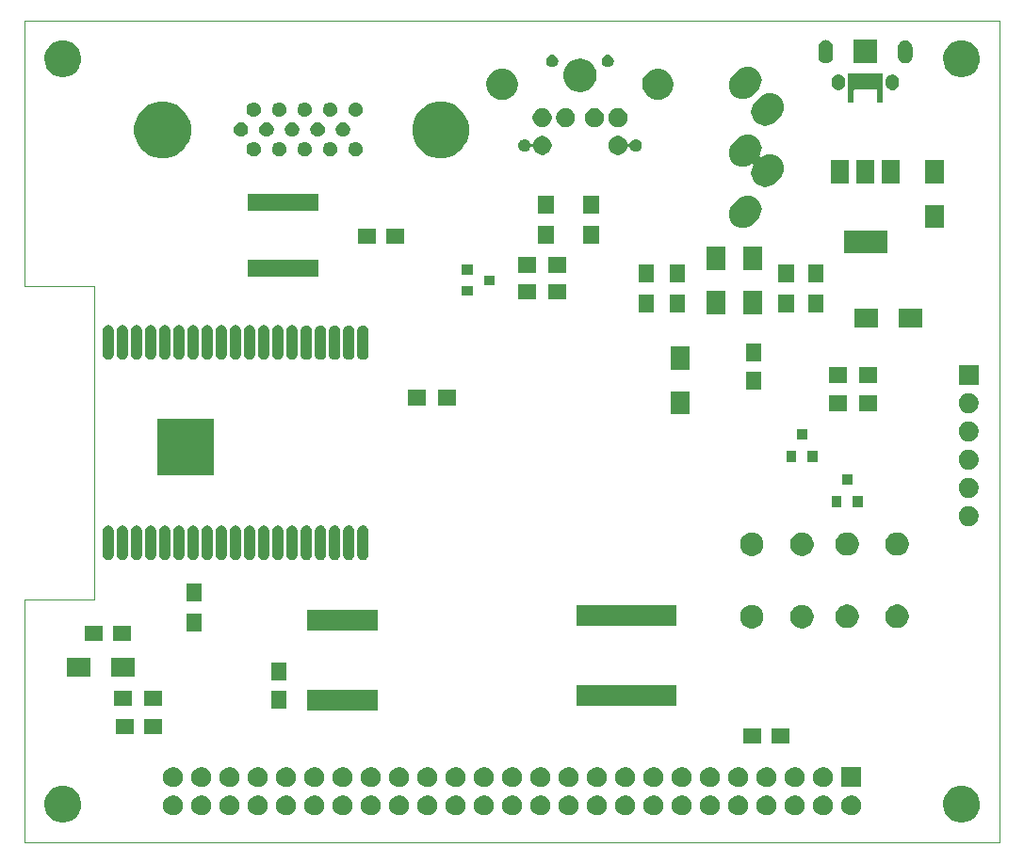
<source format=gbr>
G04 #@! TF.GenerationSoftware,KiCad,Pcbnew,(5.1.5)-3*
G04 #@! TF.CreationDate,2021-01-31T13:17:02+13:00*
G04 #@! TF.ProjectId,PocketTRS,506f636b-6574-4545-9253-2e6b69636164,rev?*
G04 #@! TF.SameCoordinates,Original*
G04 #@! TF.FileFunction,Soldermask,Top*
G04 #@! TF.FilePolarity,Negative*
%FSLAX46Y46*%
G04 Gerber Fmt 4.6, Leading zero omitted, Abs format (unit mm)*
G04 Created by KiCad (PCBNEW (5.1.5)-3) date 2021-01-31 13:17:02*
%MOMM*%
%LPD*%
G04 APERTURE LIST*
%ADD10C,0.050000*%
%ADD11C,0.100000*%
G04 APERTURE END LIST*
D10*
X165100000Y-135890000D02*
X165100000Y-114046000D01*
X165100000Y-64770000D02*
X165100000Y-85852000D01*
X171323000Y-85852000D02*
X171323000Y-90805000D01*
X171323000Y-85852000D02*
X165100000Y-85852000D01*
X171323000Y-114046000D02*
X171323000Y-90805000D01*
X165100000Y-114046000D02*
X171323000Y-114046000D01*
X252730000Y-64770000D02*
X252730000Y-61976000D01*
X165100000Y-61976000D02*
X165100000Y-64770000D01*
X252730000Y-135890000D02*
X165100000Y-135890000D01*
X252730000Y-64770000D02*
X252730000Y-135890000D01*
X165100000Y-61976000D02*
X252730000Y-61976000D01*
D11*
G36*
X249646886Y-130846456D02*
G01*
X249782579Y-130873447D01*
X250083042Y-130997903D01*
X250353451Y-131178585D01*
X250583415Y-131408549D01*
X250583416Y-131408551D01*
X250764098Y-131678960D01*
X250888553Y-131979422D01*
X250952000Y-132298389D01*
X250952000Y-132623611D01*
X250909702Y-132836256D01*
X250888553Y-132942579D01*
X250764097Y-133243042D01*
X250583415Y-133513451D01*
X250353451Y-133743415D01*
X250083042Y-133924097D01*
X249782579Y-134048553D01*
X249676256Y-134069702D01*
X249463611Y-134112000D01*
X249138389Y-134112000D01*
X248925744Y-134069702D01*
X248819421Y-134048553D01*
X248518958Y-133924097D01*
X248248549Y-133743415D01*
X248018585Y-133513451D01*
X247837903Y-133243042D01*
X247713447Y-132942579D01*
X247692298Y-132836256D01*
X247650000Y-132623611D01*
X247650000Y-132298389D01*
X247713447Y-131979422D01*
X247837902Y-131678960D01*
X248018584Y-131408551D01*
X248018585Y-131408549D01*
X248248549Y-131178585D01*
X248518958Y-130997903D01*
X248819421Y-130873447D01*
X248955114Y-130846456D01*
X249138389Y-130810000D01*
X249463611Y-130810000D01*
X249646886Y-130846456D01*
G37*
G36*
X168874886Y-130846456D02*
G01*
X169010579Y-130873447D01*
X169311042Y-130997903D01*
X169581451Y-131178585D01*
X169811415Y-131408549D01*
X169811416Y-131408551D01*
X169992098Y-131678960D01*
X170116553Y-131979422D01*
X170180000Y-132298389D01*
X170180000Y-132623611D01*
X170137702Y-132836256D01*
X170116553Y-132942579D01*
X169992097Y-133243042D01*
X169811415Y-133513451D01*
X169581451Y-133743415D01*
X169311042Y-133924097D01*
X169010579Y-134048553D01*
X168904256Y-134069702D01*
X168691611Y-134112000D01*
X168366389Y-134112000D01*
X168153744Y-134069702D01*
X168047421Y-134048553D01*
X167746958Y-133924097D01*
X167476549Y-133743415D01*
X167246585Y-133513451D01*
X167065903Y-133243042D01*
X166941447Y-132942579D01*
X166920298Y-132836256D01*
X166878000Y-132623611D01*
X166878000Y-132298389D01*
X166941447Y-131979422D01*
X167065902Y-131678960D01*
X167246584Y-131408551D01*
X167246585Y-131408549D01*
X167476549Y-131178585D01*
X167746958Y-130997903D01*
X168047421Y-130873447D01*
X168183114Y-130846456D01*
X168366389Y-130810000D01*
X168691611Y-130810000D01*
X168874886Y-130846456D01*
G37*
G36*
X236968512Y-131691927D02*
G01*
X237117812Y-131721624D01*
X237281784Y-131789544D01*
X237429354Y-131888147D01*
X237554853Y-132013646D01*
X237653456Y-132161216D01*
X237721376Y-132325188D01*
X237756000Y-132499259D01*
X237756000Y-132676741D01*
X237721376Y-132850812D01*
X237653456Y-133014784D01*
X237554853Y-133162354D01*
X237429354Y-133287853D01*
X237281784Y-133386456D01*
X237117812Y-133454376D01*
X236968512Y-133484073D01*
X236943742Y-133489000D01*
X236766258Y-133489000D01*
X236741488Y-133484073D01*
X236592188Y-133454376D01*
X236428216Y-133386456D01*
X236280646Y-133287853D01*
X236155147Y-133162354D01*
X236056544Y-133014784D01*
X235988624Y-132850812D01*
X235954000Y-132676741D01*
X235954000Y-132499259D01*
X235988624Y-132325188D01*
X236056544Y-132161216D01*
X236155147Y-132013646D01*
X236280646Y-131888147D01*
X236428216Y-131789544D01*
X236592188Y-131721624D01*
X236741488Y-131691927D01*
X236766258Y-131687000D01*
X236943742Y-131687000D01*
X236968512Y-131691927D01*
G37*
G36*
X186168512Y-131691927D02*
G01*
X186317812Y-131721624D01*
X186481784Y-131789544D01*
X186629354Y-131888147D01*
X186754853Y-132013646D01*
X186853456Y-132161216D01*
X186921376Y-132325188D01*
X186956000Y-132499259D01*
X186956000Y-132676741D01*
X186921376Y-132850812D01*
X186853456Y-133014784D01*
X186754853Y-133162354D01*
X186629354Y-133287853D01*
X186481784Y-133386456D01*
X186317812Y-133454376D01*
X186168512Y-133484073D01*
X186143742Y-133489000D01*
X185966258Y-133489000D01*
X185941488Y-133484073D01*
X185792188Y-133454376D01*
X185628216Y-133386456D01*
X185480646Y-133287853D01*
X185355147Y-133162354D01*
X185256544Y-133014784D01*
X185188624Y-132850812D01*
X185154000Y-132676741D01*
X185154000Y-132499259D01*
X185188624Y-132325188D01*
X185256544Y-132161216D01*
X185355147Y-132013646D01*
X185480646Y-131888147D01*
X185628216Y-131789544D01*
X185792188Y-131721624D01*
X185941488Y-131691927D01*
X185966258Y-131687000D01*
X186143742Y-131687000D01*
X186168512Y-131691927D01*
G37*
G36*
X239508512Y-131691927D02*
G01*
X239657812Y-131721624D01*
X239821784Y-131789544D01*
X239969354Y-131888147D01*
X240094853Y-132013646D01*
X240193456Y-132161216D01*
X240261376Y-132325188D01*
X240296000Y-132499259D01*
X240296000Y-132676741D01*
X240261376Y-132850812D01*
X240193456Y-133014784D01*
X240094853Y-133162354D01*
X239969354Y-133287853D01*
X239821784Y-133386456D01*
X239657812Y-133454376D01*
X239508512Y-133484073D01*
X239483742Y-133489000D01*
X239306258Y-133489000D01*
X239281488Y-133484073D01*
X239132188Y-133454376D01*
X238968216Y-133386456D01*
X238820646Y-133287853D01*
X238695147Y-133162354D01*
X238596544Y-133014784D01*
X238528624Y-132850812D01*
X238494000Y-132676741D01*
X238494000Y-132499259D01*
X238528624Y-132325188D01*
X238596544Y-132161216D01*
X238695147Y-132013646D01*
X238820646Y-131888147D01*
X238968216Y-131789544D01*
X239132188Y-131721624D01*
X239281488Y-131691927D01*
X239306258Y-131687000D01*
X239483742Y-131687000D01*
X239508512Y-131691927D01*
G37*
G36*
X196328512Y-131691927D02*
G01*
X196477812Y-131721624D01*
X196641784Y-131789544D01*
X196789354Y-131888147D01*
X196914853Y-132013646D01*
X197013456Y-132161216D01*
X197081376Y-132325188D01*
X197116000Y-132499259D01*
X197116000Y-132676741D01*
X197081376Y-132850812D01*
X197013456Y-133014784D01*
X196914853Y-133162354D01*
X196789354Y-133287853D01*
X196641784Y-133386456D01*
X196477812Y-133454376D01*
X196328512Y-133484073D01*
X196303742Y-133489000D01*
X196126258Y-133489000D01*
X196101488Y-133484073D01*
X195952188Y-133454376D01*
X195788216Y-133386456D01*
X195640646Y-133287853D01*
X195515147Y-133162354D01*
X195416544Y-133014784D01*
X195348624Y-132850812D01*
X195314000Y-132676741D01*
X195314000Y-132499259D01*
X195348624Y-132325188D01*
X195416544Y-132161216D01*
X195515147Y-132013646D01*
X195640646Y-131888147D01*
X195788216Y-131789544D01*
X195952188Y-131721624D01*
X196101488Y-131691927D01*
X196126258Y-131687000D01*
X196303742Y-131687000D01*
X196328512Y-131691927D01*
G37*
G36*
X198868512Y-131691927D02*
G01*
X199017812Y-131721624D01*
X199181784Y-131789544D01*
X199329354Y-131888147D01*
X199454853Y-132013646D01*
X199553456Y-132161216D01*
X199621376Y-132325188D01*
X199656000Y-132499259D01*
X199656000Y-132676741D01*
X199621376Y-132850812D01*
X199553456Y-133014784D01*
X199454853Y-133162354D01*
X199329354Y-133287853D01*
X199181784Y-133386456D01*
X199017812Y-133454376D01*
X198868512Y-133484073D01*
X198843742Y-133489000D01*
X198666258Y-133489000D01*
X198641488Y-133484073D01*
X198492188Y-133454376D01*
X198328216Y-133386456D01*
X198180646Y-133287853D01*
X198055147Y-133162354D01*
X197956544Y-133014784D01*
X197888624Y-132850812D01*
X197854000Y-132676741D01*
X197854000Y-132499259D01*
X197888624Y-132325188D01*
X197956544Y-132161216D01*
X198055147Y-132013646D01*
X198180646Y-131888147D01*
X198328216Y-131789544D01*
X198492188Y-131721624D01*
X198641488Y-131691927D01*
X198666258Y-131687000D01*
X198843742Y-131687000D01*
X198868512Y-131691927D01*
G37*
G36*
X201408512Y-131691927D02*
G01*
X201557812Y-131721624D01*
X201721784Y-131789544D01*
X201869354Y-131888147D01*
X201994853Y-132013646D01*
X202093456Y-132161216D01*
X202161376Y-132325188D01*
X202196000Y-132499259D01*
X202196000Y-132676741D01*
X202161376Y-132850812D01*
X202093456Y-133014784D01*
X201994853Y-133162354D01*
X201869354Y-133287853D01*
X201721784Y-133386456D01*
X201557812Y-133454376D01*
X201408512Y-133484073D01*
X201383742Y-133489000D01*
X201206258Y-133489000D01*
X201181488Y-133484073D01*
X201032188Y-133454376D01*
X200868216Y-133386456D01*
X200720646Y-133287853D01*
X200595147Y-133162354D01*
X200496544Y-133014784D01*
X200428624Y-132850812D01*
X200394000Y-132676741D01*
X200394000Y-132499259D01*
X200428624Y-132325188D01*
X200496544Y-132161216D01*
X200595147Y-132013646D01*
X200720646Y-131888147D01*
X200868216Y-131789544D01*
X201032188Y-131721624D01*
X201181488Y-131691927D01*
X201206258Y-131687000D01*
X201383742Y-131687000D01*
X201408512Y-131691927D01*
G37*
G36*
X193788512Y-131691927D02*
G01*
X193937812Y-131721624D01*
X194101784Y-131789544D01*
X194249354Y-131888147D01*
X194374853Y-132013646D01*
X194473456Y-132161216D01*
X194541376Y-132325188D01*
X194576000Y-132499259D01*
X194576000Y-132676741D01*
X194541376Y-132850812D01*
X194473456Y-133014784D01*
X194374853Y-133162354D01*
X194249354Y-133287853D01*
X194101784Y-133386456D01*
X193937812Y-133454376D01*
X193788512Y-133484073D01*
X193763742Y-133489000D01*
X193586258Y-133489000D01*
X193561488Y-133484073D01*
X193412188Y-133454376D01*
X193248216Y-133386456D01*
X193100646Y-133287853D01*
X192975147Y-133162354D01*
X192876544Y-133014784D01*
X192808624Y-132850812D01*
X192774000Y-132676741D01*
X192774000Y-132499259D01*
X192808624Y-132325188D01*
X192876544Y-132161216D01*
X192975147Y-132013646D01*
X193100646Y-131888147D01*
X193248216Y-131789544D01*
X193412188Y-131721624D01*
X193561488Y-131691927D01*
X193586258Y-131687000D01*
X193763742Y-131687000D01*
X193788512Y-131691927D01*
G37*
G36*
X203948512Y-131691927D02*
G01*
X204097812Y-131721624D01*
X204261784Y-131789544D01*
X204409354Y-131888147D01*
X204534853Y-132013646D01*
X204633456Y-132161216D01*
X204701376Y-132325188D01*
X204736000Y-132499259D01*
X204736000Y-132676741D01*
X204701376Y-132850812D01*
X204633456Y-133014784D01*
X204534853Y-133162354D01*
X204409354Y-133287853D01*
X204261784Y-133386456D01*
X204097812Y-133454376D01*
X203948512Y-133484073D01*
X203923742Y-133489000D01*
X203746258Y-133489000D01*
X203721488Y-133484073D01*
X203572188Y-133454376D01*
X203408216Y-133386456D01*
X203260646Y-133287853D01*
X203135147Y-133162354D01*
X203036544Y-133014784D01*
X202968624Y-132850812D01*
X202934000Y-132676741D01*
X202934000Y-132499259D01*
X202968624Y-132325188D01*
X203036544Y-132161216D01*
X203135147Y-132013646D01*
X203260646Y-131888147D01*
X203408216Y-131789544D01*
X203572188Y-131721624D01*
X203721488Y-131691927D01*
X203746258Y-131687000D01*
X203923742Y-131687000D01*
X203948512Y-131691927D01*
G37*
G36*
X206488512Y-131691927D02*
G01*
X206637812Y-131721624D01*
X206801784Y-131789544D01*
X206949354Y-131888147D01*
X207074853Y-132013646D01*
X207173456Y-132161216D01*
X207241376Y-132325188D01*
X207276000Y-132499259D01*
X207276000Y-132676741D01*
X207241376Y-132850812D01*
X207173456Y-133014784D01*
X207074853Y-133162354D01*
X206949354Y-133287853D01*
X206801784Y-133386456D01*
X206637812Y-133454376D01*
X206488512Y-133484073D01*
X206463742Y-133489000D01*
X206286258Y-133489000D01*
X206261488Y-133484073D01*
X206112188Y-133454376D01*
X205948216Y-133386456D01*
X205800646Y-133287853D01*
X205675147Y-133162354D01*
X205576544Y-133014784D01*
X205508624Y-132850812D01*
X205474000Y-132676741D01*
X205474000Y-132499259D01*
X205508624Y-132325188D01*
X205576544Y-132161216D01*
X205675147Y-132013646D01*
X205800646Y-131888147D01*
X205948216Y-131789544D01*
X206112188Y-131721624D01*
X206261488Y-131691927D01*
X206286258Y-131687000D01*
X206463742Y-131687000D01*
X206488512Y-131691927D01*
G37*
G36*
X191248512Y-131691927D02*
G01*
X191397812Y-131721624D01*
X191561784Y-131789544D01*
X191709354Y-131888147D01*
X191834853Y-132013646D01*
X191933456Y-132161216D01*
X192001376Y-132325188D01*
X192036000Y-132499259D01*
X192036000Y-132676741D01*
X192001376Y-132850812D01*
X191933456Y-133014784D01*
X191834853Y-133162354D01*
X191709354Y-133287853D01*
X191561784Y-133386456D01*
X191397812Y-133454376D01*
X191248512Y-133484073D01*
X191223742Y-133489000D01*
X191046258Y-133489000D01*
X191021488Y-133484073D01*
X190872188Y-133454376D01*
X190708216Y-133386456D01*
X190560646Y-133287853D01*
X190435147Y-133162354D01*
X190336544Y-133014784D01*
X190268624Y-132850812D01*
X190234000Y-132676741D01*
X190234000Y-132499259D01*
X190268624Y-132325188D01*
X190336544Y-132161216D01*
X190435147Y-132013646D01*
X190560646Y-131888147D01*
X190708216Y-131789544D01*
X190872188Y-131721624D01*
X191021488Y-131691927D01*
X191046258Y-131687000D01*
X191223742Y-131687000D01*
X191248512Y-131691927D01*
G37*
G36*
X209028512Y-131691927D02*
G01*
X209177812Y-131721624D01*
X209341784Y-131789544D01*
X209489354Y-131888147D01*
X209614853Y-132013646D01*
X209713456Y-132161216D01*
X209781376Y-132325188D01*
X209816000Y-132499259D01*
X209816000Y-132676741D01*
X209781376Y-132850812D01*
X209713456Y-133014784D01*
X209614853Y-133162354D01*
X209489354Y-133287853D01*
X209341784Y-133386456D01*
X209177812Y-133454376D01*
X209028512Y-133484073D01*
X209003742Y-133489000D01*
X208826258Y-133489000D01*
X208801488Y-133484073D01*
X208652188Y-133454376D01*
X208488216Y-133386456D01*
X208340646Y-133287853D01*
X208215147Y-133162354D01*
X208116544Y-133014784D01*
X208048624Y-132850812D01*
X208014000Y-132676741D01*
X208014000Y-132499259D01*
X208048624Y-132325188D01*
X208116544Y-132161216D01*
X208215147Y-132013646D01*
X208340646Y-131888147D01*
X208488216Y-131789544D01*
X208652188Y-131721624D01*
X208801488Y-131691927D01*
X208826258Y-131687000D01*
X209003742Y-131687000D01*
X209028512Y-131691927D01*
G37*
G36*
X211568512Y-131691927D02*
G01*
X211717812Y-131721624D01*
X211881784Y-131789544D01*
X212029354Y-131888147D01*
X212154853Y-132013646D01*
X212253456Y-132161216D01*
X212321376Y-132325188D01*
X212356000Y-132499259D01*
X212356000Y-132676741D01*
X212321376Y-132850812D01*
X212253456Y-133014784D01*
X212154853Y-133162354D01*
X212029354Y-133287853D01*
X211881784Y-133386456D01*
X211717812Y-133454376D01*
X211568512Y-133484073D01*
X211543742Y-133489000D01*
X211366258Y-133489000D01*
X211341488Y-133484073D01*
X211192188Y-133454376D01*
X211028216Y-133386456D01*
X210880646Y-133287853D01*
X210755147Y-133162354D01*
X210656544Y-133014784D01*
X210588624Y-132850812D01*
X210554000Y-132676741D01*
X210554000Y-132499259D01*
X210588624Y-132325188D01*
X210656544Y-132161216D01*
X210755147Y-132013646D01*
X210880646Y-131888147D01*
X211028216Y-131789544D01*
X211192188Y-131721624D01*
X211341488Y-131691927D01*
X211366258Y-131687000D01*
X211543742Y-131687000D01*
X211568512Y-131691927D01*
G37*
G36*
X188708512Y-131691927D02*
G01*
X188857812Y-131721624D01*
X189021784Y-131789544D01*
X189169354Y-131888147D01*
X189294853Y-132013646D01*
X189393456Y-132161216D01*
X189461376Y-132325188D01*
X189496000Y-132499259D01*
X189496000Y-132676741D01*
X189461376Y-132850812D01*
X189393456Y-133014784D01*
X189294853Y-133162354D01*
X189169354Y-133287853D01*
X189021784Y-133386456D01*
X188857812Y-133454376D01*
X188708512Y-133484073D01*
X188683742Y-133489000D01*
X188506258Y-133489000D01*
X188481488Y-133484073D01*
X188332188Y-133454376D01*
X188168216Y-133386456D01*
X188020646Y-133287853D01*
X187895147Y-133162354D01*
X187796544Y-133014784D01*
X187728624Y-132850812D01*
X187694000Y-132676741D01*
X187694000Y-132499259D01*
X187728624Y-132325188D01*
X187796544Y-132161216D01*
X187895147Y-132013646D01*
X188020646Y-131888147D01*
X188168216Y-131789544D01*
X188332188Y-131721624D01*
X188481488Y-131691927D01*
X188506258Y-131687000D01*
X188683742Y-131687000D01*
X188708512Y-131691927D01*
G37*
G36*
X216648512Y-131691927D02*
G01*
X216797812Y-131721624D01*
X216961784Y-131789544D01*
X217109354Y-131888147D01*
X217234853Y-132013646D01*
X217333456Y-132161216D01*
X217401376Y-132325188D01*
X217436000Y-132499259D01*
X217436000Y-132676741D01*
X217401376Y-132850812D01*
X217333456Y-133014784D01*
X217234853Y-133162354D01*
X217109354Y-133287853D01*
X216961784Y-133386456D01*
X216797812Y-133454376D01*
X216648512Y-133484073D01*
X216623742Y-133489000D01*
X216446258Y-133489000D01*
X216421488Y-133484073D01*
X216272188Y-133454376D01*
X216108216Y-133386456D01*
X215960646Y-133287853D01*
X215835147Y-133162354D01*
X215736544Y-133014784D01*
X215668624Y-132850812D01*
X215634000Y-132676741D01*
X215634000Y-132499259D01*
X215668624Y-132325188D01*
X215736544Y-132161216D01*
X215835147Y-132013646D01*
X215960646Y-131888147D01*
X216108216Y-131789544D01*
X216272188Y-131721624D01*
X216421488Y-131691927D01*
X216446258Y-131687000D01*
X216623742Y-131687000D01*
X216648512Y-131691927D01*
G37*
G36*
X214108512Y-131691927D02*
G01*
X214257812Y-131721624D01*
X214421784Y-131789544D01*
X214569354Y-131888147D01*
X214694853Y-132013646D01*
X214793456Y-132161216D01*
X214861376Y-132325188D01*
X214896000Y-132499259D01*
X214896000Y-132676741D01*
X214861376Y-132850812D01*
X214793456Y-133014784D01*
X214694853Y-133162354D01*
X214569354Y-133287853D01*
X214421784Y-133386456D01*
X214257812Y-133454376D01*
X214108512Y-133484073D01*
X214083742Y-133489000D01*
X213906258Y-133489000D01*
X213881488Y-133484073D01*
X213732188Y-133454376D01*
X213568216Y-133386456D01*
X213420646Y-133287853D01*
X213295147Y-133162354D01*
X213196544Y-133014784D01*
X213128624Y-132850812D01*
X213094000Y-132676741D01*
X213094000Y-132499259D01*
X213128624Y-132325188D01*
X213196544Y-132161216D01*
X213295147Y-132013646D01*
X213420646Y-131888147D01*
X213568216Y-131789544D01*
X213732188Y-131721624D01*
X213881488Y-131691927D01*
X213906258Y-131687000D01*
X214083742Y-131687000D01*
X214108512Y-131691927D01*
G37*
G36*
X178548512Y-131691927D02*
G01*
X178697812Y-131721624D01*
X178861784Y-131789544D01*
X179009354Y-131888147D01*
X179134853Y-132013646D01*
X179233456Y-132161216D01*
X179301376Y-132325188D01*
X179336000Y-132499259D01*
X179336000Y-132676741D01*
X179301376Y-132850812D01*
X179233456Y-133014784D01*
X179134853Y-133162354D01*
X179009354Y-133287853D01*
X178861784Y-133386456D01*
X178697812Y-133454376D01*
X178548512Y-133484073D01*
X178523742Y-133489000D01*
X178346258Y-133489000D01*
X178321488Y-133484073D01*
X178172188Y-133454376D01*
X178008216Y-133386456D01*
X177860646Y-133287853D01*
X177735147Y-133162354D01*
X177636544Y-133014784D01*
X177568624Y-132850812D01*
X177534000Y-132676741D01*
X177534000Y-132499259D01*
X177568624Y-132325188D01*
X177636544Y-132161216D01*
X177735147Y-132013646D01*
X177860646Y-131888147D01*
X178008216Y-131789544D01*
X178172188Y-131721624D01*
X178321488Y-131691927D01*
X178346258Y-131687000D01*
X178523742Y-131687000D01*
X178548512Y-131691927D01*
G37*
G36*
X234428512Y-131691927D02*
G01*
X234577812Y-131721624D01*
X234741784Y-131789544D01*
X234889354Y-131888147D01*
X235014853Y-132013646D01*
X235113456Y-132161216D01*
X235181376Y-132325188D01*
X235216000Y-132499259D01*
X235216000Y-132676741D01*
X235181376Y-132850812D01*
X235113456Y-133014784D01*
X235014853Y-133162354D01*
X234889354Y-133287853D01*
X234741784Y-133386456D01*
X234577812Y-133454376D01*
X234428512Y-133484073D01*
X234403742Y-133489000D01*
X234226258Y-133489000D01*
X234201488Y-133484073D01*
X234052188Y-133454376D01*
X233888216Y-133386456D01*
X233740646Y-133287853D01*
X233615147Y-133162354D01*
X233516544Y-133014784D01*
X233448624Y-132850812D01*
X233414000Y-132676741D01*
X233414000Y-132499259D01*
X233448624Y-132325188D01*
X233516544Y-132161216D01*
X233615147Y-132013646D01*
X233740646Y-131888147D01*
X233888216Y-131789544D01*
X234052188Y-131721624D01*
X234201488Y-131691927D01*
X234226258Y-131687000D01*
X234403742Y-131687000D01*
X234428512Y-131691927D01*
G37*
G36*
X231888512Y-131691927D02*
G01*
X232037812Y-131721624D01*
X232201784Y-131789544D01*
X232349354Y-131888147D01*
X232474853Y-132013646D01*
X232573456Y-132161216D01*
X232641376Y-132325188D01*
X232676000Y-132499259D01*
X232676000Y-132676741D01*
X232641376Y-132850812D01*
X232573456Y-133014784D01*
X232474853Y-133162354D01*
X232349354Y-133287853D01*
X232201784Y-133386456D01*
X232037812Y-133454376D01*
X231888512Y-133484073D01*
X231863742Y-133489000D01*
X231686258Y-133489000D01*
X231661488Y-133484073D01*
X231512188Y-133454376D01*
X231348216Y-133386456D01*
X231200646Y-133287853D01*
X231075147Y-133162354D01*
X230976544Y-133014784D01*
X230908624Y-132850812D01*
X230874000Y-132676741D01*
X230874000Y-132499259D01*
X230908624Y-132325188D01*
X230976544Y-132161216D01*
X231075147Y-132013646D01*
X231200646Y-131888147D01*
X231348216Y-131789544D01*
X231512188Y-131721624D01*
X231661488Y-131691927D01*
X231686258Y-131687000D01*
X231863742Y-131687000D01*
X231888512Y-131691927D01*
G37*
G36*
X181088512Y-131691927D02*
G01*
X181237812Y-131721624D01*
X181401784Y-131789544D01*
X181549354Y-131888147D01*
X181674853Y-132013646D01*
X181773456Y-132161216D01*
X181841376Y-132325188D01*
X181876000Y-132499259D01*
X181876000Y-132676741D01*
X181841376Y-132850812D01*
X181773456Y-133014784D01*
X181674853Y-133162354D01*
X181549354Y-133287853D01*
X181401784Y-133386456D01*
X181237812Y-133454376D01*
X181088512Y-133484073D01*
X181063742Y-133489000D01*
X180886258Y-133489000D01*
X180861488Y-133484073D01*
X180712188Y-133454376D01*
X180548216Y-133386456D01*
X180400646Y-133287853D01*
X180275147Y-133162354D01*
X180176544Y-133014784D01*
X180108624Y-132850812D01*
X180074000Y-132676741D01*
X180074000Y-132499259D01*
X180108624Y-132325188D01*
X180176544Y-132161216D01*
X180275147Y-132013646D01*
X180400646Y-131888147D01*
X180548216Y-131789544D01*
X180712188Y-131721624D01*
X180861488Y-131691927D01*
X180886258Y-131687000D01*
X181063742Y-131687000D01*
X181088512Y-131691927D01*
G37*
G36*
X229348512Y-131691927D02*
G01*
X229497812Y-131721624D01*
X229661784Y-131789544D01*
X229809354Y-131888147D01*
X229934853Y-132013646D01*
X230033456Y-132161216D01*
X230101376Y-132325188D01*
X230136000Y-132499259D01*
X230136000Y-132676741D01*
X230101376Y-132850812D01*
X230033456Y-133014784D01*
X229934853Y-133162354D01*
X229809354Y-133287853D01*
X229661784Y-133386456D01*
X229497812Y-133454376D01*
X229348512Y-133484073D01*
X229323742Y-133489000D01*
X229146258Y-133489000D01*
X229121488Y-133484073D01*
X228972188Y-133454376D01*
X228808216Y-133386456D01*
X228660646Y-133287853D01*
X228535147Y-133162354D01*
X228436544Y-133014784D01*
X228368624Y-132850812D01*
X228334000Y-132676741D01*
X228334000Y-132499259D01*
X228368624Y-132325188D01*
X228436544Y-132161216D01*
X228535147Y-132013646D01*
X228660646Y-131888147D01*
X228808216Y-131789544D01*
X228972188Y-131721624D01*
X229121488Y-131691927D01*
X229146258Y-131687000D01*
X229323742Y-131687000D01*
X229348512Y-131691927D01*
G37*
G36*
X226808512Y-131691927D02*
G01*
X226957812Y-131721624D01*
X227121784Y-131789544D01*
X227269354Y-131888147D01*
X227394853Y-132013646D01*
X227493456Y-132161216D01*
X227561376Y-132325188D01*
X227596000Y-132499259D01*
X227596000Y-132676741D01*
X227561376Y-132850812D01*
X227493456Y-133014784D01*
X227394853Y-133162354D01*
X227269354Y-133287853D01*
X227121784Y-133386456D01*
X226957812Y-133454376D01*
X226808512Y-133484073D01*
X226783742Y-133489000D01*
X226606258Y-133489000D01*
X226581488Y-133484073D01*
X226432188Y-133454376D01*
X226268216Y-133386456D01*
X226120646Y-133287853D01*
X225995147Y-133162354D01*
X225896544Y-133014784D01*
X225828624Y-132850812D01*
X225794000Y-132676741D01*
X225794000Y-132499259D01*
X225828624Y-132325188D01*
X225896544Y-132161216D01*
X225995147Y-132013646D01*
X226120646Y-131888147D01*
X226268216Y-131789544D01*
X226432188Y-131721624D01*
X226581488Y-131691927D01*
X226606258Y-131687000D01*
X226783742Y-131687000D01*
X226808512Y-131691927D01*
G37*
G36*
X224268512Y-131691927D02*
G01*
X224417812Y-131721624D01*
X224581784Y-131789544D01*
X224729354Y-131888147D01*
X224854853Y-132013646D01*
X224953456Y-132161216D01*
X225021376Y-132325188D01*
X225056000Y-132499259D01*
X225056000Y-132676741D01*
X225021376Y-132850812D01*
X224953456Y-133014784D01*
X224854853Y-133162354D01*
X224729354Y-133287853D01*
X224581784Y-133386456D01*
X224417812Y-133454376D01*
X224268512Y-133484073D01*
X224243742Y-133489000D01*
X224066258Y-133489000D01*
X224041488Y-133484073D01*
X223892188Y-133454376D01*
X223728216Y-133386456D01*
X223580646Y-133287853D01*
X223455147Y-133162354D01*
X223356544Y-133014784D01*
X223288624Y-132850812D01*
X223254000Y-132676741D01*
X223254000Y-132499259D01*
X223288624Y-132325188D01*
X223356544Y-132161216D01*
X223455147Y-132013646D01*
X223580646Y-131888147D01*
X223728216Y-131789544D01*
X223892188Y-131721624D01*
X224041488Y-131691927D01*
X224066258Y-131687000D01*
X224243742Y-131687000D01*
X224268512Y-131691927D01*
G37*
G36*
X183628512Y-131691927D02*
G01*
X183777812Y-131721624D01*
X183941784Y-131789544D01*
X184089354Y-131888147D01*
X184214853Y-132013646D01*
X184313456Y-132161216D01*
X184381376Y-132325188D01*
X184416000Y-132499259D01*
X184416000Y-132676741D01*
X184381376Y-132850812D01*
X184313456Y-133014784D01*
X184214853Y-133162354D01*
X184089354Y-133287853D01*
X183941784Y-133386456D01*
X183777812Y-133454376D01*
X183628512Y-133484073D01*
X183603742Y-133489000D01*
X183426258Y-133489000D01*
X183401488Y-133484073D01*
X183252188Y-133454376D01*
X183088216Y-133386456D01*
X182940646Y-133287853D01*
X182815147Y-133162354D01*
X182716544Y-133014784D01*
X182648624Y-132850812D01*
X182614000Y-132676741D01*
X182614000Y-132499259D01*
X182648624Y-132325188D01*
X182716544Y-132161216D01*
X182815147Y-132013646D01*
X182940646Y-131888147D01*
X183088216Y-131789544D01*
X183252188Y-131721624D01*
X183401488Y-131691927D01*
X183426258Y-131687000D01*
X183603742Y-131687000D01*
X183628512Y-131691927D01*
G37*
G36*
X221728512Y-131691927D02*
G01*
X221877812Y-131721624D01*
X222041784Y-131789544D01*
X222189354Y-131888147D01*
X222314853Y-132013646D01*
X222413456Y-132161216D01*
X222481376Y-132325188D01*
X222516000Y-132499259D01*
X222516000Y-132676741D01*
X222481376Y-132850812D01*
X222413456Y-133014784D01*
X222314853Y-133162354D01*
X222189354Y-133287853D01*
X222041784Y-133386456D01*
X221877812Y-133454376D01*
X221728512Y-133484073D01*
X221703742Y-133489000D01*
X221526258Y-133489000D01*
X221501488Y-133484073D01*
X221352188Y-133454376D01*
X221188216Y-133386456D01*
X221040646Y-133287853D01*
X220915147Y-133162354D01*
X220816544Y-133014784D01*
X220748624Y-132850812D01*
X220714000Y-132676741D01*
X220714000Y-132499259D01*
X220748624Y-132325188D01*
X220816544Y-132161216D01*
X220915147Y-132013646D01*
X221040646Y-131888147D01*
X221188216Y-131789544D01*
X221352188Y-131721624D01*
X221501488Y-131691927D01*
X221526258Y-131687000D01*
X221703742Y-131687000D01*
X221728512Y-131691927D01*
G37*
G36*
X219188512Y-131691927D02*
G01*
X219337812Y-131721624D01*
X219501784Y-131789544D01*
X219649354Y-131888147D01*
X219774853Y-132013646D01*
X219873456Y-132161216D01*
X219941376Y-132325188D01*
X219976000Y-132499259D01*
X219976000Y-132676741D01*
X219941376Y-132850812D01*
X219873456Y-133014784D01*
X219774853Y-133162354D01*
X219649354Y-133287853D01*
X219501784Y-133386456D01*
X219337812Y-133454376D01*
X219188512Y-133484073D01*
X219163742Y-133489000D01*
X218986258Y-133489000D01*
X218961488Y-133484073D01*
X218812188Y-133454376D01*
X218648216Y-133386456D01*
X218500646Y-133287853D01*
X218375147Y-133162354D01*
X218276544Y-133014784D01*
X218208624Y-132850812D01*
X218174000Y-132676741D01*
X218174000Y-132499259D01*
X218208624Y-132325188D01*
X218276544Y-132161216D01*
X218375147Y-132013646D01*
X218500646Y-131888147D01*
X218648216Y-131789544D01*
X218812188Y-131721624D01*
X218961488Y-131691927D01*
X218986258Y-131687000D01*
X219163742Y-131687000D01*
X219188512Y-131691927D01*
G37*
G36*
X240296000Y-130949000D02*
G01*
X238494000Y-130949000D01*
X238494000Y-129147000D01*
X240296000Y-129147000D01*
X240296000Y-130949000D01*
G37*
G36*
X224268512Y-129151927D02*
G01*
X224417812Y-129181624D01*
X224581784Y-129249544D01*
X224729354Y-129348147D01*
X224854853Y-129473646D01*
X224953456Y-129621216D01*
X225021376Y-129785188D01*
X225056000Y-129959259D01*
X225056000Y-130136741D01*
X225021376Y-130310812D01*
X224953456Y-130474784D01*
X224854853Y-130622354D01*
X224729354Y-130747853D01*
X224581784Y-130846456D01*
X224417812Y-130914376D01*
X224268512Y-130944073D01*
X224243742Y-130949000D01*
X224066258Y-130949000D01*
X224041488Y-130944073D01*
X223892188Y-130914376D01*
X223728216Y-130846456D01*
X223580646Y-130747853D01*
X223455147Y-130622354D01*
X223356544Y-130474784D01*
X223288624Y-130310812D01*
X223254000Y-130136741D01*
X223254000Y-129959259D01*
X223288624Y-129785188D01*
X223356544Y-129621216D01*
X223455147Y-129473646D01*
X223580646Y-129348147D01*
X223728216Y-129249544D01*
X223892188Y-129181624D01*
X224041488Y-129151927D01*
X224066258Y-129147000D01*
X224243742Y-129147000D01*
X224268512Y-129151927D01*
G37*
G36*
X221728512Y-129151927D02*
G01*
X221877812Y-129181624D01*
X222041784Y-129249544D01*
X222189354Y-129348147D01*
X222314853Y-129473646D01*
X222413456Y-129621216D01*
X222481376Y-129785188D01*
X222516000Y-129959259D01*
X222516000Y-130136741D01*
X222481376Y-130310812D01*
X222413456Y-130474784D01*
X222314853Y-130622354D01*
X222189354Y-130747853D01*
X222041784Y-130846456D01*
X221877812Y-130914376D01*
X221728512Y-130944073D01*
X221703742Y-130949000D01*
X221526258Y-130949000D01*
X221501488Y-130944073D01*
X221352188Y-130914376D01*
X221188216Y-130846456D01*
X221040646Y-130747853D01*
X220915147Y-130622354D01*
X220816544Y-130474784D01*
X220748624Y-130310812D01*
X220714000Y-130136741D01*
X220714000Y-129959259D01*
X220748624Y-129785188D01*
X220816544Y-129621216D01*
X220915147Y-129473646D01*
X221040646Y-129348147D01*
X221188216Y-129249544D01*
X221352188Y-129181624D01*
X221501488Y-129151927D01*
X221526258Y-129147000D01*
X221703742Y-129147000D01*
X221728512Y-129151927D01*
G37*
G36*
X229348512Y-129151927D02*
G01*
X229497812Y-129181624D01*
X229661784Y-129249544D01*
X229809354Y-129348147D01*
X229934853Y-129473646D01*
X230033456Y-129621216D01*
X230101376Y-129785188D01*
X230136000Y-129959259D01*
X230136000Y-130136741D01*
X230101376Y-130310812D01*
X230033456Y-130474784D01*
X229934853Y-130622354D01*
X229809354Y-130747853D01*
X229661784Y-130846456D01*
X229497812Y-130914376D01*
X229348512Y-130944073D01*
X229323742Y-130949000D01*
X229146258Y-130949000D01*
X229121488Y-130944073D01*
X228972188Y-130914376D01*
X228808216Y-130846456D01*
X228660646Y-130747853D01*
X228535147Y-130622354D01*
X228436544Y-130474784D01*
X228368624Y-130310812D01*
X228334000Y-130136741D01*
X228334000Y-129959259D01*
X228368624Y-129785188D01*
X228436544Y-129621216D01*
X228535147Y-129473646D01*
X228660646Y-129348147D01*
X228808216Y-129249544D01*
X228972188Y-129181624D01*
X229121488Y-129151927D01*
X229146258Y-129147000D01*
X229323742Y-129147000D01*
X229348512Y-129151927D01*
G37*
G36*
X219188512Y-129151927D02*
G01*
X219337812Y-129181624D01*
X219501784Y-129249544D01*
X219649354Y-129348147D01*
X219774853Y-129473646D01*
X219873456Y-129621216D01*
X219941376Y-129785188D01*
X219976000Y-129959259D01*
X219976000Y-130136741D01*
X219941376Y-130310812D01*
X219873456Y-130474784D01*
X219774853Y-130622354D01*
X219649354Y-130747853D01*
X219501784Y-130846456D01*
X219337812Y-130914376D01*
X219188512Y-130944073D01*
X219163742Y-130949000D01*
X218986258Y-130949000D01*
X218961488Y-130944073D01*
X218812188Y-130914376D01*
X218648216Y-130846456D01*
X218500646Y-130747853D01*
X218375147Y-130622354D01*
X218276544Y-130474784D01*
X218208624Y-130310812D01*
X218174000Y-130136741D01*
X218174000Y-129959259D01*
X218208624Y-129785188D01*
X218276544Y-129621216D01*
X218375147Y-129473646D01*
X218500646Y-129348147D01*
X218648216Y-129249544D01*
X218812188Y-129181624D01*
X218961488Y-129151927D01*
X218986258Y-129147000D01*
X219163742Y-129147000D01*
X219188512Y-129151927D01*
G37*
G36*
X196328512Y-129151927D02*
G01*
X196477812Y-129181624D01*
X196641784Y-129249544D01*
X196789354Y-129348147D01*
X196914853Y-129473646D01*
X197013456Y-129621216D01*
X197081376Y-129785188D01*
X197116000Y-129959259D01*
X197116000Y-130136741D01*
X197081376Y-130310812D01*
X197013456Y-130474784D01*
X196914853Y-130622354D01*
X196789354Y-130747853D01*
X196641784Y-130846456D01*
X196477812Y-130914376D01*
X196328512Y-130944073D01*
X196303742Y-130949000D01*
X196126258Y-130949000D01*
X196101488Y-130944073D01*
X195952188Y-130914376D01*
X195788216Y-130846456D01*
X195640646Y-130747853D01*
X195515147Y-130622354D01*
X195416544Y-130474784D01*
X195348624Y-130310812D01*
X195314000Y-130136741D01*
X195314000Y-129959259D01*
X195348624Y-129785188D01*
X195416544Y-129621216D01*
X195515147Y-129473646D01*
X195640646Y-129348147D01*
X195788216Y-129249544D01*
X195952188Y-129181624D01*
X196101488Y-129151927D01*
X196126258Y-129147000D01*
X196303742Y-129147000D01*
X196328512Y-129151927D01*
G37*
G36*
X214108512Y-129151927D02*
G01*
X214257812Y-129181624D01*
X214421784Y-129249544D01*
X214569354Y-129348147D01*
X214694853Y-129473646D01*
X214793456Y-129621216D01*
X214861376Y-129785188D01*
X214896000Y-129959259D01*
X214896000Y-130136741D01*
X214861376Y-130310812D01*
X214793456Y-130474784D01*
X214694853Y-130622354D01*
X214569354Y-130747853D01*
X214421784Y-130846456D01*
X214257812Y-130914376D01*
X214108512Y-130944073D01*
X214083742Y-130949000D01*
X213906258Y-130949000D01*
X213881488Y-130944073D01*
X213732188Y-130914376D01*
X213568216Y-130846456D01*
X213420646Y-130747853D01*
X213295147Y-130622354D01*
X213196544Y-130474784D01*
X213128624Y-130310812D01*
X213094000Y-130136741D01*
X213094000Y-129959259D01*
X213128624Y-129785188D01*
X213196544Y-129621216D01*
X213295147Y-129473646D01*
X213420646Y-129348147D01*
X213568216Y-129249544D01*
X213732188Y-129181624D01*
X213881488Y-129151927D01*
X213906258Y-129147000D01*
X214083742Y-129147000D01*
X214108512Y-129151927D01*
G37*
G36*
X211568512Y-129151927D02*
G01*
X211717812Y-129181624D01*
X211881784Y-129249544D01*
X212029354Y-129348147D01*
X212154853Y-129473646D01*
X212253456Y-129621216D01*
X212321376Y-129785188D01*
X212356000Y-129959259D01*
X212356000Y-130136741D01*
X212321376Y-130310812D01*
X212253456Y-130474784D01*
X212154853Y-130622354D01*
X212029354Y-130747853D01*
X211881784Y-130846456D01*
X211717812Y-130914376D01*
X211568512Y-130944073D01*
X211543742Y-130949000D01*
X211366258Y-130949000D01*
X211341488Y-130944073D01*
X211192188Y-130914376D01*
X211028216Y-130846456D01*
X210880646Y-130747853D01*
X210755147Y-130622354D01*
X210656544Y-130474784D01*
X210588624Y-130310812D01*
X210554000Y-130136741D01*
X210554000Y-129959259D01*
X210588624Y-129785188D01*
X210656544Y-129621216D01*
X210755147Y-129473646D01*
X210880646Y-129348147D01*
X211028216Y-129249544D01*
X211192188Y-129181624D01*
X211341488Y-129151927D01*
X211366258Y-129147000D01*
X211543742Y-129147000D01*
X211568512Y-129151927D01*
G37*
G36*
X209028512Y-129151927D02*
G01*
X209177812Y-129181624D01*
X209341784Y-129249544D01*
X209489354Y-129348147D01*
X209614853Y-129473646D01*
X209713456Y-129621216D01*
X209781376Y-129785188D01*
X209816000Y-129959259D01*
X209816000Y-130136741D01*
X209781376Y-130310812D01*
X209713456Y-130474784D01*
X209614853Y-130622354D01*
X209489354Y-130747853D01*
X209341784Y-130846456D01*
X209177812Y-130914376D01*
X209028512Y-130944073D01*
X209003742Y-130949000D01*
X208826258Y-130949000D01*
X208801488Y-130944073D01*
X208652188Y-130914376D01*
X208488216Y-130846456D01*
X208340646Y-130747853D01*
X208215147Y-130622354D01*
X208116544Y-130474784D01*
X208048624Y-130310812D01*
X208014000Y-130136741D01*
X208014000Y-129959259D01*
X208048624Y-129785188D01*
X208116544Y-129621216D01*
X208215147Y-129473646D01*
X208340646Y-129348147D01*
X208488216Y-129249544D01*
X208652188Y-129181624D01*
X208801488Y-129151927D01*
X208826258Y-129147000D01*
X209003742Y-129147000D01*
X209028512Y-129151927D01*
G37*
G36*
X206488512Y-129151927D02*
G01*
X206637812Y-129181624D01*
X206801784Y-129249544D01*
X206949354Y-129348147D01*
X207074853Y-129473646D01*
X207173456Y-129621216D01*
X207241376Y-129785188D01*
X207276000Y-129959259D01*
X207276000Y-130136741D01*
X207241376Y-130310812D01*
X207173456Y-130474784D01*
X207074853Y-130622354D01*
X206949354Y-130747853D01*
X206801784Y-130846456D01*
X206637812Y-130914376D01*
X206488512Y-130944073D01*
X206463742Y-130949000D01*
X206286258Y-130949000D01*
X206261488Y-130944073D01*
X206112188Y-130914376D01*
X205948216Y-130846456D01*
X205800646Y-130747853D01*
X205675147Y-130622354D01*
X205576544Y-130474784D01*
X205508624Y-130310812D01*
X205474000Y-130136741D01*
X205474000Y-129959259D01*
X205508624Y-129785188D01*
X205576544Y-129621216D01*
X205675147Y-129473646D01*
X205800646Y-129348147D01*
X205948216Y-129249544D01*
X206112188Y-129181624D01*
X206261488Y-129151927D01*
X206286258Y-129147000D01*
X206463742Y-129147000D01*
X206488512Y-129151927D01*
G37*
G36*
X203948512Y-129151927D02*
G01*
X204097812Y-129181624D01*
X204261784Y-129249544D01*
X204409354Y-129348147D01*
X204534853Y-129473646D01*
X204633456Y-129621216D01*
X204701376Y-129785188D01*
X204736000Y-129959259D01*
X204736000Y-130136741D01*
X204701376Y-130310812D01*
X204633456Y-130474784D01*
X204534853Y-130622354D01*
X204409354Y-130747853D01*
X204261784Y-130846456D01*
X204097812Y-130914376D01*
X203948512Y-130944073D01*
X203923742Y-130949000D01*
X203746258Y-130949000D01*
X203721488Y-130944073D01*
X203572188Y-130914376D01*
X203408216Y-130846456D01*
X203260646Y-130747853D01*
X203135147Y-130622354D01*
X203036544Y-130474784D01*
X202968624Y-130310812D01*
X202934000Y-130136741D01*
X202934000Y-129959259D01*
X202968624Y-129785188D01*
X203036544Y-129621216D01*
X203135147Y-129473646D01*
X203260646Y-129348147D01*
X203408216Y-129249544D01*
X203572188Y-129181624D01*
X203721488Y-129151927D01*
X203746258Y-129147000D01*
X203923742Y-129147000D01*
X203948512Y-129151927D01*
G37*
G36*
X201408512Y-129151927D02*
G01*
X201557812Y-129181624D01*
X201721784Y-129249544D01*
X201869354Y-129348147D01*
X201994853Y-129473646D01*
X202093456Y-129621216D01*
X202161376Y-129785188D01*
X202196000Y-129959259D01*
X202196000Y-130136741D01*
X202161376Y-130310812D01*
X202093456Y-130474784D01*
X201994853Y-130622354D01*
X201869354Y-130747853D01*
X201721784Y-130846456D01*
X201557812Y-130914376D01*
X201408512Y-130944073D01*
X201383742Y-130949000D01*
X201206258Y-130949000D01*
X201181488Y-130944073D01*
X201032188Y-130914376D01*
X200868216Y-130846456D01*
X200720646Y-130747853D01*
X200595147Y-130622354D01*
X200496544Y-130474784D01*
X200428624Y-130310812D01*
X200394000Y-130136741D01*
X200394000Y-129959259D01*
X200428624Y-129785188D01*
X200496544Y-129621216D01*
X200595147Y-129473646D01*
X200720646Y-129348147D01*
X200868216Y-129249544D01*
X201032188Y-129181624D01*
X201181488Y-129151927D01*
X201206258Y-129147000D01*
X201383742Y-129147000D01*
X201408512Y-129151927D01*
G37*
G36*
X198868512Y-129151927D02*
G01*
X199017812Y-129181624D01*
X199181784Y-129249544D01*
X199329354Y-129348147D01*
X199454853Y-129473646D01*
X199553456Y-129621216D01*
X199621376Y-129785188D01*
X199656000Y-129959259D01*
X199656000Y-130136741D01*
X199621376Y-130310812D01*
X199553456Y-130474784D01*
X199454853Y-130622354D01*
X199329354Y-130747853D01*
X199181784Y-130846456D01*
X199017812Y-130914376D01*
X198868512Y-130944073D01*
X198843742Y-130949000D01*
X198666258Y-130949000D01*
X198641488Y-130944073D01*
X198492188Y-130914376D01*
X198328216Y-130846456D01*
X198180646Y-130747853D01*
X198055147Y-130622354D01*
X197956544Y-130474784D01*
X197888624Y-130310812D01*
X197854000Y-130136741D01*
X197854000Y-129959259D01*
X197888624Y-129785188D01*
X197956544Y-129621216D01*
X198055147Y-129473646D01*
X198180646Y-129348147D01*
X198328216Y-129249544D01*
X198492188Y-129181624D01*
X198641488Y-129151927D01*
X198666258Y-129147000D01*
X198843742Y-129147000D01*
X198868512Y-129151927D01*
G37*
G36*
X234428512Y-129151927D02*
G01*
X234577812Y-129181624D01*
X234741784Y-129249544D01*
X234889354Y-129348147D01*
X235014853Y-129473646D01*
X235113456Y-129621216D01*
X235181376Y-129785188D01*
X235216000Y-129959259D01*
X235216000Y-130136741D01*
X235181376Y-130310812D01*
X235113456Y-130474784D01*
X235014853Y-130622354D01*
X234889354Y-130747853D01*
X234741784Y-130846456D01*
X234577812Y-130914376D01*
X234428512Y-130944073D01*
X234403742Y-130949000D01*
X234226258Y-130949000D01*
X234201488Y-130944073D01*
X234052188Y-130914376D01*
X233888216Y-130846456D01*
X233740646Y-130747853D01*
X233615147Y-130622354D01*
X233516544Y-130474784D01*
X233448624Y-130310812D01*
X233414000Y-130136741D01*
X233414000Y-129959259D01*
X233448624Y-129785188D01*
X233516544Y-129621216D01*
X233615147Y-129473646D01*
X233740646Y-129348147D01*
X233888216Y-129249544D01*
X234052188Y-129181624D01*
X234201488Y-129151927D01*
X234226258Y-129147000D01*
X234403742Y-129147000D01*
X234428512Y-129151927D01*
G37*
G36*
X188708512Y-129151927D02*
G01*
X188857812Y-129181624D01*
X189021784Y-129249544D01*
X189169354Y-129348147D01*
X189294853Y-129473646D01*
X189393456Y-129621216D01*
X189461376Y-129785188D01*
X189496000Y-129959259D01*
X189496000Y-130136741D01*
X189461376Y-130310812D01*
X189393456Y-130474784D01*
X189294853Y-130622354D01*
X189169354Y-130747853D01*
X189021784Y-130846456D01*
X188857812Y-130914376D01*
X188708512Y-130944073D01*
X188683742Y-130949000D01*
X188506258Y-130949000D01*
X188481488Y-130944073D01*
X188332188Y-130914376D01*
X188168216Y-130846456D01*
X188020646Y-130747853D01*
X187895147Y-130622354D01*
X187796544Y-130474784D01*
X187728624Y-130310812D01*
X187694000Y-130136741D01*
X187694000Y-129959259D01*
X187728624Y-129785188D01*
X187796544Y-129621216D01*
X187895147Y-129473646D01*
X188020646Y-129348147D01*
X188168216Y-129249544D01*
X188332188Y-129181624D01*
X188481488Y-129151927D01*
X188506258Y-129147000D01*
X188683742Y-129147000D01*
X188708512Y-129151927D01*
G37*
G36*
X181088512Y-129151927D02*
G01*
X181237812Y-129181624D01*
X181401784Y-129249544D01*
X181549354Y-129348147D01*
X181674853Y-129473646D01*
X181773456Y-129621216D01*
X181841376Y-129785188D01*
X181876000Y-129959259D01*
X181876000Y-130136741D01*
X181841376Y-130310812D01*
X181773456Y-130474784D01*
X181674853Y-130622354D01*
X181549354Y-130747853D01*
X181401784Y-130846456D01*
X181237812Y-130914376D01*
X181088512Y-130944073D01*
X181063742Y-130949000D01*
X180886258Y-130949000D01*
X180861488Y-130944073D01*
X180712188Y-130914376D01*
X180548216Y-130846456D01*
X180400646Y-130747853D01*
X180275147Y-130622354D01*
X180176544Y-130474784D01*
X180108624Y-130310812D01*
X180074000Y-130136741D01*
X180074000Y-129959259D01*
X180108624Y-129785188D01*
X180176544Y-129621216D01*
X180275147Y-129473646D01*
X180400646Y-129348147D01*
X180548216Y-129249544D01*
X180712188Y-129181624D01*
X180861488Y-129151927D01*
X180886258Y-129147000D01*
X181063742Y-129147000D01*
X181088512Y-129151927D01*
G37*
G36*
X191248512Y-129151927D02*
G01*
X191397812Y-129181624D01*
X191561784Y-129249544D01*
X191709354Y-129348147D01*
X191834853Y-129473646D01*
X191933456Y-129621216D01*
X192001376Y-129785188D01*
X192036000Y-129959259D01*
X192036000Y-130136741D01*
X192001376Y-130310812D01*
X191933456Y-130474784D01*
X191834853Y-130622354D01*
X191709354Y-130747853D01*
X191561784Y-130846456D01*
X191397812Y-130914376D01*
X191248512Y-130944073D01*
X191223742Y-130949000D01*
X191046258Y-130949000D01*
X191021488Y-130944073D01*
X190872188Y-130914376D01*
X190708216Y-130846456D01*
X190560646Y-130747853D01*
X190435147Y-130622354D01*
X190336544Y-130474784D01*
X190268624Y-130310812D01*
X190234000Y-130136741D01*
X190234000Y-129959259D01*
X190268624Y-129785188D01*
X190336544Y-129621216D01*
X190435147Y-129473646D01*
X190560646Y-129348147D01*
X190708216Y-129249544D01*
X190872188Y-129181624D01*
X191021488Y-129151927D01*
X191046258Y-129147000D01*
X191223742Y-129147000D01*
X191248512Y-129151927D01*
G37*
G36*
X186168512Y-129151927D02*
G01*
X186317812Y-129181624D01*
X186481784Y-129249544D01*
X186629354Y-129348147D01*
X186754853Y-129473646D01*
X186853456Y-129621216D01*
X186921376Y-129785188D01*
X186956000Y-129959259D01*
X186956000Y-130136741D01*
X186921376Y-130310812D01*
X186853456Y-130474784D01*
X186754853Y-130622354D01*
X186629354Y-130747853D01*
X186481784Y-130846456D01*
X186317812Y-130914376D01*
X186168512Y-130944073D01*
X186143742Y-130949000D01*
X185966258Y-130949000D01*
X185941488Y-130944073D01*
X185792188Y-130914376D01*
X185628216Y-130846456D01*
X185480646Y-130747853D01*
X185355147Y-130622354D01*
X185256544Y-130474784D01*
X185188624Y-130310812D01*
X185154000Y-130136741D01*
X185154000Y-129959259D01*
X185188624Y-129785188D01*
X185256544Y-129621216D01*
X185355147Y-129473646D01*
X185480646Y-129348147D01*
X185628216Y-129249544D01*
X185792188Y-129181624D01*
X185941488Y-129151927D01*
X185966258Y-129147000D01*
X186143742Y-129147000D01*
X186168512Y-129151927D01*
G37*
G36*
X178548512Y-129151927D02*
G01*
X178697812Y-129181624D01*
X178861784Y-129249544D01*
X179009354Y-129348147D01*
X179134853Y-129473646D01*
X179233456Y-129621216D01*
X179301376Y-129785188D01*
X179336000Y-129959259D01*
X179336000Y-130136741D01*
X179301376Y-130310812D01*
X179233456Y-130474784D01*
X179134853Y-130622354D01*
X179009354Y-130747853D01*
X178861784Y-130846456D01*
X178697812Y-130914376D01*
X178548512Y-130944073D01*
X178523742Y-130949000D01*
X178346258Y-130949000D01*
X178321488Y-130944073D01*
X178172188Y-130914376D01*
X178008216Y-130846456D01*
X177860646Y-130747853D01*
X177735147Y-130622354D01*
X177636544Y-130474784D01*
X177568624Y-130310812D01*
X177534000Y-130136741D01*
X177534000Y-129959259D01*
X177568624Y-129785188D01*
X177636544Y-129621216D01*
X177735147Y-129473646D01*
X177860646Y-129348147D01*
X178008216Y-129249544D01*
X178172188Y-129181624D01*
X178321488Y-129151927D01*
X178346258Y-129147000D01*
X178523742Y-129147000D01*
X178548512Y-129151927D01*
G37*
G36*
X193788512Y-129151927D02*
G01*
X193937812Y-129181624D01*
X194101784Y-129249544D01*
X194249354Y-129348147D01*
X194374853Y-129473646D01*
X194473456Y-129621216D01*
X194541376Y-129785188D01*
X194576000Y-129959259D01*
X194576000Y-130136741D01*
X194541376Y-130310812D01*
X194473456Y-130474784D01*
X194374853Y-130622354D01*
X194249354Y-130747853D01*
X194101784Y-130846456D01*
X193937812Y-130914376D01*
X193788512Y-130944073D01*
X193763742Y-130949000D01*
X193586258Y-130949000D01*
X193561488Y-130944073D01*
X193412188Y-130914376D01*
X193248216Y-130846456D01*
X193100646Y-130747853D01*
X192975147Y-130622354D01*
X192876544Y-130474784D01*
X192808624Y-130310812D01*
X192774000Y-130136741D01*
X192774000Y-129959259D01*
X192808624Y-129785188D01*
X192876544Y-129621216D01*
X192975147Y-129473646D01*
X193100646Y-129348147D01*
X193248216Y-129249544D01*
X193412188Y-129181624D01*
X193561488Y-129151927D01*
X193586258Y-129147000D01*
X193763742Y-129147000D01*
X193788512Y-129151927D01*
G37*
G36*
X183628512Y-129151927D02*
G01*
X183777812Y-129181624D01*
X183941784Y-129249544D01*
X184089354Y-129348147D01*
X184214853Y-129473646D01*
X184313456Y-129621216D01*
X184381376Y-129785188D01*
X184416000Y-129959259D01*
X184416000Y-130136741D01*
X184381376Y-130310812D01*
X184313456Y-130474784D01*
X184214853Y-130622354D01*
X184089354Y-130747853D01*
X183941784Y-130846456D01*
X183777812Y-130914376D01*
X183628512Y-130944073D01*
X183603742Y-130949000D01*
X183426258Y-130949000D01*
X183401488Y-130944073D01*
X183252188Y-130914376D01*
X183088216Y-130846456D01*
X182940646Y-130747853D01*
X182815147Y-130622354D01*
X182716544Y-130474784D01*
X182648624Y-130310812D01*
X182614000Y-130136741D01*
X182614000Y-129959259D01*
X182648624Y-129785188D01*
X182716544Y-129621216D01*
X182815147Y-129473646D01*
X182940646Y-129348147D01*
X183088216Y-129249544D01*
X183252188Y-129181624D01*
X183401488Y-129151927D01*
X183426258Y-129147000D01*
X183603742Y-129147000D01*
X183628512Y-129151927D01*
G37*
G36*
X226808512Y-129151927D02*
G01*
X226957812Y-129181624D01*
X227121784Y-129249544D01*
X227269354Y-129348147D01*
X227394853Y-129473646D01*
X227493456Y-129621216D01*
X227561376Y-129785188D01*
X227596000Y-129959259D01*
X227596000Y-130136741D01*
X227561376Y-130310812D01*
X227493456Y-130474784D01*
X227394853Y-130622354D01*
X227269354Y-130747853D01*
X227121784Y-130846456D01*
X226957812Y-130914376D01*
X226808512Y-130944073D01*
X226783742Y-130949000D01*
X226606258Y-130949000D01*
X226581488Y-130944073D01*
X226432188Y-130914376D01*
X226268216Y-130846456D01*
X226120646Y-130747853D01*
X225995147Y-130622354D01*
X225896544Y-130474784D01*
X225828624Y-130310812D01*
X225794000Y-130136741D01*
X225794000Y-129959259D01*
X225828624Y-129785188D01*
X225896544Y-129621216D01*
X225995147Y-129473646D01*
X226120646Y-129348147D01*
X226268216Y-129249544D01*
X226432188Y-129181624D01*
X226581488Y-129151927D01*
X226606258Y-129147000D01*
X226783742Y-129147000D01*
X226808512Y-129151927D01*
G37*
G36*
X216648512Y-129151927D02*
G01*
X216797812Y-129181624D01*
X216961784Y-129249544D01*
X217109354Y-129348147D01*
X217234853Y-129473646D01*
X217333456Y-129621216D01*
X217401376Y-129785188D01*
X217436000Y-129959259D01*
X217436000Y-130136741D01*
X217401376Y-130310812D01*
X217333456Y-130474784D01*
X217234853Y-130622354D01*
X217109354Y-130747853D01*
X216961784Y-130846456D01*
X216797812Y-130914376D01*
X216648512Y-130944073D01*
X216623742Y-130949000D01*
X216446258Y-130949000D01*
X216421488Y-130944073D01*
X216272188Y-130914376D01*
X216108216Y-130846456D01*
X215960646Y-130747853D01*
X215835147Y-130622354D01*
X215736544Y-130474784D01*
X215668624Y-130310812D01*
X215634000Y-130136741D01*
X215634000Y-129959259D01*
X215668624Y-129785188D01*
X215736544Y-129621216D01*
X215835147Y-129473646D01*
X215960646Y-129348147D01*
X216108216Y-129249544D01*
X216272188Y-129181624D01*
X216421488Y-129151927D01*
X216446258Y-129147000D01*
X216623742Y-129147000D01*
X216648512Y-129151927D01*
G37*
G36*
X236968512Y-129151927D02*
G01*
X237117812Y-129181624D01*
X237281784Y-129249544D01*
X237429354Y-129348147D01*
X237554853Y-129473646D01*
X237653456Y-129621216D01*
X237721376Y-129785188D01*
X237756000Y-129959259D01*
X237756000Y-130136741D01*
X237721376Y-130310812D01*
X237653456Y-130474784D01*
X237554853Y-130622354D01*
X237429354Y-130747853D01*
X237281784Y-130846456D01*
X237117812Y-130914376D01*
X236968512Y-130944073D01*
X236943742Y-130949000D01*
X236766258Y-130949000D01*
X236741488Y-130944073D01*
X236592188Y-130914376D01*
X236428216Y-130846456D01*
X236280646Y-130747853D01*
X236155147Y-130622354D01*
X236056544Y-130474784D01*
X235988624Y-130310812D01*
X235954000Y-130136741D01*
X235954000Y-129959259D01*
X235988624Y-129785188D01*
X236056544Y-129621216D01*
X236155147Y-129473646D01*
X236280646Y-129348147D01*
X236428216Y-129249544D01*
X236592188Y-129181624D01*
X236741488Y-129151927D01*
X236766258Y-129147000D01*
X236943742Y-129147000D01*
X236968512Y-129151927D01*
G37*
G36*
X231888512Y-129151927D02*
G01*
X232037812Y-129181624D01*
X232201784Y-129249544D01*
X232349354Y-129348147D01*
X232474853Y-129473646D01*
X232573456Y-129621216D01*
X232641376Y-129785188D01*
X232676000Y-129959259D01*
X232676000Y-130136741D01*
X232641376Y-130310812D01*
X232573456Y-130474784D01*
X232474853Y-130622354D01*
X232349354Y-130747853D01*
X232201784Y-130846456D01*
X232037812Y-130914376D01*
X231888512Y-130944073D01*
X231863742Y-130949000D01*
X231686258Y-130949000D01*
X231661488Y-130944073D01*
X231512188Y-130914376D01*
X231348216Y-130846456D01*
X231200646Y-130747853D01*
X231075147Y-130622354D01*
X230976544Y-130474784D01*
X230908624Y-130310812D01*
X230874000Y-130136741D01*
X230874000Y-129959259D01*
X230908624Y-129785188D01*
X230976544Y-129621216D01*
X231075147Y-129473646D01*
X231200646Y-129348147D01*
X231348216Y-129249544D01*
X231512188Y-129181624D01*
X231661488Y-129151927D01*
X231686258Y-129147000D01*
X231863742Y-129147000D01*
X231888512Y-129151927D01*
G37*
G36*
X233826000Y-127041000D02*
G01*
X232224000Y-127041000D01*
X232224000Y-125689000D01*
X233826000Y-125689000D01*
X233826000Y-127041000D01*
G37*
G36*
X231326000Y-127041000D02*
G01*
X229724000Y-127041000D01*
X229724000Y-125689000D01*
X231326000Y-125689000D01*
X231326000Y-127041000D01*
G37*
G36*
X174938000Y-126152000D02*
G01*
X173336000Y-126152000D01*
X173336000Y-124800000D01*
X174938000Y-124800000D01*
X174938000Y-126152000D01*
G37*
G36*
X177438000Y-126152000D02*
G01*
X175836000Y-126152000D01*
X175836000Y-124800000D01*
X177438000Y-124800000D01*
X177438000Y-126152000D01*
G37*
G36*
X196876000Y-124033000D02*
G01*
X190474000Y-124033000D01*
X190474000Y-122181000D01*
X196876000Y-122181000D01*
X196876000Y-124033000D01*
G37*
G36*
X188636000Y-123844000D02*
G01*
X187284000Y-123844000D01*
X187284000Y-122242000D01*
X188636000Y-122242000D01*
X188636000Y-123844000D01*
G37*
G36*
X223703000Y-123652000D02*
G01*
X214701000Y-123652000D01*
X214701000Y-121800000D01*
X223703000Y-121800000D01*
X223703000Y-123652000D01*
G37*
G36*
X174711000Y-123637000D02*
G01*
X173109000Y-123637000D01*
X173109000Y-122235000D01*
X174711000Y-122235000D01*
X174711000Y-123637000D01*
G37*
G36*
X177411000Y-123637000D02*
G01*
X175809000Y-123637000D01*
X175809000Y-122235000D01*
X177411000Y-122235000D01*
X177411000Y-123637000D01*
G37*
G36*
X188636000Y-121344000D02*
G01*
X187284000Y-121344000D01*
X187284000Y-119742000D01*
X188636000Y-119742000D01*
X188636000Y-121344000D01*
G37*
G36*
X175009000Y-120993000D02*
G01*
X172907000Y-120993000D01*
X172907000Y-119291000D01*
X175009000Y-119291000D01*
X175009000Y-120993000D01*
G37*
G36*
X171009000Y-120993000D02*
G01*
X168907000Y-120993000D01*
X168907000Y-119291000D01*
X171009000Y-119291000D01*
X171009000Y-120993000D01*
G37*
G36*
X172144000Y-117770000D02*
G01*
X170542000Y-117770000D01*
X170542000Y-116418000D01*
X172144000Y-116418000D01*
X172144000Y-117770000D01*
G37*
G36*
X174644000Y-117770000D02*
G01*
X173042000Y-117770000D01*
X173042000Y-116418000D01*
X174644000Y-116418000D01*
X174644000Y-117770000D01*
G37*
G36*
X181041000Y-116959000D02*
G01*
X179639000Y-116959000D01*
X179639000Y-115357000D01*
X181041000Y-115357000D01*
X181041000Y-116959000D01*
G37*
G36*
X196876000Y-116833000D02*
G01*
X190474000Y-116833000D01*
X190474000Y-114981000D01*
X196876000Y-114981000D01*
X196876000Y-116833000D01*
G37*
G36*
X230756564Y-114582389D02*
G01*
X230892308Y-114638616D01*
X230947835Y-114661616D01*
X231085551Y-114753635D01*
X231119973Y-114776635D01*
X231266365Y-114923027D01*
X231381385Y-115095167D01*
X231460611Y-115286436D01*
X231501000Y-115489484D01*
X231501000Y-115696516D01*
X231460611Y-115899564D01*
X231390912Y-116067833D01*
X231381384Y-116090835D01*
X231266365Y-116262973D01*
X231119973Y-116409365D01*
X230947835Y-116524384D01*
X230947834Y-116524385D01*
X230947833Y-116524385D01*
X230756564Y-116603611D01*
X230553516Y-116644000D01*
X230346484Y-116644000D01*
X230143436Y-116603611D01*
X229952167Y-116524385D01*
X229952166Y-116524385D01*
X229952165Y-116524384D01*
X229780027Y-116409365D01*
X229633635Y-116262973D01*
X229518616Y-116090835D01*
X229509088Y-116067833D01*
X229439389Y-115899564D01*
X229399000Y-115696516D01*
X229399000Y-115489484D01*
X229439389Y-115286436D01*
X229518615Y-115095167D01*
X229633635Y-114923027D01*
X229780027Y-114776635D01*
X229814449Y-114753635D01*
X229952165Y-114661616D01*
X230007692Y-114638616D01*
X230143436Y-114582389D01*
X230346484Y-114542000D01*
X230553516Y-114542000D01*
X230756564Y-114582389D01*
G37*
G36*
X235256564Y-114582389D02*
G01*
X235392308Y-114638616D01*
X235447835Y-114661616D01*
X235585551Y-114753635D01*
X235619973Y-114776635D01*
X235766365Y-114923027D01*
X235881385Y-115095167D01*
X235960611Y-115286436D01*
X236001000Y-115489484D01*
X236001000Y-115696516D01*
X235960611Y-115899564D01*
X235890912Y-116067833D01*
X235881384Y-116090835D01*
X235766365Y-116262973D01*
X235619973Y-116409365D01*
X235447835Y-116524384D01*
X235447834Y-116524385D01*
X235447833Y-116524385D01*
X235256564Y-116603611D01*
X235053516Y-116644000D01*
X234846484Y-116644000D01*
X234643436Y-116603611D01*
X234452167Y-116524385D01*
X234452166Y-116524385D01*
X234452165Y-116524384D01*
X234280027Y-116409365D01*
X234133635Y-116262973D01*
X234018616Y-116090835D01*
X234009088Y-116067833D01*
X233939389Y-115899564D01*
X233899000Y-115696516D01*
X233899000Y-115489484D01*
X233939389Y-115286436D01*
X234018615Y-115095167D01*
X234133635Y-114923027D01*
X234280027Y-114776635D01*
X234314449Y-114753635D01*
X234452165Y-114661616D01*
X234507692Y-114638616D01*
X234643436Y-114582389D01*
X234846484Y-114542000D01*
X235053516Y-114542000D01*
X235256564Y-114582389D01*
G37*
G36*
X239320564Y-114559389D02*
G01*
X239511833Y-114638615D01*
X239511835Y-114638616D01*
X239546255Y-114661615D01*
X239683973Y-114753635D01*
X239830365Y-114900027D01*
X239945385Y-115072167D01*
X240024611Y-115263436D01*
X240065000Y-115466484D01*
X240065000Y-115673516D01*
X240024611Y-115876564D01*
X239945385Y-116067833D01*
X239945384Y-116067835D01*
X239830365Y-116239973D01*
X239683973Y-116386365D01*
X239511835Y-116501384D01*
X239511834Y-116501385D01*
X239511833Y-116501385D01*
X239320564Y-116580611D01*
X239117516Y-116621000D01*
X238910484Y-116621000D01*
X238707436Y-116580611D01*
X238516167Y-116501385D01*
X238516166Y-116501385D01*
X238516165Y-116501384D01*
X238344027Y-116386365D01*
X238197635Y-116239973D01*
X238082616Y-116067835D01*
X238082615Y-116067833D01*
X238003389Y-115876564D01*
X237963000Y-115673516D01*
X237963000Y-115466484D01*
X238003389Y-115263436D01*
X238082615Y-115072167D01*
X238197635Y-114900027D01*
X238344027Y-114753635D01*
X238481745Y-114661615D01*
X238516165Y-114638616D01*
X238516167Y-114638615D01*
X238707436Y-114559389D01*
X238910484Y-114519000D01*
X239117516Y-114519000D01*
X239320564Y-114559389D01*
G37*
G36*
X243820564Y-114559389D02*
G01*
X244011833Y-114638615D01*
X244011835Y-114638616D01*
X244046255Y-114661615D01*
X244183973Y-114753635D01*
X244330365Y-114900027D01*
X244445385Y-115072167D01*
X244524611Y-115263436D01*
X244565000Y-115466484D01*
X244565000Y-115673516D01*
X244524611Y-115876564D01*
X244445385Y-116067833D01*
X244445384Y-116067835D01*
X244330365Y-116239973D01*
X244183973Y-116386365D01*
X244011835Y-116501384D01*
X244011834Y-116501385D01*
X244011833Y-116501385D01*
X243820564Y-116580611D01*
X243617516Y-116621000D01*
X243410484Y-116621000D01*
X243207436Y-116580611D01*
X243016167Y-116501385D01*
X243016166Y-116501385D01*
X243016165Y-116501384D01*
X242844027Y-116386365D01*
X242697635Y-116239973D01*
X242582616Y-116067835D01*
X242582615Y-116067833D01*
X242503389Y-115876564D01*
X242463000Y-115673516D01*
X242463000Y-115466484D01*
X242503389Y-115263436D01*
X242582615Y-115072167D01*
X242697635Y-114900027D01*
X242844027Y-114753635D01*
X242981745Y-114661615D01*
X243016165Y-114638616D01*
X243016167Y-114638615D01*
X243207436Y-114559389D01*
X243410484Y-114519000D01*
X243617516Y-114519000D01*
X243820564Y-114559389D01*
G37*
G36*
X223703000Y-116452000D02*
G01*
X214701000Y-116452000D01*
X214701000Y-114600000D01*
X223703000Y-114600000D01*
X223703000Y-116452000D01*
G37*
G36*
X181041000Y-114259000D02*
G01*
X179639000Y-114259000D01*
X179639000Y-112657000D01*
X181041000Y-112657000D01*
X181041000Y-114259000D01*
G37*
G36*
X177792212Y-107405249D02*
G01*
X177886651Y-107433897D01*
X177973687Y-107480418D01*
X178049975Y-107543025D01*
X178112582Y-107619313D01*
X178159103Y-107706348D01*
X178187751Y-107800787D01*
X178195000Y-107874388D01*
X178195000Y-110023612D01*
X178187751Y-110097213D01*
X178159103Y-110191652D01*
X178112582Y-110278687D01*
X178049975Y-110354975D01*
X177973687Y-110417582D01*
X177886652Y-110464103D01*
X177792213Y-110492751D01*
X177694000Y-110502424D01*
X177595788Y-110492751D01*
X177501349Y-110464103D01*
X177414314Y-110417582D01*
X177338026Y-110354975D01*
X177275419Y-110278687D01*
X177228898Y-110191652D01*
X177200250Y-110097213D01*
X177193001Y-110023612D01*
X177193000Y-107874389D01*
X177200249Y-107800788D01*
X177228897Y-107706349D01*
X177275418Y-107619313D01*
X177338025Y-107543025D01*
X177414313Y-107480418D01*
X177501348Y-107433897D01*
X177595787Y-107405249D01*
X177694000Y-107395576D01*
X177792212Y-107405249D01*
G37*
G36*
X180332212Y-107405249D02*
G01*
X180426651Y-107433897D01*
X180513687Y-107480418D01*
X180589975Y-107543025D01*
X180652582Y-107619313D01*
X180699103Y-107706348D01*
X180727751Y-107800787D01*
X180735000Y-107874388D01*
X180735000Y-110023612D01*
X180727751Y-110097213D01*
X180699103Y-110191652D01*
X180652582Y-110278687D01*
X180589975Y-110354975D01*
X180513687Y-110417582D01*
X180426652Y-110464103D01*
X180332213Y-110492751D01*
X180234000Y-110502424D01*
X180135788Y-110492751D01*
X180041349Y-110464103D01*
X179954314Y-110417582D01*
X179878026Y-110354975D01*
X179815419Y-110278687D01*
X179768898Y-110191652D01*
X179740250Y-110097213D01*
X179733001Y-110023612D01*
X179733000Y-107874389D01*
X179740249Y-107800788D01*
X179768897Y-107706349D01*
X179815418Y-107619313D01*
X179878025Y-107543025D01*
X179954313Y-107480418D01*
X180041348Y-107433897D01*
X180135787Y-107405249D01*
X180234000Y-107395576D01*
X180332212Y-107405249D01*
G37*
G36*
X181602212Y-107405249D02*
G01*
X181696651Y-107433897D01*
X181783687Y-107480418D01*
X181859975Y-107543025D01*
X181922582Y-107619313D01*
X181969103Y-107706348D01*
X181997751Y-107800787D01*
X182005000Y-107874388D01*
X182005000Y-110023612D01*
X181997751Y-110097213D01*
X181969103Y-110191652D01*
X181922582Y-110278687D01*
X181859975Y-110354975D01*
X181783687Y-110417582D01*
X181696652Y-110464103D01*
X181602213Y-110492751D01*
X181504000Y-110502424D01*
X181405788Y-110492751D01*
X181311349Y-110464103D01*
X181224314Y-110417582D01*
X181148026Y-110354975D01*
X181085419Y-110278687D01*
X181038898Y-110191652D01*
X181010250Y-110097213D01*
X181003001Y-110023612D01*
X181003000Y-107874389D01*
X181010249Y-107800788D01*
X181038897Y-107706349D01*
X181085418Y-107619313D01*
X181148025Y-107543025D01*
X181224313Y-107480418D01*
X181311348Y-107433897D01*
X181405787Y-107405249D01*
X181504000Y-107395576D01*
X181602212Y-107405249D01*
G37*
G36*
X182872212Y-107405249D02*
G01*
X182966651Y-107433897D01*
X183053687Y-107480418D01*
X183129975Y-107543025D01*
X183192582Y-107619313D01*
X183239103Y-107706348D01*
X183267751Y-107800787D01*
X183275000Y-107874388D01*
X183275000Y-110023612D01*
X183267751Y-110097213D01*
X183239103Y-110191652D01*
X183192582Y-110278687D01*
X183129975Y-110354975D01*
X183053687Y-110417582D01*
X182966652Y-110464103D01*
X182872213Y-110492751D01*
X182774000Y-110502424D01*
X182675788Y-110492751D01*
X182581349Y-110464103D01*
X182494314Y-110417582D01*
X182418026Y-110354975D01*
X182355419Y-110278687D01*
X182308898Y-110191652D01*
X182280250Y-110097213D01*
X182273001Y-110023612D01*
X182273000Y-107874389D01*
X182280249Y-107800788D01*
X182308897Y-107706349D01*
X182355418Y-107619313D01*
X182418025Y-107543025D01*
X182494313Y-107480418D01*
X182581348Y-107433897D01*
X182675787Y-107405249D01*
X182774000Y-107395576D01*
X182872212Y-107405249D01*
G37*
G36*
X184142212Y-107405249D02*
G01*
X184236651Y-107433897D01*
X184323687Y-107480418D01*
X184399975Y-107543025D01*
X184462582Y-107619313D01*
X184509103Y-107706348D01*
X184537751Y-107800787D01*
X184545000Y-107874388D01*
X184545000Y-110023612D01*
X184537751Y-110097213D01*
X184509103Y-110191652D01*
X184462582Y-110278687D01*
X184399975Y-110354975D01*
X184323687Y-110417582D01*
X184236652Y-110464103D01*
X184142213Y-110492751D01*
X184044000Y-110502424D01*
X183945788Y-110492751D01*
X183851349Y-110464103D01*
X183764314Y-110417582D01*
X183688026Y-110354975D01*
X183625419Y-110278687D01*
X183578898Y-110191652D01*
X183550250Y-110097213D01*
X183543001Y-110023612D01*
X183543000Y-107874389D01*
X183550249Y-107800788D01*
X183578897Y-107706349D01*
X183625418Y-107619313D01*
X183688025Y-107543025D01*
X183764313Y-107480418D01*
X183851348Y-107433897D01*
X183945787Y-107405249D01*
X184044000Y-107395576D01*
X184142212Y-107405249D01*
G37*
G36*
X185412212Y-107405249D02*
G01*
X185506651Y-107433897D01*
X185593687Y-107480418D01*
X185669975Y-107543025D01*
X185732582Y-107619313D01*
X185779103Y-107706348D01*
X185807751Y-107800787D01*
X185815000Y-107874388D01*
X185815000Y-110023612D01*
X185807751Y-110097213D01*
X185779103Y-110191652D01*
X185732582Y-110278687D01*
X185669975Y-110354975D01*
X185593687Y-110417582D01*
X185506652Y-110464103D01*
X185412213Y-110492751D01*
X185314000Y-110502424D01*
X185215788Y-110492751D01*
X185121349Y-110464103D01*
X185034314Y-110417582D01*
X184958026Y-110354975D01*
X184895419Y-110278687D01*
X184848898Y-110191652D01*
X184820250Y-110097213D01*
X184813001Y-110023612D01*
X184813000Y-107874389D01*
X184820249Y-107800788D01*
X184848897Y-107706349D01*
X184895418Y-107619313D01*
X184958025Y-107543025D01*
X185034313Y-107480418D01*
X185121348Y-107433897D01*
X185215787Y-107405249D01*
X185314000Y-107395576D01*
X185412212Y-107405249D01*
G37*
G36*
X186682212Y-107405249D02*
G01*
X186776651Y-107433897D01*
X186863687Y-107480418D01*
X186939975Y-107543025D01*
X187002582Y-107619313D01*
X187049103Y-107706348D01*
X187077751Y-107800787D01*
X187085000Y-107874388D01*
X187085000Y-110023612D01*
X187077751Y-110097213D01*
X187049103Y-110191652D01*
X187002582Y-110278687D01*
X186939975Y-110354975D01*
X186863687Y-110417582D01*
X186776652Y-110464103D01*
X186682213Y-110492751D01*
X186584000Y-110502424D01*
X186485788Y-110492751D01*
X186391349Y-110464103D01*
X186304314Y-110417582D01*
X186228026Y-110354975D01*
X186165419Y-110278687D01*
X186118898Y-110191652D01*
X186090250Y-110097213D01*
X186083001Y-110023612D01*
X186083000Y-107874389D01*
X186090249Y-107800788D01*
X186118897Y-107706349D01*
X186165418Y-107619313D01*
X186228025Y-107543025D01*
X186304313Y-107480418D01*
X186391348Y-107433897D01*
X186485787Y-107405249D01*
X186584000Y-107395576D01*
X186682212Y-107405249D01*
G37*
G36*
X187952212Y-107405249D02*
G01*
X188046651Y-107433897D01*
X188133687Y-107480418D01*
X188209975Y-107543025D01*
X188272582Y-107619313D01*
X188319103Y-107706348D01*
X188347751Y-107800787D01*
X188355000Y-107874388D01*
X188355000Y-110023612D01*
X188347751Y-110097213D01*
X188319103Y-110191652D01*
X188272582Y-110278687D01*
X188209975Y-110354975D01*
X188133687Y-110417582D01*
X188046652Y-110464103D01*
X187952213Y-110492751D01*
X187854000Y-110502424D01*
X187755788Y-110492751D01*
X187661349Y-110464103D01*
X187574314Y-110417582D01*
X187498026Y-110354975D01*
X187435419Y-110278687D01*
X187388898Y-110191652D01*
X187360250Y-110097213D01*
X187353001Y-110023612D01*
X187353000Y-107874389D01*
X187360249Y-107800788D01*
X187388897Y-107706349D01*
X187435418Y-107619313D01*
X187498025Y-107543025D01*
X187574313Y-107480418D01*
X187661348Y-107433897D01*
X187755787Y-107405249D01*
X187854000Y-107395576D01*
X187952212Y-107405249D01*
G37*
G36*
X189222212Y-107405249D02*
G01*
X189316651Y-107433897D01*
X189403687Y-107480418D01*
X189479975Y-107543025D01*
X189542582Y-107619313D01*
X189589103Y-107706348D01*
X189617751Y-107800787D01*
X189625000Y-107874388D01*
X189625000Y-110023612D01*
X189617751Y-110097213D01*
X189589103Y-110191652D01*
X189542582Y-110278687D01*
X189479975Y-110354975D01*
X189403687Y-110417582D01*
X189316652Y-110464103D01*
X189222213Y-110492751D01*
X189124000Y-110502424D01*
X189025788Y-110492751D01*
X188931349Y-110464103D01*
X188844314Y-110417582D01*
X188768026Y-110354975D01*
X188705419Y-110278687D01*
X188658898Y-110191652D01*
X188630250Y-110097213D01*
X188623001Y-110023612D01*
X188623000Y-107874389D01*
X188630249Y-107800788D01*
X188658897Y-107706349D01*
X188705418Y-107619313D01*
X188768025Y-107543025D01*
X188844313Y-107480418D01*
X188931348Y-107433897D01*
X189025787Y-107405249D01*
X189124000Y-107395576D01*
X189222212Y-107405249D01*
G37*
G36*
X191792212Y-107405249D02*
G01*
X191886651Y-107433897D01*
X191973687Y-107480418D01*
X192049975Y-107543025D01*
X192112582Y-107619313D01*
X192159103Y-107706348D01*
X192187751Y-107800787D01*
X192195000Y-107874388D01*
X192195000Y-110023612D01*
X192187751Y-110097213D01*
X192159103Y-110191652D01*
X192112582Y-110278687D01*
X192049975Y-110354975D01*
X191973687Y-110417582D01*
X191886652Y-110464103D01*
X191792213Y-110492751D01*
X191694000Y-110502424D01*
X191595788Y-110492751D01*
X191501349Y-110464103D01*
X191414314Y-110417582D01*
X191338026Y-110354975D01*
X191275419Y-110278687D01*
X191228898Y-110191652D01*
X191200250Y-110097213D01*
X191193001Y-110023612D01*
X191193000Y-107874389D01*
X191200249Y-107800788D01*
X191228897Y-107706349D01*
X191275418Y-107619313D01*
X191338025Y-107543025D01*
X191414313Y-107480418D01*
X191501348Y-107433897D01*
X191595787Y-107405249D01*
X191694000Y-107395576D01*
X191792212Y-107405249D01*
G37*
G36*
X193062212Y-107405249D02*
G01*
X193156651Y-107433897D01*
X193243687Y-107480418D01*
X193319975Y-107543025D01*
X193382582Y-107619313D01*
X193429103Y-107706348D01*
X193457751Y-107800787D01*
X193465000Y-107874388D01*
X193465000Y-110023612D01*
X193457751Y-110097213D01*
X193429103Y-110191652D01*
X193382582Y-110278687D01*
X193319975Y-110354975D01*
X193243687Y-110417582D01*
X193156652Y-110464103D01*
X193062213Y-110492751D01*
X192964000Y-110502424D01*
X192865788Y-110492751D01*
X192771349Y-110464103D01*
X192684314Y-110417582D01*
X192608026Y-110354975D01*
X192545419Y-110278687D01*
X192498898Y-110191652D01*
X192470250Y-110097213D01*
X192463001Y-110023612D01*
X192463000Y-107874389D01*
X192470249Y-107800788D01*
X192498897Y-107706349D01*
X192545418Y-107619313D01*
X192608025Y-107543025D01*
X192684313Y-107480418D01*
X192771348Y-107433897D01*
X192865787Y-107405249D01*
X192964000Y-107395576D01*
X193062212Y-107405249D01*
G37*
G36*
X195602212Y-107405249D02*
G01*
X195696651Y-107433897D01*
X195783687Y-107480418D01*
X195859975Y-107543025D01*
X195922582Y-107619313D01*
X195969103Y-107706348D01*
X195997751Y-107800787D01*
X196005000Y-107874388D01*
X196005000Y-110023612D01*
X195997751Y-110097213D01*
X195969103Y-110191652D01*
X195922582Y-110278687D01*
X195859975Y-110354975D01*
X195783687Y-110417582D01*
X195696652Y-110464103D01*
X195602213Y-110492751D01*
X195504000Y-110502424D01*
X195405788Y-110492751D01*
X195311349Y-110464103D01*
X195224314Y-110417582D01*
X195148026Y-110354975D01*
X195085419Y-110278687D01*
X195038898Y-110191652D01*
X195010250Y-110097213D01*
X195003001Y-110023612D01*
X195003000Y-107874389D01*
X195010249Y-107800788D01*
X195038897Y-107706349D01*
X195085418Y-107619313D01*
X195148025Y-107543025D01*
X195224313Y-107480418D01*
X195311348Y-107433897D01*
X195405787Y-107405249D01*
X195504000Y-107395576D01*
X195602212Y-107405249D01*
G37*
G36*
X194332212Y-107405249D02*
G01*
X194426651Y-107433897D01*
X194513687Y-107480418D01*
X194589975Y-107543025D01*
X194652582Y-107619313D01*
X194699103Y-107706348D01*
X194727751Y-107800787D01*
X194735000Y-107874388D01*
X194735000Y-110023612D01*
X194727751Y-110097213D01*
X194699103Y-110191652D01*
X194652582Y-110278687D01*
X194589975Y-110354975D01*
X194513687Y-110417582D01*
X194426652Y-110464103D01*
X194332213Y-110492751D01*
X194234000Y-110502424D01*
X194135788Y-110492751D01*
X194041349Y-110464103D01*
X193954314Y-110417582D01*
X193878026Y-110354975D01*
X193815419Y-110278687D01*
X193768898Y-110191652D01*
X193740250Y-110097213D01*
X193733001Y-110023612D01*
X193733000Y-107874389D01*
X193740249Y-107800788D01*
X193768897Y-107706349D01*
X193815418Y-107619313D01*
X193878025Y-107543025D01*
X193954313Y-107480418D01*
X194041348Y-107433897D01*
X194135787Y-107405249D01*
X194234000Y-107395576D01*
X194332212Y-107405249D01*
G37*
G36*
X179062212Y-107405249D02*
G01*
X179156651Y-107433897D01*
X179243687Y-107480418D01*
X179319975Y-107543025D01*
X179382582Y-107619313D01*
X179429103Y-107706348D01*
X179457751Y-107800787D01*
X179465000Y-107874388D01*
X179465000Y-110023612D01*
X179457751Y-110097213D01*
X179429103Y-110191652D01*
X179382582Y-110278687D01*
X179319975Y-110354975D01*
X179243687Y-110417582D01*
X179156652Y-110464103D01*
X179062213Y-110492751D01*
X178964000Y-110502424D01*
X178865788Y-110492751D01*
X178771349Y-110464103D01*
X178684314Y-110417582D01*
X178608026Y-110354975D01*
X178545419Y-110278687D01*
X178498898Y-110191652D01*
X178470250Y-110097213D01*
X178463001Y-110023612D01*
X178463000Y-107874389D01*
X178470249Y-107800788D01*
X178498897Y-107706349D01*
X178545418Y-107619313D01*
X178608025Y-107543025D01*
X178684313Y-107480418D01*
X178771348Y-107433897D01*
X178865787Y-107405249D01*
X178964000Y-107395576D01*
X179062212Y-107405249D01*
G37*
G36*
X172712212Y-107405249D02*
G01*
X172806651Y-107433897D01*
X172893687Y-107480418D01*
X172969975Y-107543025D01*
X173032582Y-107619313D01*
X173079103Y-107706348D01*
X173107751Y-107800787D01*
X173115000Y-107874388D01*
X173115000Y-110023612D01*
X173107751Y-110097213D01*
X173079103Y-110191652D01*
X173032582Y-110278687D01*
X172969975Y-110354975D01*
X172893687Y-110417582D01*
X172806652Y-110464103D01*
X172712213Y-110492751D01*
X172614000Y-110502424D01*
X172515788Y-110492751D01*
X172421349Y-110464103D01*
X172334314Y-110417582D01*
X172258026Y-110354975D01*
X172195419Y-110278687D01*
X172148898Y-110191652D01*
X172120250Y-110097213D01*
X172113001Y-110023612D01*
X172113000Y-107874389D01*
X172120249Y-107800788D01*
X172148897Y-107706349D01*
X172195418Y-107619313D01*
X172258025Y-107543025D01*
X172334313Y-107480418D01*
X172421348Y-107433897D01*
X172515787Y-107405249D01*
X172614000Y-107395576D01*
X172712212Y-107405249D01*
G37*
G36*
X173982212Y-107405249D02*
G01*
X174076651Y-107433897D01*
X174163687Y-107480418D01*
X174239975Y-107543025D01*
X174302582Y-107619313D01*
X174349103Y-107706348D01*
X174377751Y-107800787D01*
X174385000Y-107874388D01*
X174385000Y-110023612D01*
X174377751Y-110097213D01*
X174349103Y-110191652D01*
X174302582Y-110278687D01*
X174239975Y-110354975D01*
X174163687Y-110417582D01*
X174076652Y-110464103D01*
X173982213Y-110492751D01*
X173884000Y-110502424D01*
X173785788Y-110492751D01*
X173691349Y-110464103D01*
X173604314Y-110417582D01*
X173528026Y-110354975D01*
X173465419Y-110278687D01*
X173418898Y-110191652D01*
X173390250Y-110097213D01*
X173383001Y-110023612D01*
X173383000Y-107874389D01*
X173390249Y-107800788D01*
X173418897Y-107706349D01*
X173465418Y-107619313D01*
X173528025Y-107543025D01*
X173604313Y-107480418D01*
X173691348Y-107433897D01*
X173785787Y-107405249D01*
X173884000Y-107395576D01*
X173982212Y-107405249D01*
G37*
G36*
X175252212Y-107405249D02*
G01*
X175346651Y-107433897D01*
X175433687Y-107480418D01*
X175509975Y-107543025D01*
X175572582Y-107619313D01*
X175619103Y-107706348D01*
X175647751Y-107800787D01*
X175655000Y-107874388D01*
X175655000Y-110023612D01*
X175647751Y-110097213D01*
X175619103Y-110191652D01*
X175572582Y-110278687D01*
X175509975Y-110354975D01*
X175433687Y-110417582D01*
X175346652Y-110464103D01*
X175252213Y-110492751D01*
X175154000Y-110502424D01*
X175055788Y-110492751D01*
X174961349Y-110464103D01*
X174874314Y-110417582D01*
X174798026Y-110354975D01*
X174735419Y-110278687D01*
X174688898Y-110191652D01*
X174660250Y-110097213D01*
X174653001Y-110023612D01*
X174653000Y-107874389D01*
X174660249Y-107800788D01*
X174688897Y-107706349D01*
X174735418Y-107619313D01*
X174798025Y-107543025D01*
X174874313Y-107480418D01*
X174961348Y-107433897D01*
X175055787Y-107405249D01*
X175154000Y-107395576D01*
X175252212Y-107405249D01*
G37*
G36*
X176522212Y-107405249D02*
G01*
X176616651Y-107433897D01*
X176703687Y-107480418D01*
X176779975Y-107543025D01*
X176842582Y-107619313D01*
X176889103Y-107706348D01*
X176917751Y-107800787D01*
X176925000Y-107874388D01*
X176925000Y-110023612D01*
X176917751Y-110097213D01*
X176889103Y-110191652D01*
X176842582Y-110278687D01*
X176779975Y-110354975D01*
X176703687Y-110417582D01*
X176616652Y-110464103D01*
X176522213Y-110492751D01*
X176424000Y-110502424D01*
X176325788Y-110492751D01*
X176231349Y-110464103D01*
X176144314Y-110417582D01*
X176068026Y-110354975D01*
X176005419Y-110278687D01*
X175958898Y-110191652D01*
X175930250Y-110097213D01*
X175923001Y-110023612D01*
X175923000Y-107874389D01*
X175930249Y-107800788D01*
X175958897Y-107706349D01*
X176005418Y-107619313D01*
X176068025Y-107543025D01*
X176144313Y-107480418D01*
X176231348Y-107433897D01*
X176325787Y-107405249D01*
X176424000Y-107395576D01*
X176522212Y-107405249D01*
G37*
G36*
X190522212Y-107405249D02*
G01*
X190616651Y-107433897D01*
X190703687Y-107480418D01*
X190779975Y-107543025D01*
X190842582Y-107619313D01*
X190889103Y-107706348D01*
X190917751Y-107800787D01*
X190925000Y-107874388D01*
X190925000Y-110023612D01*
X190917751Y-110097213D01*
X190889103Y-110191652D01*
X190842582Y-110278687D01*
X190779975Y-110354975D01*
X190703687Y-110417582D01*
X190616652Y-110464103D01*
X190522213Y-110492751D01*
X190424000Y-110502424D01*
X190325788Y-110492751D01*
X190231349Y-110464103D01*
X190144314Y-110417582D01*
X190068026Y-110354975D01*
X190005419Y-110278687D01*
X189958898Y-110191652D01*
X189930250Y-110097213D01*
X189923001Y-110023612D01*
X189923000Y-107874389D01*
X189930249Y-107800788D01*
X189958897Y-107706349D01*
X190005418Y-107619313D01*
X190068025Y-107543025D01*
X190144313Y-107480418D01*
X190231348Y-107433897D01*
X190325787Y-107405249D01*
X190424000Y-107395576D01*
X190522212Y-107405249D01*
G37*
G36*
X230756564Y-108082389D02*
G01*
X230892308Y-108138616D01*
X230947835Y-108161616D01*
X231085551Y-108253635D01*
X231119973Y-108276635D01*
X231266365Y-108423027D01*
X231381385Y-108595167D01*
X231460611Y-108786436D01*
X231501000Y-108989484D01*
X231501000Y-109196516D01*
X231460611Y-109399564D01*
X231390912Y-109567833D01*
X231381384Y-109590835D01*
X231266365Y-109762973D01*
X231119973Y-109909365D01*
X230947835Y-110024384D01*
X230947834Y-110024385D01*
X230947833Y-110024385D01*
X230756564Y-110103611D01*
X230553516Y-110144000D01*
X230346484Y-110144000D01*
X230143436Y-110103611D01*
X229952167Y-110024385D01*
X229952166Y-110024385D01*
X229952165Y-110024384D01*
X229780027Y-109909365D01*
X229633635Y-109762973D01*
X229518616Y-109590835D01*
X229509088Y-109567833D01*
X229439389Y-109399564D01*
X229399000Y-109196516D01*
X229399000Y-108989484D01*
X229439389Y-108786436D01*
X229518615Y-108595167D01*
X229633635Y-108423027D01*
X229780027Y-108276635D01*
X229814449Y-108253635D01*
X229952165Y-108161616D01*
X230007692Y-108138616D01*
X230143436Y-108082389D01*
X230346484Y-108042000D01*
X230553516Y-108042000D01*
X230756564Y-108082389D01*
G37*
G36*
X235256564Y-108082389D02*
G01*
X235392308Y-108138616D01*
X235447835Y-108161616D01*
X235585551Y-108253635D01*
X235619973Y-108276635D01*
X235766365Y-108423027D01*
X235881385Y-108595167D01*
X235960611Y-108786436D01*
X236001000Y-108989484D01*
X236001000Y-109196516D01*
X235960611Y-109399564D01*
X235890912Y-109567833D01*
X235881384Y-109590835D01*
X235766365Y-109762973D01*
X235619973Y-109909365D01*
X235447835Y-110024384D01*
X235447834Y-110024385D01*
X235447833Y-110024385D01*
X235256564Y-110103611D01*
X235053516Y-110144000D01*
X234846484Y-110144000D01*
X234643436Y-110103611D01*
X234452167Y-110024385D01*
X234452166Y-110024385D01*
X234452165Y-110024384D01*
X234280027Y-109909365D01*
X234133635Y-109762973D01*
X234018616Y-109590835D01*
X234009088Y-109567833D01*
X233939389Y-109399564D01*
X233899000Y-109196516D01*
X233899000Y-108989484D01*
X233939389Y-108786436D01*
X234018615Y-108595167D01*
X234133635Y-108423027D01*
X234280027Y-108276635D01*
X234314449Y-108253635D01*
X234452165Y-108161616D01*
X234507692Y-108138616D01*
X234643436Y-108082389D01*
X234846484Y-108042000D01*
X235053516Y-108042000D01*
X235256564Y-108082389D01*
G37*
G36*
X239320564Y-108059389D02*
G01*
X239511833Y-108138615D01*
X239511835Y-108138616D01*
X239546255Y-108161615D01*
X239683973Y-108253635D01*
X239830365Y-108400027D01*
X239945385Y-108572167D01*
X240024611Y-108763436D01*
X240065000Y-108966484D01*
X240065000Y-109173516D01*
X240024611Y-109376564D01*
X239945385Y-109567833D01*
X239945384Y-109567835D01*
X239830365Y-109739973D01*
X239683973Y-109886365D01*
X239511835Y-110001384D01*
X239511834Y-110001385D01*
X239511833Y-110001385D01*
X239320564Y-110080611D01*
X239117516Y-110121000D01*
X238910484Y-110121000D01*
X238707436Y-110080611D01*
X238516167Y-110001385D01*
X238516166Y-110001385D01*
X238516165Y-110001384D01*
X238344027Y-109886365D01*
X238197635Y-109739973D01*
X238082616Y-109567835D01*
X238082615Y-109567833D01*
X238003389Y-109376564D01*
X237963000Y-109173516D01*
X237963000Y-108966484D01*
X238003389Y-108763436D01*
X238082615Y-108572167D01*
X238197635Y-108400027D01*
X238344027Y-108253635D01*
X238481745Y-108161615D01*
X238516165Y-108138616D01*
X238516167Y-108138615D01*
X238707436Y-108059389D01*
X238910484Y-108019000D01*
X239117516Y-108019000D01*
X239320564Y-108059389D01*
G37*
G36*
X243820564Y-108059389D02*
G01*
X244011833Y-108138615D01*
X244011835Y-108138616D01*
X244046255Y-108161615D01*
X244183973Y-108253635D01*
X244330365Y-108400027D01*
X244445385Y-108572167D01*
X244524611Y-108763436D01*
X244565000Y-108966484D01*
X244565000Y-109173516D01*
X244524611Y-109376564D01*
X244445385Y-109567833D01*
X244445384Y-109567835D01*
X244330365Y-109739973D01*
X244183973Y-109886365D01*
X244011835Y-110001384D01*
X244011834Y-110001385D01*
X244011833Y-110001385D01*
X243820564Y-110080611D01*
X243617516Y-110121000D01*
X243410484Y-110121000D01*
X243207436Y-110080611D01*
X243016167Y-110001385D01*
X243016166Y-110001385D01*
X243016165Y-110001384D01*
X242844027Y-109886365D01*
X242697635Y-109739973D01*
X242582616Y-109567835D01*
X242582615Y-109567833D01*
X242503389Y-109376564D01*
X242463000Y-109173516D01*
X242463000Y-108966484D01*
X242503389Y-108763436D01*
X242582615Y-108572167D01*
X242697635Y-108400027D01*
X242844027Y-108253635D01*
X242981745Y-108161615D01*
X243016165Y-108138616D01*
X243016167Y-108138615D01*
X243207436Y-108059389D01*
X243410484Y-108019000D01*
X243617516Y-108019000D01*
X243820564Y-108059389D01*
G37*
G36*
X250049512Y-105656927D02*
G01*
X250198812Y-105686624D01*
X250362784Y-105754544D01*
X250510354Y-105853147D01*
X250635853Y-105978646D01*
X250734456Y-106126216D01*
X250802376Y-106290188D01*
X250837000Y-106464259D01*
X250837000Y-106641741D01*
X250802376Y-106815812D01*
X250734456Y-106979784D01*
X250635853Y-107127354D01*
X250510354Y-107252853D01*
X250362784Y-107351456D01*
X250198812Y-107419376D01*
X250049512Y-107449073D01*
X250024742Y-107454000D01*
X249847258Y-107454000D01*
X249822488Y-107449073D01*
X249673188Y-107419376D01*
X249509216Y-107351456D01*
X249361646Y-107252853D01*
X249236147Y-107127354D01*
X249137544Y-106979784D01*
X249069624Y-106815812D01*
X249035000Y-106641741D01*
X249035000Y-106464259D01*
X249069624Y-106290188D01*
X249137544Y-106126216D01*
X249236147Y-105978646D01*
X249361646Y-105853147D01*
X249509216Y-105754544D01*
X249673188Y-105686624D01*
X249822488Y-105656927D01*
X249847258Y-105652000D01*
X250024742Y-105652000D01*
X250049512Y-105656927D01*
G37*
G36*
X240415000Y-105768000D02*
G01*
X239513000Y-105768000D01*
X239513000Y-104766000D01*
X240415000Y-104766000D01*
X240415000Y-105768000D01*
G37*
G36*
X238515000Y-105768000D02*
G01*
X237613000Y-105768000D01*
X237613000Y-104766000D01*
X238515000Y-104766000D01*
X238515000Y-105768000D01*
G37*
G36*
X250049512Y-103116927D02*
G01*
X250198812Y-103146624D01*
X250362784Y-103214544D01*
X250510354Y-103313147D01*
X250635853Y-103438646D01*
X250734456Y-103586216D01*
X250802376Y-103750188D01*
X250837000Y-103924259D01*
X250837000Y-104101741D01*
X250802376Y-104275812D01*
X250734456Y-104439784D01*
X250635853Y-104587354D01*
X250510354Y-104712853D01*
X250362784Y-104811456D01*
X250198812Y-104879376D01*
X250049512Y-104909073D01*
X250024742Y-104914000D01*
X249847258Y-104914000D01*
X249822488Y-104909073D01*
X249673188Y-104879376D01*
X249509216Y-104811456D01*
X249361646Y-104712853D01*
X249236147Y-104587354D01*
X249137544Y-104439784D01*
X249069624Y-104275812D01*
X249035000Y-104101741D01*
X249035000Y-103924259D01*
X249069624Y-103750188D01*
X249137544Y-103586216D01*
X249236147Y-103438646D01*
X249361646Y-103313147D01*
X249509216Y-103214544D01*
X249673188Y-103146624D01*
X249822488Y-103116927D01*
X249847258Y-103112000D01*
X250024742Y-103112000D01*
X250049512Y-103116927D01*
G37*
G36*
X239465000Y-103768000D02*
G01*
X238563000Y-103768000D01*
X238563000Y-102766000D01*
X239465000Y-102766000D01*
X239465000Y-103768000D01*
G37*
G36*
X182085000Y-102900000D02*
G01*
X176983000Y-102900000D01*
X176983000Y-97798000D01*
X182085000Y-97798000D01*
X182085000Y-102900000D01*
G37*
G36*
X250049512Y-100576927D02*
G01*
X250198812Y-100606624D01*
X250362784Y-100674544D01*
X250510354Y-100773147D01*
X250635853Y-100898646D01*
X250734456Y-101046216D01*
X250802376Y-101210188D01*
X250821151Y-101304580D01*
X250837000Y-101384258D01*
X250837000Y-101561742D01*
X250832073Y-101586512D01*
X250802376Y-101735812D01*
X250734456Y-101899784D01*
X250635853Y-102047354D01*
X250510354Y-102172853D01*
X250362784Y-102271456D01*
X250198812Y-102339376D01*
X250049512Y-102369073D01*
X250024742Y-102374000D01*
X249847258Y-102374000D01*
X249822488Y-102369073D01*
X249673188Y-102339376D01*
X249509216Y-102271456D01*
X249361646Y-102172853D01*
X249236147Y-102047354D01*
X249137544Y-101899784D01*
X249069624Y-101735812D01*
X249039927Y-101586512D01*
X249035000Y-101561742D01*
X249035000Y-101384258D01*
X249050849Y-101304580D01*
X249069624Y-101210188D01*
X249137544Y-101046216D01*
X249236147Y-100898646D01*
X249361646Y-100773147D01*
X249509216Y-100674544D01*
X249673188Y-100606624D01*
X249822488Y-100576927D01*
X249847258Y-100572000D01*
X250024742Y-100572000D01*
X250049512Y-100576927D01*
G37*
G36*
X236351000Y-101704000D02*
G01*
X235449000Y-101704000D01*
X235449000Y-100702000D01*
X236351000Y-100702000D01*
X236351000Y-101704000D01*
G37*
G36*
X234451000Y-101704000D02*
G01*
X233549000Y-101704000D01*
X233549000Y-100702000D01*
X234451000Y-100702000D01*
X234451000Y-101704000D01*
G37*
G36*
X250049512Y-98036927D02*
G01*
X250198812Y-98066624D01*
X250362784Y-98134544D01*
X250510354Y-98233147D01*
X250635853Y-98358646D01*
X250734456Y-98506216D01*
X250802376Y-98670188D01*
X250837000Y-98844259D01*
X250837000Y-99021741D01*
X250802376Y-99195812D01*
X250734456Y-99359784D01*
X250635853Y-99507354D01*
X250510354Y-99632853D01*
X250362784Y-99731456D01*
X250198812Y-99799376D01*
X250049512Y-99829073D01*
X250024742Y-99834000D01*
X249847258Y-99834000D01*
X249822488Y-99829073D01*
X249673188Y-99799376D01*
X249509216Y-99731456D01*
X249361646Y-99632853D01*
X249236147Y-99507354D01*
X249137544Y-99359784D01*
X249069624Y-99195812D01*
X249035000Y-99021741D01*
X249035000Y-98844259D01*
X249069624Y-98670188D01*
X249137544Y-98506216D01*
X249236147Y-98358646D01*
X249361646Y-98233147D01*
X249509216Y-98134544D01*
X249673188Y-98066624D01*
X249822488Y-98036927D01*
X249847258Y-98032000D01*
X250024742Y-98032000D01*
X250049512Y-98036927D01*
G37*
G36*
X235401000Y-99704000D02*
G01*
X234499000Y-99704000D01*
X234499000Y-98702000D01*
X235401000Y-98702000D01*
X235401000Y-99704000D01*
G37*
G36*
X224879000Y-97412000D02*
G01*
X223177000Y-97412000D01*
X223177000Y-95310000D01*
X224879000Y-95310000D01*
X224879000Y-97412000D01*
G37*
G36*
X250049512Y-95496927D02*
G01*
X250198812Y-95526624D01*
X250362784Y-95594544D01*
X250510354Y-95693147D01*
X250635853Y-95818646D01*
X250734456Y-95966216D01*
X250802376Y-96130188D01*
X250837000Y-96304259D01*
X250837000Y-96481741D01*
X250802376Y-96655812D01*
X250734456Y-96819784D01*
X250635853Y-96967354D01*
X250510354Y-97092853D01*
X250362784Y-97191456D01*
X250198812Y-97259376D01*
X250049512Y-97289073D01*
X250024742Y-97294000D01*
X249847258Y-97294000D01*
X249822488Y-97289073D01*
X249673188Y-97259376D01*
X249509216Y-97191456D01*
X249361646Y-97092853D01*
X249236147Y-96967354D01*
X249137544Y-96819784D01*
X249069624Y-96655812D01*
X249035000Y-96481741D01*
X249035000Y-96304259D01*
X249069624Y-96130188D01*
X249137544Y-95966216D01*
X249236147Y-95818646D01*
X249361646Y-95693147D01*
X249509216Y-95594544D01*
X249673188Y-95526624D01*
X249822488Y-95496927D01*
X249847258Y-95492000D01*
X250024742Y-95492000D01*
X250049512Y-95496927D01*
G37*
G36*
X238973000Y-97094000D02*
G01*
X237371000Y-97094000D01*
X237371000Y-95692000D01*
X238973000Y-95692000D01*
X238973000Y-97094000D01*
G37*
G36*
X241673000Y-97094000D02*
G01*
X240071000Y-97094000D01*
X240071000Y-95692000D01*
X241673000Y-95692000D01*
X241673000Y-97094000D01*
G37*
G36*
X203827000Y-96586000D02*
G01*
X202225000Y-96586000D01*
X202225000Y-95184000D01*
X203827000Y-95184000D01*
X203827000Y-96586000D01*
G37*
G36*
X201127000Y-96586000D02*
G01*
X199525000Y-96586000D01*
X199525000Y-95184000D01*
X201127000Y-95184000D01*
X201127000Y-96586000D01*
G37*
G36*
X231308000Y-95142000D02*
G01*
X229956000Y-95142000D01*
X229956000Y-93540000D01*
X231308000Y-93540000D01*
X231308000Y-95142000D01*
G37*
G36*
X250837000Y-94754000D02*
G01*
X249035000Y-94754000D01*
X249035000Y-92952000D01*
X250837000Y-92952000D01*
X250837000Y-94754000D01*
G37*
G36*
X241673000Y-94554000D02*
G01*
X240071000Y-94554000D01*
X240071000Y-93152000D01*
X241673000Y-93152000D01*
X241673000Y-94554000D01*
G37*
G36*
X238973000Y-94554000D02*
G01*
X237371000Y-94554000D01*
X237371000Y-93152000D01*
X238973000Y-93152000D01*
X238973000Y-94554000D01*
G37*
G36*
X224879000Y-93412000D02*
G01*
X223177000Y-93412000D01*
X223177000Y-91310000D01*
X224879000Y-91310000D01*
X224879000Y-93412000D01*
G37*
G36*
X231308000Y-92642000D02*
G01*
X229956000Y-92642000D01*
X229956000Y-91040000D01*
X231308000Y-91040000D01*
X231308000Y-92642000D01*
G37*
G36*
X190522212Y-89405249D02*
G01*
X190616651Y-89433897D01*
X190703687Y-89480418D01*
X190779975Y-89543025D01*
X190842582Y-89619313D01*
X190889103Y-89706348D01*
X190917751Y-89800787D01*
X190925000Y-89874388D01*
X190925000Y-92023612D01*
X190917751Y-92097213D01*
X190889103Y-92191652D01*
X190842582Y-92278687D01*
X190779975Y-92354975D01*
X190703687Y-92417582D01*
X190616652Y-92464103D01*
X190522213Y-92492751D01*
X190424000Y-92502424D01*
X190325788Y-92492751D01*
X190231349Y-92464103D01*
X190144314Y-92417582D01*
X190068026Y-92354975D01*
X190005419Y-92278687D01*
X189958898Y-92191652D01*
X189930250Y-92097213D01*
X189923001Y-92023612D01*
X189923000Y-89874389D01*
X189930249Y-89800788D01*
X189958897Y-89706349D01*
X190005418Y-89619313D01*
X190068025Y-89543025D01*
X190144313Y-89480418D01*
X190231348Y-89433897D01*
X190325787Y-89405249D01*
X190424000Y-89395576D01*
X190522212Y-89405249D01*
G37*
G36*
X191792212Y-89405249D02*
G01*
X191886651Y-89433897D01*
X191973687Y-89480418D01*
X192049975Y-89543025D01*
X192112582Y-89619313D01*
X192159103Y-89706348D01*
X192187751Y-89800787D01*
X192195000Y-89874388D01*
X192195000Y-92023612D01*
X192187751Y-92097213D01*
X192159103Y-92191652D01*
X192112582Y-92278687D01*
X192049975Y-92354975D01*
X191973687Y-92417582D01*
X191886652Y-92464103D01*
X191792213Y-92492751D01*
X191694000Y-92502424D01*
X191595788Y-92492751D01*
X191501349Y-92464103D01*
X191414314Y-92417582D01*
X191338026Y-92354975D01*
X191275419Y-92278687D01*
X191228898Y-92191652D01*
X191200250Y-92097213D01*
X191193001Y-92023612D01*
X191193000Y-89874389D01*
X191200249Y-89800788D01*
X191228897Y-89706349D01*
X191275418Y-89619313D01*
X191338025Y-89543025D01*
X191414313Y-89480418D01*
X191501348Y-89433897D01*
X191595787Y-89405249D01*
X191694000Y-89395576D01*
X191792212Y-89405249D01*
G37*
G36*
X193062212Y-89405249D02*
G01*
X193156651Y-89433897D01*
X193243687Y-89480418D01*
X193319975Y-89543025D01*
X193382582Y-89619313D01*
X193429103Y-89706348D01*
X193457751Y-89800787D01*
X193465000Y-89874388D01*
X193465000Y-92023612D01*
X193457751Y-92097213D01*
X193429103Y-92191652D01*
X193382582Y-92278687D01*
X193319975Y-92354975D01*
X193243687Y-92417582D01*
X193156652Y-92464103D01*
X193062213Y-92492751D01*
X192964000Y-92502424D01*
X192865788Y-92492751D01*
X192771349Y-92464103D01*
X192684314Y-92417582D01*
X192608026Y-92354975D01*
X192545419Y-92278687D01*
X192498898Y-92191652D01*
X192470250Y-92097213D01*
X192463001Y-92023612D01*
X192463000Y-89874389D01*
X192470249Y-89800788D01*
X192498897Y-89706349D01*
X192545418Y-89619313D01*
X192608025Y-89543025D01*
X192684313Y-89480418D01*
X192771348Y-89433897D01*
X192865787Y-89405249D01*
X192964000Y-89395576D01*
X193062212Y-89405249D01*
G37*
G36*
X194332212Y-89405249D02*
G01*
X194426651Y-89433897D01*
X194513687Y-89480418D01*
X194589975Y-89543025D01*
X194652582Y-89619313D01*
X194699103Y-89706348D01*
X194727751Y-89800787D01*
X194735000Y-89874388D01*
X194735000Y-92023612D01*
X194727751Y-92097213D01*
X194699103Y-92191652D01*
X194652582Y-92278687D01*
X194589975Y-92354975D01*
X194513687Y-92417582D01*
X194426652Y-92464103D01*
X194332213Y-92492751D01*
X194234000Y-92502424D01*
X194135788Y-92492751D01*
X194041349Y-92464103D01*
X193954314Y-92417582D01*
X193878026Y-92354975D01*
X193815419Y-92278687D01*
X193768898Y-92191652D01*
X193740250Y-92097213D01*
X193733001Y-92023612D01*
X193733000Y-89874389D01*
X193740249Y-89800788D01*
X193768897Y-89706349D01*
X193815418Y-89619313D01*
X193878025Y-89543025D01*
X193954313Y-89480418D01*
X194041348Y-89433897D01*
X194135787Y-89405249D01*
X194234000Y-89395576D01*
X194332212Y-89405249D01*
G37*
G36*
X195602212Y-89405249D02*
G01*
X195696651Y-89433897D01*
X195783687Y-89480418D01*
X195859975Y-89543025D01*
X195922582Y-89619313D01*
X195969103Y-89706348D01*
X195997751Y-89800787D01*
X196005000Y-89874388D01*
X196005000Y-92023612D01*
X195997751Y-92097213D01*
X195969103Y-92191652D01*
X195922582Y-92278687D01*
X195859975Y-92354975D01*
X195783687Y-92417582D01*
X195696652Y-92464103D01*
X195602213Y-92492751D01*
X195504000Y-92502424D01*
X195405788Y-92492751D01*
X195311349Y-92464103D01*
X195224314Y-92417582D01*
X195148026Y-92354975D01*
X195085419Y-92278687D01*
X195038898Y-92191652D01*
X195010250Y-92097213D01*
X195003001Y-92023612D01*
X195003000Y-89874389D01*
X195010249Y-89800788D01*
X195038897Y-89706349D01*
X195085418Y-89619313D01*
X195148025Y-89543025D01*
X195224313Y-89480418D01*
X195311348Y-89433897D01*
X195405787Y-89405249D01*
X195504000Y-89395576D01*
X195602212Y-89405249D01*
G37*
G36*
X189222212Y-89375249D02*
G01*
X189316651Y-89403897D01*
X189403687Y-89450418D01*
X189479975Y-89513025D01*
X189542582Y-89589313D01*
X189589103Y-89676348D01*
X189617751Y-89770787D01*
X189625000Y-89844388D01*
X189625000Y-91993612D01*
X189617751Y-92067213D01*
X189589103Y-92161652D01*
X189542582Y-92248687D01*
X189479975Y-92324975D01*
X189403687Y-92387582D01*
X189316652Y-92434103D01*
X189222213Y-92462751D01*
X189124000Y-92472424D01*
X189025788Y-92462751D01*
X188931349Y-92434103D01*
X188844314Y-92387582D01*
X188768026Y-92324975D01*
X188705419Y-92248687D01*
X188658898Y-92161652D01*
X188630250Y-92067213D01*
X188623001Y-91993612D01*
X188623000Y-89844389D01*
X188630249Y-89770788D01*
X188658897Y-89676349D01*
X188705418Y-89589313D01*
X188768025Y-89513025D01*
X188844313Y-89450418D01*
X188931348Y-89403897D01*
X189025787Y-89375249D01*
X189124000Y-89365576D01*
X189222212Y-89375249D01*
G37*
G36*
X186682212Y-89375249D02*
G01*
X186776651Y-89403897D01*
X186863687Y-89450418D01*
X186939975Y-89513025D01*
X187002582Y-89589313D01*
X187049103Y-89676348D01*
X187077751Y-89770787D01*
X187085000Y-89844388D01*
X187085000Y-91993612D01*
X187077751Y-92067213D01*
X187049103Y-92161652D01*
X187002582Y-92248687D01*
X186939975Y-92324975D01*
X186863687Y-92387582D01*
X186776652Y-92434103D01*
X186682213Y-92462751D01*
X186584000Y-92472424D01*
X186485788Y-92462751D01*
X186391349Y-92434103D01*
X186304314Y-92387582D01*
X186228026Y-92324975D01*
X186165419Y-92248687D01*
X186118898Y-92161652D01*
X186090250Y-92067213D01*
X186083001Y-91993612D01*
X186083000Y-89844389D01*
X186090249Y-89770788D01*
X186118897Y-89676349D01*
X186165418Y-89589313D01*
X186228025Y-89513025D01*
X186304313Y-89450418D01*
X186391348Y-89403897D01*
X186485787Y-89375249D01*
X186584000Y-89365576D01*
X186682212Y-89375249D01*
G37*
G36*
X185412212Y-89375249D02*
G01*
X185506651Y-89403897D01*
X185593687Y-89450418D01*
X185669975Y-89513025D01*
X185732582Y-89589313D01*
X185779103Y-89676348D01*
X185807751Y-89770787D01*
X185815000Y-89844388D01*
X185815000Y-91993612D01*
X185807751Y-92067213D01*
X185779103Y-92161652D01*
X185732582Y-92248687D01*
X185669975Y-92324975D01*
X185593687Y-92387582D01*
X185506652Y-92434103D01*
X185412213Y-92462751D01*
X185314000Y-92472424D01*
X185215788Y-92462751D01*
X185121349Y-92434103D01*
X185034314Y-92387582D01*
X184958026Y-92324975D01*
X184895419Y-92248687D01*
X184848898Y-92161652D01*
X184820250Y-92067213D01*
X184813001Y-91993612D01*
X184813000Y-89844389D01*
X184820249Y-89770788D01*
X184848897Y-89676349D01*
X184895418Y-89589313D01*
X184958025Y-89513025D01*
X185034313Y-89450418D01*
X185121348Y-89403897D01*
X185215787Y-89375249D01*
X185314000Y-89365576D01*
X185412212Y-89375249D01*
G37*
G36*
X184142212Y-89375249D02*
G01*
X184236651Y-89403897D01*
X184323687Y-89450418D01*
X184399975Y-89513025D01*
X184462582Y-89589313D01*
X184509103Y-89676348D01*
X184537751Y-89770787D01*
X184545000Y-89844388D01*
X184545000Y-91993612D01*
X184537751Y-92067213D01*
X184509103Y-92161652D01*
X184462582Y-92248687D01*
X184399975Y-92324975D01*
X184323687Y-92387582D01*
X184236652Y-92434103D01*
X184142213Y-92462751D01*
X184044000Y-92472424D01*
X183945788Y-92462751D01*
X183851349Y-92434103D01*
X183764314Y-92387582D01*
X183688026Y-92324975D01*
X183625419Y-92248687D01*
X183578898Y-92161652D01*
X183550250Y-92067213D01*
X183543001Y-91993612D01*
X183543000Y-89844389D01*
X183550249Y-89770788D01*
X183578897Y-89676349D01*
X183625418Y-89589313D01*
X183688025Y-89513025D01*
X183764313Y-89450418D01*
X183851348Y-89403897D01*
X183945787Y-89375249D01*
X184044000Y-89365576D01*
X184142212Y-89375249D01*
G37*
G36*
X182872212Y-89375249D02*
G01*
X182966651Y-89403897D01*
X183053687Y-89450418D01*
X183129975Y-89513025D01*
X183192582Y-89589313D01*
X183239103Y-89676348D01*
X183267751Y-89770787D01*
X183275000Y-89844388D01*
X183275000Y-91993612D01*
X183267751Y-92067213D01*
X183239103Y-92161652D01*
X183192582Y-92248687D01*
X183129975Y-92324975D01*
X183053687Y-92387582D01*
X182966652Y-92434103D01*
X182872213Y-92462751D01*
X182774000Y-92472424D01*
X182675788Y-92462751D01*
X182581349Y-92434103D01*
X182494314Y-92387582D01*
X182418026Y-92324975D01*
X182355419Y-92248687D01*
X182308898Y-92161652D01*
X182280250Y-92067213D01*
X182273001Y-91993612D01*
X182273000Y-89844389D01*
X182280249Y-89770788D01*
X182308897Y-89676349D01*
X182355418Y-89589313D01*
X182418025Y-89513025D01*
X182494313Y-89450418D01*
X182581348Y-89403897D01*
X182675787Y-89375249D01*
X182774000Y-89365576D01*
X182872212Y-89375249D01*
G37*
G36*
X181602212Y-89375249D02*
G01*
X181696651Y-89403897D01*
X181783687Y-89450418D01*
X181859975Y-89513025D01*
X181922582Y-89589313D01*
X181969103Y-89676348D01*
X181997751Y-89770787D01*
X182005000Y-89844388D01*
X182005000Y-91993612D01*
X181997751Y-92067213D01*
X181969103Y-92161652D01*
X181922582Y-92248687D01*
X181859975Y-92324975D01*
X181783687Y-92387582D01*
X181696652Y-92434103D01*
X181602213Y-92462751D01*
X181504000Y-92472424D01*
X181405788Y-92462751D01*
X181311349Y-92434103D01*
X181224314Y-92387582D01*
X181148026Y-92324975D01*
X181085419Y-92248687D01*
X181038898Y-92161652D01*
X181010250Y-92067213D01*
X181003001Y-91993612D01*
X181003000Y-89844389D01*
X181010249Y-89770788D01*
X181038897Y-89676349D01*
X181085418Y-89589313D01*
X181148025Y-89513025D01*
X181224313Y-89450418D01*
X181311348Y-89403897D01*
X181405787Y-89375249D01*
X181504000Y-89365576D01*
X181602212Y-89375249D01*
G37*
G36*
X180332212Y-89375249D02*
G01*
X180426651Y-89403897D01*
X180513687Y-89450418D01*
X180589975Y-89513025D01*
X180652582Y-89589313D01*
X180699103Y-89676348D01*
X180727751Y-89770787D01*
X180735000Y-89844388D01*
X180735000Y-91993612D01*
X180727751Y-92067213D01*
X180699103Y-92161652D01*
X180652582Y-92248687D01*
X180589975Y-92324975D01*
X180513687Y-92387582D01*
X180426652Y-92434103D01*
X180332213Y-92462751D01*
X180234000Y-92472424D01*
X180135788Y-92462751D01*
X180041349Y-92434103D01*
X179954314Y-92387582D01*
X179878026Y-92324975D01*
X179815419Y-92248687D01*
X179768898Y-92161652D01*
X179740250Y-92067213D01*
X179733001Y-91993612D01*
X179733000Y-89844389D01*
X179740249Y-89770788D01*
X179768897Y-89676349D01*
X179815418Y-89589313D01*
X179878025Y-89513025D01*
X179954313Y-89450418D01*
X180041348Y-89403897D01*
X180135787Y-89375249D01*
X180234000Y-89365576D01*
X180332212Y-89375249D01*
G37*
G36*
X177792212Y-89375249D02*
G01*
X177886651Y-89403897D01*
X177973687Y-89450418D01*
X178049975Y-89513025D01*
X178112582Y-89589313D01*
X178159103Y-89676348D01*
X178187751Y-89770787D01*
X178195000Y-89844388D01*
X178195000Y-91993612D01*
X178187751Y-92067213D01*
X178159103Y-92161652D01*
X178112582Y-92248687D01*
X178049975Y-92324975D01*
X177973687Y-92387582D01*
X177886652Y-92434103D01*
X177792213Y-92462751D01*
X177694000Y-92472424D01*
X177595788Y-92462751D01*
X177501349Y-92434103D01*
X177414314Y-92387582D01*
X177338026Y-92324975D01*
X177275419Y-92248687D01*
X177228898Y-92161652D01*
X177200250Y-92067213D01*
X177193001Y-91993612D01*
X177193000Y-89844389D01*
X177200249Y-89770788D01*
X177228897Y-89676349D01*
X177275418Y-89589313D01*
X177338025Y-89513025D01*
X177414313Y-89450418D01*
X177501348Y-89403897D01*
X177595787Y-89375249D01*
X177694000Y-89365576D01*
X177792212Y-89375249D01*
G37*
G36*
X176522212Y-89375249D02*
G01*
X176616651Y-89403897D01*
X176703687Y-89450418D01*
X176779975Y-89513025D01*
X176842582Y-89589313D01*
X176889103Y-89676348D01*
X176917751Y-89770787D01*
X176925000Y-89844388D01*
X176925000Y-91993612D01*
X176917751Y-92067213D01*
X176889103Y-92161652D01*
X176842582Y-92248687D01*
X176779975Y-92324975D01*
X176703687Y-92387582D01*
X176616652Y-92434103D01*
X176522213Y-92462751D01*
X176424000Y-92472424D01*
X176325788Y-92462751D01*
X176231349Y-92434103D01*
X176144314Y-92387582D01*
X176068026Y-92324975D01*
X176005419Y-92248687D01*
X175958898Y-92161652D01*
X175930250Y-92067213D01*
X175923001Y-91993612D01*
X175923000Y-89844389D01*
X175930249Y-89770788D01*
X175958897Y-89676349D01*
X176005418Y-89589313D01*
X176068025Y-89513025D01*
X176144313Y-89450418D01*
X176231348Y-89403897D01*
X176325787Y-89375249D01*
X176424000Y-89365576D01*
X176522212Y-89375249D01*
G37*
G36*
X175252212Y-89375249D02*
G01*
X175346651Y-89403897D01*
X175433687Y-89450418D01*
X175509975Y-89513025D01*
X175572582Y-89589313D01*
X175619103Y-89676348D01*
X175647751Y-89770787D01*
X175655000Y-89844388D01*
X175655000Y-91993612D01*
X175647751Y-92067213D01*
X175619103Y-92161652D01*
X175572582Y-92248687D01*
X175509975Y-92324975D01*
X175433687Y-92387582D01*
X175346652Y-92434103D01*
X175252213Y-92462751D01*
X175154000Y-92472424D01*
X175055788Y-92462751D01*
X174961349Y-92434103D01*
X174874314Y-92387582D01*
X174798026Y-92324975D01*
X174735419Y-92248687D01*
X174688898Y-92161652D01*
X174660250Y-92067213D01*
X174653001Y-91993612D01*
X174653000Y-89844389D01*
X174660249Y-89770788D01*
X174688897Y-89676349D01*
X174735418Y-89589313D01*
X174798025Y-89513025D01*
X174874313Y-89450418D01*
X174961348Y-89403897D01*
X175055787Y-89375249D01*
X175154000Y-89365576D01*
X175252212Y-89375249D01*
G37*
G36*
X173982212Y-89375249D02*
G01*
X174076651Y-89403897D01*
X174163687Y-89450418D01*
X174239975Y-89513025D01*
X174302582Y-89589313D01*
X174349103Y-89676348D01*
X174377751Y-89770787D01*
X174385000Y-89844388D01*
X174385000Y-91993612D01*
X174377751Y-92067213D01*
X174349103Y-92161652D01*
X174302582Y-92248687D01*
X174239975Y-92324975D01*
X174163687Y-92387582D01*
X174076652Y-92434103D01*
X173982213Y-92462751D01*
X173884000Y-92472424D01*
X173785788Y-92462751D01*
X173691349Y-92434103D01*
X173604314Y-92387582D01*
X173528026Y-92324975D01*
X173465419Y-92248687D01*
X173418898Y-92161652D01*
X173390250Y-92067213D01*
X173383001Y-91993612D01*
X173383000Y-89844389D01*
X173390249Y-89770788D01*
X173418897Y-89676349D01*
X173465418Y-89589313D01*
X173528025Y-89513025D01*
X173604313Y-89450418D01*
X173691348Y-89403897D01*
X173785787Y-89375249D01*
X173884000Y-89365576D01*
X173982212Y-89375249D01*
G37*
G36*
X172712212Y-89375249D02*
G01*
X172806651Y-89403897D01*
X172893687Y-89450418D01*
X172969975Y-89513025D01*
X173032582Y-89589313D01*
X173079103Y-89676348D01*
X173107751Y-89770787D01*
X173115000Y-89844388D01*
X173115000Y-91993612D01*
X173107751Y-92067213D01*
X173079103Y-92161652D01*
X173032582Y-92248687D01*
X172969975Y-92324975D01*
X172893687Y-92387582D01*
X172806652Y-92434103D01*
X172712213Y-92462751D01*
X172614000Y-92472424D01*
X172515788Y-92462751D01*
X172421349Y-92434103D01*
X172334314Y-92387582D01*
X172258026Y-92324975D01*
X172195419Y-92248687D01*
X172148898Y-92161652D01*
X172120250Y-92067213D01*
X172113001Y-91993612D01*
X172113000Y-89844389D01*
X172120249Y-89770788D01*
X172148897Y-89676349D01*
X172195418Y-89589313D01*
X172258025Y-89513025D01*
X172334313Y-89450418D01*
X172421348Y-89403897D01*
X172515787Y-89375249D01*
X172614000Y-89365576D01*
X172712212Y-89375249D01*
G37*
G36*
X187952212Y-89375249D02*
G01*
X188046651Y-89403897D01*
X188133687Y-89450418D01*
X188209975Y-89513025D01*
X188272582Y-89589313D01*
X188319103Y-89676348D01*
X188347751Y-89770787D01*
X188355000Y-89844388D01*
X188355000Y-91993612D01*
X188347751Y-92067213D01*
X188319103Y-92161652D01*
X188272582Y-92248687D01*
X188209975Y-92324975D01*
X188133687Y-92387582D01*
X188046652Y-92434103D01*
X187952213Y-92462751D01*
X187854000Y-92472424D01*
X187755788Y-92462751D01*
X187661349Y-92434103D01*
X187574314Y-92387582D01*
X187498026Y-92324975D01*
X187435419Y-92248687D01*
X187388898Y-92161652D01*
X187360250Y-92067213D01*
X187353001Y-91993612D01*
X187353000Y-89844389D01*
X187360249Y-89770788D01*
X187388897Y-89676349D01*
X187435418Y-89589313D01*
X187498025Y-89513025D01*
X187574313Y-89450418D01*
X187661348Y-89403897D01*
X187755787Y-89375249D01*
X187854000Y-89365576D01*
X187952212Y-89375249D01*
G37*
G36*
X179062212Y-89375249D02*
G01*
X179156651Y-89403897D01*
X179243687Y-89450418D01*
X179319975Y-89513025D01*
X179382582Y-89589313D01*
X179429103Y-89676348D01*
X179457751Y-89770787D01*
X179465000Y-89844388D01*
X179465000Y-91993612D01*
X179457751Y-92067213D01*
X179429103Y-92161652D01*
X179382582Y-92248687D01*
X179319975Y-92324975D01*
X179243687Y-92387582D01*
X179156652Y-92434103D01*
X179062213Y-92462751D01*
X178964000Y-92472424D01*
X178865788Y-92462751D01*
X178771349Y-92434103D01*
X178684314Y-92387582D01*
X178608026Y-92324975D01*
X178545419Y-92248687D01*
X178498898Y-92161652D01*
X178470250Y-92067213D01*
X178463001Y-91993612D01*
X178463000Y-89844389D01*
X178470249Y-89770788D01*
X178498897Y-89676349D01*
X178545418Y-89589313D01*
X178608025Y-89513025D01*
X178684313Y-89450418D01*
X178771348Y-89403897D01*
X178865787Y-89375249D01*
X178964000Y-89365576D01*
X179062212Y-89375249D01*
G37*
G36*
X241780000Y-89624000D02*
G01*
X239678000Y-89624000D01*
X239678000Y-87922000D01*
X241780000Y-87922000D01*
X241780000Y-89624000D01*
G37*
G36*
X245780000Y-89624000D02*
G01*
X243678000Y-89624000D01*
X243678000Y-87922000D01*
X245780000Y-87922000D01*
X245780000Y-89624000D01*
G37*
G36*
X231356000Y-88395000D02*
G01*
X229654000Y-88395000D01*
X229654000Y-86293000D01*
X231356000Y-86293000D01*
X231356000Y-88395000D01*
G37*
G36*
X228054000Y-88395000D02*
G01*
X226352000Y-88395000D01*
X226352000Y-86293000D01*
X228054000Y-86293000D01*
X228054000Y-88395000D01*
G37*
G36*
X224475000Y-88257000D02*
G01*
X223073000Y-88257000D01*
X223073000Y-86655000D01*
X224475000Y-86655000D01*
X224475000Y-88257000D01*
G37*
G36*
X221681000Y-88257000D02*
G01*
X220279000Y-88257000D01*
X220279000Y-86655000D01*
X221681000Y-86655000D01*
X221681000Y-88257000D01*
G37*
G36*
X236921000Y-88210000D02*
G01*
X235519000Y-88210000D01*
X235519000Y-86608000D01*
X236921000Y-86608000D01*
X236921000Y-88210000D01*
G37*
G36*
X234254000Y-88210000D02*
G01*
X232852000Y-88210000D01*
X232852000Y-86608000D01*
X234254000Y-86608000D01*
X234254000Y-88210000D01*
G37*
G36*
X213733000Y-87061000D02*
G01*
X212131000Y-87061000D01*
X212131000Y-85659000D01*
X213733000Y-85659000D01*
X213733000Y-87061000D01*
G37*
G36*
X211033000Y-87061000D02*
G01*
X209431000Y-87061000D01*
X209431000Y-85659000D01*
X211033000Y-85659000D01*
X211033000Y-87061000D01*
G37*
G36*
X205368000Y-86745000D02*
G01*
X204366000Y-86745000D01*
X204366000Y-85843000D01*
X205368000Y-85843000D01*
X205368000Y-86745000D01*
G37*
G36*
X207368000Y-85795000D02*
G01*
X206366000Y-85795000D01*
X206366000Y-84893000D01*
X207368000Y-84893000D01*
X207368000Y-85795000D01*
G37*
G36*
X224475000Y-85557000D02*
G01*
X223073000Y-85557000D01*
X223073000Y-83955000D01*
X224475000Y-83955000D01*
X224475000Y-85557000D01*
G37*
G36*
X221681000Y-85557000D02*
G01*
X220279000Y-85557000D01*
X220279000Y-83955000D01*
X221681000Y-83955000D01*
X221681000Y-85557000D01*
G37*
G36*
X234254000Y-85557000D02*
G01*
X232852000Y-85557000D01*
X232852000Y-83955000D01*
X234254000Y-83955000D01*
X234254000Y-85557000D01*
G37*
G36*
X236921000Y-85510000D02*
G01*
X235519000Y-85510000D01*
X235519000Y-83908000D01*
X236921000Y-83908000D01*
X236921000Y-85510000D01*
G37*
G36*
X191542000Y-85006000D02*
G01*
X185140000Y-85006000D01*
X185140000Y-83454000D01*
X191542000Y-83454000D01*
X191542000Y-85006000D01*
G37*
G36*
X205368000Y-84845000D02*
G01*
X204366000Y-84845000D01*
X204366000Y-83943000D01*
X205368000Y-83943000D01*
X205368000Y-84845000D01*
G37*
G36*
X213733000Y-84648000D02*
G01*
X212131000Y-84648000D01*
X212131000Y-83246000D01*
X213733000Y-83246000D01*
X213733000Y-84648000D01*
G37*
G36*
X211033000Y-84648000D02*
G01*
X209431000Y-84648000D01*
X209431000Y-83246000D01*
X211033000Y-83246000D01*
X211033000Y-84648000D01*
G37*
G36*
X228054000Y-84395000D02*
G01*
X226352000Y-84395000D01*
X226352000Y-82293000D01*
X228054000Y-82293000D01*
X228054000Y-84395000D01*
G37*
G36*
X231356000Y-84395000D02*
G01*
X229654000Y-84395000D01*
X229654000Y-82293000D01*
X231356000Y-82293000D01*
X231356000Y-84395000D01*
G37*
G36*
X242616000Y-82941000D02*
G01*
X238714000Y-82941000D01*
X238714000Y-80839000D01*
X242616000Y-80839000D01*
X242616000Y-82941000D01*
G37*
G36*
X196675000Y-82083000D02*
G01*
X195073000Y-82083000D01*
X195073000Y-80731000D01*
X196675000Y-80731000D01*
X196675000Y-82083000D01*
G37*
G36*
X199175000Y-82083000D02*
G01*
X197573000Y-82083000D01*
X197573000Y-80731000D01*
X199175000Y-80731000D01*
X199175000Y-82083000D01*
G37*
G36*
X216728000Y-82034000D02*
G01*
X215326000Y-82034000D01*
X215326000Y-80432000D01*
X216728000Y-80432000D01*
X216728000Y-82034000D01*
G37*
G36*
X212664000Y-82034000D02*
G01*
X211262000Y-82034000D01*
X211262000Y-80432000D01*
X212664000Y-80432000D01*
X212664000Y-82034000D01*
G37*
G36*
X247739000Y-80648000D02*
G01*
X246037000Y-80648000D01*
X246037000Y-78546000D01*
X247739000Y-78546000D01*
X247739000Y-80648000D01*
G37*
G36*
X230327370Y-77718970D02*
G01*
X230563186Y-77790503D01*
X230780513Y-77906667D01*
X230971002Y-78062998D01*
X231127333Y-78253487D01*
X231243497Y-78470814D01*
X231315030Y-78706630D01*
X231339185Y-78951868D01*
X231315030Y-79197107D01*
X231243497Y-79432921D01*
X231127333Y-79650249D01*
X231010179Y-79793001D01*
X230499001Y-80304179D01*
X230356249Y-80421333D01*
X230138921Y-80537497D01*
X229903106Y-80609030D01*
X229657868Y-80633185D01*
X229412630Y-80609030D01*
X229176815Y-80537497D01*
X228959487Y-80421333D01*
X228768998Y-80265002D01*
X228612667Y-80074513D01*
X228496503Y-79857185D01*
X228424970Y-79621370D01*
X228400815Y-79376132D01*
X228424970Y-79130894D01*
X228496503Y-78895079D01*
X228612667Y-78677751D01*
X228729821Y-78534999D01*
X229240999Y-78023821D01*
X229383751Y-77906667D01*
X229601079Y-77790503D01*
X229836893Y-77718970D01*
X230082132Y-77694815D01*
X230327370Y-77718970D01*
G37*
G36*
X216728000Y-79334000D02*
G01*
X215326000Y-79334000D01*
X215326000Y-77732000D01*
X216728000Y-77732000D01*
X216728000Y-79334000D01*
G37*
G36*
X212664000Y-79334000D02*
G01*
X211262000Y-79334000D01*
X211262000Y-77732000D01*
X212664000Y-77732000D01*
X212664000Y-79334000D01*
G37*
G36*
X191542000Y-79106000D02*
G01*
X185140000Y-79106000D01*
X185140000Y-77554000D01*
X191542000Y-77554000D01*
X191542000Y-79106000D01*
G37*
G36*
X230327370Y-72218970D02*
G01*
X230563186Y-72290503D01*
X230780513Y-72406667D01*
X230971002Y-72562998D01*
X231127333Y-72753487D01*
X231243497Y-72970814D01*
X231315030Y-73206630D01*
X231339185Y-73451868D01*
X231315030Y-73697107D01*
X231243497Y-73932921D01*
X231243496Y-73932924D01*
X231169461Y-74071433D01*
X231160083Y-74094072D01*
X231155303Y-74118105D01*
X231155303Y-74142609D01*
X231160083Y-74166642D01*
X231169461Y-74189281D01*
X231183074Y-74209655D01*
X231200401Y-74226983D01*
X231220776Y-74240596D01*
X231243415Y-74249974D01*
X231267448Y-74254754D01*
X231291952Y-74254754D01*
X231315985Y-74249974D01*
X231338624Y-74240596D01*
X231358989Y-74226988D01*
X231383751Y-74206667D01*
X231601079Y-74090503D01*
X231836893Y-74018970D01*
X232082132Y-73994815D01*
X232327370Y-74018970D01*
X232563186Y-74090503D01*
X232780513Y-74206667D01*
X232971002Y-74362998D01*
X233127333Y-74553487D01*
X233243497Y-74770814D01*
X233315030Y-75006630D01*
X233339185Y-75251868D01*
X233315030Y-75497107D01*
X233243497Y-75732921D01*
X233127333Y-75950249D01*
X233010179Y-76093001D01*
X232499001Y-76604179D01*
X232356249Y-76721333D01*
X232138921Y-76837497D01*
X231903106Y-76909030D01*
X231657868Y-76933185D01*
X231412630Y-76909030D01*
X231176815Y-76837497D01*
X230959487Y-76721333D01*
X230768998Y-76565002D01*
X230612667Y-76374513D01*
X230496503Y-76157185D01*
X230424970Y-75921370D01*
X230400815Y-75676132D01*
X230424970Y-75430894D01*
X230496503Y-75195079D01*
X230496504Y-75195076D01*
X230570539Y-75056567D01*
X230579917Y-75033928D01*
X230584697Y-75009895D01*
X230584697Y-74985391D01*
X230579917Y-74961358D01*
X230570539Y-74938719D01*
X230556926Y-74918345D01*
X230539599Y-74901017D01*
X230519224Y-74887404D01*
X230496585Y-74878026D01*
X230472552Y-74873246D01*
X230448048Y-74873246D01*
X230424015Y-74878026D01*
X230401376Y-74887404D01*
X230381011Y-74901012D01*
X230356249Y-74921333D01*
X230138921Y-75037497D01*
X229903106Y-75109030D01*
X229657868Y-75133185D01*
X229412630Y-75109030D01*
X229176815Y-75037497D01*
X228959487Y-74921333D01*
X228768998Y-74765002D01*
X228612667Y-74574513D01*
X228496503Y-74357185D01*
X228424970Y-74121370D01*
X228400815Y-73876132D01*
X228424970Y-73630894D01*
X228496503Y-73395079D01*
X228612667Y-73177751D01*
X228729821Y-73034999D01*
X229240999Y-72523821D01*
X229383751Y-72406667D01*
X229601079Y-72290503D01*
X229836893Y-72218970D01*
X230082132Y-72194815D01*
X230327370Y-72218970D01*
G37*
G36*
X247739000Y-76648000D02*
G01*
X246037000Y-76648000D01*
X246037000Y-74546000D01*
X247739000Y-74546000D01*
X247739000Y-76648000D01*
G37*
G36*
X241466000Y-76641000D02*
G01*
X239864000Y-76641000D01*
X239864000Y-74539000D01*
X241466000Y-74539000D01*
X241466000Y-76641000D01*
G37*
G36*
X239166000Y-76641000D02*
G01*
X237564000Y-76641000D01*
X237564000Y-74539000D01*
X239166000Y-74539000D01*
X239166000Y-76641000D01*
G37*
G36*
X243766000Y-76641000D02*
G01*
X242164000Y-76641000D01*
X242164000Y-74539000D01*
X243766000Y-74539000D01*
X243766000Y-76641000D01*
G37*
G36*
X203230542Y-69359847D02*
G01*
X203694908Y-69552194D01*
X203694910Y-69552195D01*
X204112829Y-69831440D01*
X204468240Y-70186851D01*
X204745530Y-70601844D01*
X204747486Y-70604772D01*
X204939833Y-71069138D01*
X205037890Y-71562105D01*
X205037890Y-72064735D01*
X204939833Y-72557702D01*
X204768716Y-72970814D01*
X204747485Y-73022070D01*
X204468240Y-73439989D01*
X204112829Y-73795400D01*
X203694910Y-74074645D01*
X203694909Y-74074646D01*
X203694908Y-74074646D01*
X203230542Y-74266993D01*
X202737575Y-74365050D01*
X202234945Y-74365050D01*
X201741978Y-74266993D01*
X201277612Y-74074646D01*
X201277611Y-74074646D01*
X201277610Y-74074645D01*
X200859691Y-73795400D01*
X200504280Y-73439989D01*
X200225035Y-73022070D01*
X200203804Y-72970814D01*
X200032687Y-72557702D01*
X199934630Y-72064735D01*
X199934630Y-71562105D01*
X200032687Y-71069138D01*
X200225034Y-70604772D01*
X200226990Y-70601844D01*
X200504280Y-70186851D01*
X200859691Y-69831440D01*
X201277610Y-69552195D01*
X201277612Y-69552194D01*
X201741978Y-69359847D01*
X202234945Y-69261790D01*
X202737575Y-69261790D01*
X203230542Y-69359847D01*
G37*
G36*
X178242022Y-69359847D02*
G01*
X178706388Y-69552194D01*
X178706390Y-69552195D01*
X179124309Y-69831440D01*
X179479720Y-70186851D01*
X179757010Y-70601844D01*
X179758966Y-70604772D01*
X179951313Y-71069138D01*
X180049370Y-71562105D01*
X180049370Y-72064735D01*
X179951313Y-72557702D01*
X179780196Y-72970814D01*
X179758965Y-73022070D01*
X179479720Y-73439989D01*
X179124309Y-73795400D01*
X178706390Y-74074645D01*
X178706389Y-74074646D01*
X178706388Y-74074646D01*
X178242022Y-74266993D01*
X177749055Y-74365050D01*
X177246425Y-74365050D01*
X176753458Y-74266993D01*
X176289092Y-74074646D01*
X176289091Y-74074646D01*
X176289090Y-74074645D01*
X175871171Y-73795400D01*
X175515760Y-73439989D01*
X175236515Y-73022070D01*
X175215284Y-72970814D01*
X175044167Y-72557702D01*
X174946110Y-72064735D01*
X174946110Y-71562105D01*
X175044167Y-71069138D01*
X175236514Y-70604772D01*
X175238470Y-70601844D01*
X175515760Y-70186851D01*
X175871171Y-69831440D01*
X176289090Y-69552195D01*
X176289092Y-69552194D01*
X176753458Y-69359847D01*
X177246425Y-69261790D01*
X177749055Y-69261790D01*
X178242022Y-69359847D01*
G37*
G36*
X194967754Y-72894458D02*
G01*
X195030586Y-72906956D01*
X195148960Y-72955988D01*
X195255489Y-73027168D01*
X195346092Y-73117771D01*
X195417272Y-73224300D01*
X195417272Y-73224301D01*
X195466304Y-73342674D01*
X195476728Y-73395077D01*
X195490437Y-73463995D01*
X195491300Y-73468337D01*
X195491300Y-73596463D01*
X195471281Y-73697107D01*
X195466304Y-73722125D01*
X195417272Y-73840500D01*
X195346092Y-73947029D01*
X195255489Y-74037632D01*
X195148960Y-74108812D01*
X195030586Y-74157844D01*
X194904924Y-74182840D01*
X194776796Y-74182840D01*
X194651134Y-74157844D01*
X194532760Y-74108812D01*
X194426231Y-74037632D01*
X194335628Y-73947029D01*
X194264448Y-73840500D01*
X194215416Y-73722125D01*
X194210440Y-73697107D01*
X194190420Y-73596463D01*
X194190420Y-73468337D01*
X194191284Y-73463995D01*
X194204992Y-73395077D01*
X194215416Y-73342674D01*
X194264448Y-73224301D01*
X194264448Y-73224300D01*
X194335628Y-73117771D01*
X194426231Y-73027168D01*
X194532760Y-72955988D01*
X194651134Y-72906956D01*
X194713966Y-72894458D01*
X194776796Y-72881960D01*
X194904924Y-72881960D01*
X194967754Y-72894458D01*
G37*
G36*
X192679214Y-72894458D02*
G01*
X192742046Y-72906956D01*
X192860420Y-72955988D01*
X192966949Y-73027168D01*
X193057552Y-73117771D01*
X193128732Y-73224300D01*
X193128732Y-73224301D01*
X193177764Y-73342674D01*
X193188188Y-73395077D01*
X193201897Y-73463995D01*
X193202760Y-73468337D01*
X193202760Y-73596463D01*
X193182741Y-73697107D01*
X193177764Y-73722125D01*
X193128732Y-73840500D01*
X193057552Y-73947029D01*
X192966949Y-74037632D01*
X192860420Y-74108812D01*
X192742046Y-74157844D01*
X192616384Y-74182840D01*
X192488256Y-74182840D01*
X192362594Y-74157844D01*
X192244220Y-74108812D01*
X192137691Y-74037632D01*
X192047088Y-73947029D01*
X191975908Y-73840500D01*
X191926876Y-73722125D01*
X191921900Y-73697107D01*
X191901880Y-73596463D01*
X191901880Y-73468337D01*
X191902744Y-73463995D01*
X191916452Y-73395077D01*
X191926876Y-73342674D01*
X191975908Y-73224301D01*
X191975908Y-73224300D01*
X192047088Y-73117771D01*
X192137691Y-73027168D01*
X192244220Y-72955988D01*
X192362594Y-72906956D01*
X192425426Y-72894458D01*
X192488256Y-72881960D01*
X192616384Y-72881960D01*
X192679214Y-72894458D01*
G37*
G36*
X188099594Y-72894458D02*
G01*
X188162426Y-72906956D01*
X188280800Y-72955988D01*
X188387329Y-73027168D01*
X188477932Y-73117771D01*
X188549112Y-73224300D01*
X188549112Y-73224301D01*
X188598144Y-73342674D01*
X188608568Y-73395077D01*
X188622277Y-73463995D01*
X188623140Y-73468337D01*
X188623140Y-73596463D01*
X188603121Y-73697107D01*
X188598144Y-73722125D01*
X188549112Y-73840500D01*
X188477932Y-73947029D01*
X188387329Y-74037632D01*
X188280800Y-74108812D01*
X188162426Y-74157844D01*
X188036764Y-74182840D01*
X187908636Y-74182840D01*
X187782974Y-74157844D01*
X187664600Y-74108812D01*
X187558071Y-74037632D01*
X187467468Y-73947029D01*
X187396288Y-73840500D01*
X187347256Y-73722125D01*
X187342280Y-73697107D01*
X187322260Y-73596463D01*
X187322260Y-73468337D01*
X187323124Y-73463995D01*
X187336832Y-73395077D01*
X187347256Y-73342674D01*
X187396288Y-73224301D01*
X187396288Y-73224300D01*
X187467468Y-73117771D01*
X187558071Y-73027168D01*
X187664600Y-72955988D01*
X187782974Y-72906956D01*
X187845806Y-72894458D01*
X187908636Y-72881960D01*
X188036764Y-72881960D01*
X188099594Y-72894458D01*
G37*
G36*
X185808514Y-72894458D02*
G01*
X185871346Y-72906956D01*
X185989720Y-72955988D01*
X186096249Y-73027168D01*
X186186852Y-73117771D01*
X186258032Y-73224300D01*
X186258032Y-73224301D01*
X186307064Y-73342674D01*
X186317488Y-73395077D01*
X186331197Y-73463995D01*
X186332060Y-73468337D01*
X186332060Y-73596463D01*
X186312041Y-73697107D01*
X186307064Y-73722125D01*
X186258032Y-73840500D01*
X186186852Y-73947029D01*
X186096249Y-74037632D01*
X185989720Y-74108812D01*
X185871346Y-74157844D01*
X185745684Y-74182840D01*
X185617556Y-74182840D01*
X185491894Y-74157844D01*
X185373520Y-74108812D01*
X185266991Y-74037632D01*
X185176388Y-73947029D01*
X185105208Y-73840500D01*
X185056176Y-73722125D01*
X185051200Y-73697107D01*
X185031180Y-73596463D01*
X185031180Y-73468337D01*
X185032044Y-73463995D01*
X185045752Y-73395077D01*
X185056176Y-73342674D01*
X185105208Y-73224301D01*
X185105208Y-73224300D01*
X185176388Y-73117771D01*
X185266991Y-73027168D01*
X185373520Y-72955988D01*
X185491894Y-72906956D01*
X185554726Y-72894458D01*
X185617556Y-72881960D01*
X185745684Y-72881960D01*
X185808514Y-72894458D01*
G37*
G36*
X190385594Y-72894458D02*
G01*
X190448426Y-72906956D01*
X190566800Y-72955988D01*
X190673329Y-73027168D01*
X190763932Y-73117771D01*
X190835112Y-73224300D01*
X190835112Y-73224301D01*
X190884144Y-73342674D01*
X190894568Y-73395077D01*
X190908277Y-73463995D01*
X190909140Y-73468337D01*
X190909140Y-73596463D01*
X190889121Y-73697107D01*
X190884144Y-73722125D01*
X190835112Y-73840500D01*
X190763932Y-73947029D01*
X190673329Y-74037632D01*
X190566800Y-74108812D01*
X190448426Y-74157844D01*
X190322764Y-74182840D01*
X190194636Y-74182840D01*
X190068974Y-74157844D01*
X189950600Y-74108812D01*
X189844071Y-74037632D01*
X189753468Y-73947029D01*
X189682288Y-73840500D01*
X189633256Y-73722125D01*
X189628280Y-73697107D01*
X189608260Y-73596463D01*
X189608260Y-73468337D01*
X189609124Y-73463995D01*
X189622832Y-73395077D01*
X189633256Y-73342674D01*
X189682288Y-73224301D01*
X189682288Y-73224300D01*
X189753468Y-73117771D01*
X189844071Y-73027168D01*
X189950600Y-72955988D01*
X190068974Y-72906956D01*
X190131806Y-72894458D01*
X190194636Y-72881960D01*
X190322764Y-72881960D01*
X190385594Y-72894458D01*
G37*
G36*
X211859228Y-72384703D02*
G01*
X212014100Y-72448853D01*
X212153481Y-72541985D01*
X212272015Y-72660519D01*
X212365147Y-72799900D01*
X212429297Y-72954772D01*
X212462000Y-73119184D01*
X212462000Y-73286816D01*
X212429297Y-73451228D01*
X212365147Y-73606100D01*
X212272015Y-73745481D01*
X212153481Y-73864015D01*
X212014100Y-73957147D01*
X211859228Y-74021297D01*
X211694816Y-74054000D01*
X211527184Y-74054000D01*
X211362772Y-74021297D01*
X211207900Y-73957147D01*
X211068519Y-73864015D01*
X210949985Y-73745481D01*
X210856853Y-73606100D01*
X210792703Y-73451228D01*
X210779617Y-73385439D01*
X210772507Y-73362000D01*
X210760956Y-73340389D01*
X210745411Y-73321447D01*
X210726469Y-73305902D01*
X210704858Y-73294351D01*
X210681409Y-73287238D01*
X210657023Y-73284836D01*
X210632637Y-73287238D01*
X210609188Y-73294351D01*
X210587577Y-73305902D01*
X210568635Y-73321447D01*
X210553090Y-73340389D01*
X210541539Y-73362000D01*
X210499291Y-73463995D01*
X210469345Y-73508812D01*
X210438990Y-73554242D01*
X210362242Y-73630990D01*
X210316812Y-73661345D01*
X210271995Y-73691291D01*
X210171721Y-73732826D01*
X210065270Y-73754000D01*
X209956730Y-73754000D01*
X209850279Y-73732826D01*
X209750005Y-73691291D01*
X209705188Y-73661345D01*
X209659758Y-73630990D01*
X209583010Y-73554242D01*
X209552655Y-73508812D01*
X209522709Y-73463995D01*
X209481174Y-73363721D01*
X209460000Y-73257270D01*
X209460000Y-73148730D01*
X209481174Y-73042279D01*
X209522709Y-72942005D01*
X209583009Y-72851760D01*
X209583010Y-72851758D01*
X209659758Y-72775010D01*
X209750004Y-72714710D01*
X209750005Y-72714709D01*
X209850279Y-72673174D01*
X209956730Y-72652000D01*
X210065270Y-72652000D01*
X210171721Y-72673174D01*
X210271995Y-72714709D01*
X210271996Y-72714710D01*
X210362242Y-72775010D01*
X210438990Y-72851758D01*
X210438991Y-72851760D01*
X210499291Y-72942005D01*
X210541539Y-73044000D01*
X210553090Y-73065611D01*
X210568635Y-73084553D01*
X210587577Y-73100098D01*
X210609188Y-73111649D01*
X210632637Y-73118762D01*
X210657023Y-73121164D01*
X210681409Y-73118762D01*
X210704858Y-73111649D01*
X210726469Y-73100098D01*
X210745411Y-73084553D01*
X210760956Y-73065611D01*
X210772507Y-73044000D01*
X210779617Y-73020561D01*
X210792703Y-72954772D01*
X210856853Y-72799900D01*
X210949985Y-72660519D01*
X211068519Y-72541985D01*
X211207900Y-72448853D01*
X211362772Y-72384703D01*
X211527184Y-72352000D01*
X211694816Y-72352000D01*
X211859228Y-72384703D01*
G37*
G36*
X218659228Y-72384703D02*
G01*
X218814100Y-72448853D01*
X218953481Y-72541985D01*
X219072015Y-72660519D01*
X219165147Y-72799900D01*
X219229297Y-72954772D01*
X219242383Y-73020561D01*
X219249493Y-73044000D01*
X219261044Y-73065611D01*
X219276589Y-73084553D01*
X219295531Y-73100098D01*
X219317142Y-73111649D01*
X219340591Y-73118762D01*
X219364977Y-73121164D01*
X219389363Y-73118762D01*
X219412812Y-73111649D01*
X219434423Y-73100098D01*
X219453365Y-73084553D01*
X219468910Y-73065611D01*
X219480461Y-73044000D01*
X219522709Y-72942005D01*
X219583009Y-72851760D01*
X219583010Y-72851758D01*
X219659758Y-72775010D01*
X219750004Y-72714710D01*
X219750005Y-72714709D01*
X219850279Y-72673174D01*
X219956730Y-72652000D01*
X220065270Y-72652000D01*
X220171721Y-72673174D01*
X220271995Y-72714709D01*
X220271996Y-72714710D01*
X220362242Y-72775010D01*
X220438990Y-72851758D01*
X220438991Y-72851760D01*
X220499291Y-72942005D01*
X220540826Y-73042279D01*
X220562000Y-73148730D01*
X220562000Y-73257270D01*
X220540826Y-73363721D01*
X220499291Y-73463995D01*
X220469345Y-73508812D01*
X220438990Y-73554242D01*
X220362242Y-73630990D01*
X220316812Y-73661345D01*
X220271995Y-73691291D01*
X220171721Y-73732826D01*
X220065270Y-73754000D01*
X219956730Y-73754000D01*
X219850279Y-73732826D01*
X219750005Y-73691291D01*
X219705188Y-73661345D01*
X219659758Y-73630990D01*
X219583010Y-73554242D01*
X219552655Y-73508812D01*
X219522709Y-73463995D01*
X219480461Y-73362000D01*
X219468910Y-73340389D01*
X219453365Y-73321447D01*
X219434423Y-73305902D01*
X219412812Y-73294351D01*
X219389363Y-73287238D01*
X219364977Y-73284836D01*
X219340591Y-73287238D01*
X219317142Y-73294351D01*
X219295531Y-73305902D01*
X219276589Y-73321447D01*
X219261044Y-73340389D01*
X219249493Y-73362000D01*
X219242383Y-73385439D01*
X219229297Y-73451228D01*
X219165147Y-73606100D01*
X219072015Y-73745481D01*
X218953481Y-73864015D01*
X218814100Y-73957147D01*
X218659228Y-74021297D01*
X218494816Y-74054000D01*
X218327184Y-74054000D01*
X218162772Y-74021297D01*
X218007900Y-73957147D01*
X217868519Y-73864015D01*
X217749985Y-73745481D01*
X217656853Y-73606100D01*
X217592703Y-73451228D01*
X217560000Y-73286816D01*
X217560000Y-73119184D01*
X217592703Y-72954772D01*
X217656853Y-72799900D01*
X217749985Y-72660519D01*
X217868519Y-72541985D01*
X218007900Y-72448853D01*
X218162772Y-72384703D01*
X218327184Y-72352000D01*
X218494816Y-72352000D01*
X218659228Y-72384703D01*
G37*
G36*
X193890126Y-71142256D02*
G01*
X193949312Y-71166772D01*
X194008500Y-71191288D01*
X194115029Y-71262468D01*
X194205632Y-71353071D01*
X194276812Y-71459600D01*
X194276812Y-71459601D01*
X194315914Y-71554000D01*
X194325844Y-71577975D01*
X194350840Y-71703636D01*
X194350840Y-71831764D01*
X194325844Y-71957425D01*
X194276812Y-72075800D01*
X194205632Y-72182329D01*
X194115029Y-72272932D01*
X194008500Y-72344112D01*
X193989456Y-72352000D01*
X193890126Y-72393144D01*
X193764464Y-72418140D01*
X193636336Y-72418140D01*
X193573506Y-72405642D01*
X193510674Y-72393144D01*
X193411344Y-72352000D01*
X193392300Y-72344112D01*
X193285771Y-72272932D01*
X193195168Y-72182329D01*
X193123988Y-72075800D01*
X193074956Y-71957425D01*
X193049960Y-71831764D01*
X193049960Y-71703636D01*
X193074956Y-71577975D01*
X193084887Y-71554000D01*
X193123988Y-71459601D01*
X193123988Y-71459600D01*
X193195168Y-71353071D01*
X193285771Y-71262468D01*
X193392300Y-71191288D01*
X193451488Y-71166772D01*
X193510674Y-71142256D01*
X193636336Y-71117260D01*
X193764464Y-71117260D01*
X193890126Y-71142256D01*
G37*
G36*
X187019426Y-71142256D02*
G01*
X187078612Y-71166772D01*
X187137800Y-71191288D01*
X187244329Y-71262468D01*
X187334932Y-71353071D01*
X187406112Y-71459600D01*
X187406112Y-71459601D01*
X187445214Y-71554000D01*
X187455144Y-71577975D01*
X187480140Y-71703636D01*
X187480140Y-71831764D01*
X187455144Y-71957425D01*
X187406112Y-72075800D01*
X187334932Y-72182329D01*
X187244329Y-72272932D01*
X187137800Y-72344112D01*
X187118756Y-72352000D01*
X187019426Y-72393144D01*
X186893764Y-72418140D01*
X186765636Y-72418140D01*
X186702806Y-72405642D01*
X186639974Y-72393144D01*
X186540644Y-72352000D01*
X186521600Y-72344112D01*
X186415071Y-72272932D01*
X186324468Y-72182329D01*
X186253288Y-72075800D01*
X186204256Y-71957425D01*
X186179260Y-71831764D01*
X186179260Y-71703636D01*
X186204256Y-71577975D01*
X186214187Y-71554000D01*
X186253288Y-71459601D01*
X186253288Y-71459600D01*
X186324468Y-71353071D01*
X186415071Y-71262468D01*
X186521600Y-71191288D01*
X186580788Y-71166772D01*
X186639974Y-71142256D01*
X186765636Y-71117260D01*
X186893764Y-71117260D01*
X187019426Y-71142256D01*
G37*
G36*
X191616826Y-71142256D02*
G01*
X191676012Y-71166772D01*
X191735200Y-71191288D01*
X191841729Y-71262468D01*
X191932332Y-71353071D01*
X192003512Y-71459600D01*
X192003512Y-71459601D01*
X192042614Y-71554000D01*
X192052544Y-71577975D01*
X192077540Y-71703636D01*
X192077540Y-71831764D01*
X192052544Y-71957425D01*
X192003512Y-72075800D01*
X191932332Y-72182329D01*
X191841729Y-72272932D01*
X191735200Y-72344112D01*
X191716156Y-72352000D01*
X191616826Y-72393144D01*
X191491164Y-72418140D01*
X191363036Y-72418140D01*
X191300206Y-72405642D01*
X191237374Y-72393144D01*
X191138044Y-72352000D01*
X191119000Y-72344112D01*
X191012471Y-72272932D01*
X190921868Y-72182329D01*
X190850688Y-72075800D01*
X190801656Y-71957425D01*
X190776660Y-71831764D01*
X190776660Y-71703636D01*
X190801656Y-71577975D01*
X190811587Y-71554000D01*
X190850688Y-71459601D01*
X190850688Y-71459600D01*
X190921868Y-71353071D01*
X191012471Y-71262468D01*
X191119000Y-71191288D01*
X191178188Y-71166772D01*
X191237374Y-71142256D01*
X191363036Y-71117260D01*
X191491164Y-71117260D01*
X191616826Y-71142256D01*
G37*
G36*
X184725806Y-71142256D02*
G01*
X184784992Y-71166772D01*
X184844180Y-71191288D01*
X184950709Y-71262468D01*
X185041312Y-71353071D01*
X185112492Y-71459600D01*
X185112492Y-71459601D01*
X185151594Y-71554000D01*
X185161524Y-71577975D01*
X185186520Y-71703636D01*
X185186520Y-71831764D01*
X185161524Y-71957425D01*
X185112492Y-72075800D01*
X185041312Y-72182329D01*
X184950709Y-72272932D01*
X184844180Y-72344112D01*
X184825136Y-72352000D01*
X184725806Y-72393144D01*
X184600144Y-72418140D01*
X184472016Y-72418140D01*
X184409186Y-72405642D01*
X184346354Y-72393144D01*
X184247024Y-72352000D01*
X184227980Y-72344112D01*
X184121451Y-72272932D01*
X184030848Y-72182329D01*
X183959668Y-72075800D01*
X183910636Y-71957425D01*
X183885640Y-71831764D01*
X183885640Y-71703636D01*
X183910636Y-71577975D01*
X183920567Y-71554000D01*
X183959668Y-71459601D01*
X183959668Y-71459600D01*
X184030848Y-71353071D01*
X184121451Y-71262468D01*
X184227980Y-71191288D01*
X184287168Y-71166772D01*
X184346354Y-71142256D01*
X184472016Y-71117260D01*
X184600144Y-71117260D01*
X184725806Y-71142256D01*
G37*
G36*
X189318126Y-71142256D02*
G01*
X189377312Y-71166772D01*
X189436500Y-71191288D01*
X189543029Y-71262468D01*
X189633632Y-71353071D01*
X189704812Y-71459600D01*
X189704812Y-71459601D01*
X189743914Y-71554000D01*
X189753844Y-71577975D01*
X189778840Y-71703636D01*
X189778840Y-71831764D01*
X189753844Y-71957425D01*
X189704812Y-72075800D01*
X189633632Y-72182329D01*
X189543029Y-72272932D01*
X189436500Y-72344112D01*
X189417456Y-72352000D01*
X189318126Y-72393144D01*
X189192464Y-72418140D01*
X189064336Y-72418140D01*
X189001506Y-72405642D01*
X188938674Y-72393144D01*
X188839344Y-72352000D01*
X188820300Y-72344112D01*
X188713771Y-72272932D01*
X188623168Y-72182329D01*
X188551988Y-72075800D01*
X188502956Y-71957425D01*
X188477960Y-71831764D01*
X188477960Y-71703636D01*
X188502956Y-71577975D01*
X188512887Y-71554000D01*
X188551988Y-71459601D01*
X188551988Y-71459600D01*
X188623168Y-71353071D01*
X188713771Y-71262468D01*
X188820300Y-71191288D01*
X188879488Y-71166772D01*
X188938674Y-71142256D01*
X189064336Y-71117260D01*
X189192464Y-71117260D01*
X189318126Y-71142256D01*
G37*
G36*
X213959228Y-69884703D02*
G01*
X214114100Y-69948853D01*
X214253481Y-70041985D01*
X214372015Y-70160519D01*
X214465147Y-70299900D01*
X214529297Y-70454772D01*
X214562000Y-70619184D01*
X214562000Y-70786816D01*
X214529297Y-70951228D01*
X214465147Y-71106100D01*
X214372015Y-71245481D01*
X214253481Y-71364015D01*
X214114100Y-71457147D01*
X213959228Y-71521297D01*
X213794816Y-71554000D01*
X213627184Y-71554000D01*
X213462772Y-71521297D01*
X213307900Y-71457147D01*
X213168519Y-71364015D01*
X213049985Y-71245481D01*
X212956853Y-71106100D01*
X212892703Y-70951228D01*
X212860000Y-70786816D01*
X212860000Y-70619184D01*
X212892703Y-70454772D01*
X212956853Y-70299900D01*
X213049985Y-70160519D01*
X213168519Y-70041985D01*
X213307900Y-69948853D01*
X213462772Y-69884703D01*
X213627184Y-69852000D01*
X213794816Y-69852000D01*
X213959228Y-69884703D01*
G37*
G36*
X216559228Y-69884703D02*
G01*
X216714100Y-69948853D01*
X216853481Y-70041985D01*
X216972015Y-70160519D01*
X217065147Y-70299900D01*
X217129297Y-70454772D01*
X217162000Y-70619184D01*
X217162000Y-70786816D01*
X217129297Y-70951228D01*
X217065147Y-71106100D01*
X216972015Y-71245481D01*
X216853481Y-71364015D01*
X216714100Y-71457147D01*
X216559228Y-71521297D01*
X216394816Y-71554000D01*
X216227184Y-71554000D01*
X216062772Y-71521297D01*
X215907900Y-71457147D01*
X215768519Y-71364015D01*
X215649985Y-71245481D01*
X215556853Y-71106100D01*
X215492703Y-70951228D01*
X215460000Y-70786816D01*
X215460000Y-70619184D01*
X215492703Y-70454772D01*
X215556853Y-70299900D01*
X215649985Y-70160519D01*
X215768519Y-70041985D01*
X215907900Y-69948853D01*
X216062772Y-69884703D01*
X216227184Y-69852000D01*
X216394816Y-69852000D01*
X216559228Y-69884703D01*
G37*
G36*
X211859228Y-69884703D02*
G01*
X212014100Y-69948853D01*
X212153481Y-70041985D01*
X212272015Y-70160519D01*
X212365147Y-70299900D01*
X212429297Y-70454772D01*
X212462000Y-70619184D01*
X212462000Y-70786816D01*
X212429297Y-70951228D01*
X212365147Y-71106100D01*
X212272015Y-71245481D01*
X212153481Y-71364015D01*
X212014100Y-71457147D01*
X211859228Y-71521297D01*
X211694816Y-71554000D01*
X211527184Y-71554000D01*
X211362772Y-71521297D01*
X211207900Y-71457147D01*
X211068519Y-71364015D01*
X210949985Y-71245481D01*
X210856853Y-71106100D01*
X210792703Y-70951228D01*
X210760000Y-70786816D01*
X210760000Y-70619184D01*
X210792703Y-70454772D01*
X210856853Y-70299900D01*
X210949985Y-70160519D01*
X211068519Y-70041985D01*
X211207900Y-69948853D01*
X211362772Y-69884703D01*
X211527184Y-69852000D01*
X211694816Y-69852000D01*
X211859228Y-69884703D01*
G37*
G36*
X218659228Y-69884703D02*
G01*
X218814100Y-69948853D01*
X218953481Y-70041985D01*
X219072015Y-70160519D01*
X219165147Y-70299900D01*
X219229297Y-70454772D01*
X219262000Y-70619184D01*
X219262000Y-70786816D01*
X219229297Y-70951228D01*
X219165147Y-71106100D01*
X219072015Y-71245481D01*
X218953481Y-71364015D01*
X218814100Y-71457147D01*
X218659228Y-71521297D01*
X218494816Y-71554000D01*
X218327184Y-71554000D01*
X218162772Y-71521297D01*
X218007900Y-71457147D01*
X217868519Y-71364015D01*
X217749985Y-71245481D01*
X217656853Y-71106100D01*
X217592703Y-70951228D01*
X217560000Y-70786816D01*
X217560000Y-70619184D01*
X217592703Y-70454772D01*
X217656853Y-70299900D01*
X217749985Y-70160519D01*
X217868519Y-70041985D01*
X218007900Y-69948853D01*
X218162772Y-69884703D01*
X218327184Y-69852000D01*
X218494816Y-69852000D01*
X218659228Y-69884703D01*
G37*
G36*
X232327370Y-68518970D02*
G01*
X232563186Y-68590503D01*
X232780513Y-68706667D01*
X232971002Y-68862998D01*
X233127333Y-69053487D01*
X233243497Y-69270814D01*
X233315030Y-69506630D01*
X233339185Y-69751868D01*
X233315030Y-69997107D01*
X233243497Y-70232921D01*
X233127333Y-70450249D01*
X233010179Y-70593001D01*
X232499001Y-71104179D01*
X232356249Y-71221333D01*
X232138921Y-71337497D01*
X231903106Y-71409030D01*
X231657868Y-71433185D01*
X231412630Y-71409030D01*
X231176815Y-71337497D01*
X230959487Y-71221333D01*
X230768998Y-71065002D01*
X230612667Y-70874513D01*
X230496503Y-70657185D01*
X230424970Y-70421370D01*
X230400815Y-70176132D01*
X230424970Y-69930894D01*
X230496503Y-69695079D01*
X230612667Y-69477751D01*
X230729821Y-69334999D01*
X231240999Y-68823821D01*
X231383751Y-68706667D01*
X231601079Y-68590503D01*
X231836893Y-68518970D01*
X232082132Y-68494815D01*
X232327370Y-68518970D01*
G37*
G36*
X194952895Y-69334997D02*
G01*
X195033126Y-69350956D01*
X195151500Y-69399988D01*
X195258029Y-69471168D01*
X195348632Y-69561771D01*
X195419812Y-69668300D01*
X195419812Y-69668301D01*
X195468844Y-69786674D01*
X195493840Y-69912336D01*
X195493840Y-70040464D01*
X195468844Y-70166125D01*
X195419812Y-70284500D01*
X195348632Y-70391029D01*
X195258029Y-70481632D01*
X195151500Y-70552812D01*
X195092312Y-70577328D01*
X195033126Y-70601844D01*
X194907464Y-70626840D01*
X194779336Y-70626840D01*
X194653674Y-70601844D01*
X194594488Y-70577328D01*
X194535300Y-70552812D01*
X194428771Y-70481632D01*
X194338168Y-70391029D01*
X194266988Y-70284500D01*
X194217956Y-70166125D01*
X194192960Y-70040464D01*
X194192960Y-69912336D01*
X194217956Y-69786674D01*
X194266988Y-69668301D01*
X194266988Y-69668300D01*
X194338168Y-69561771D01*
X194428771Y-69471168D01*
X194535300Y-69399988D01*
X194653674Y-69350956D01*
X194733905Y-69334997D01*
X194779336Y-69325960D01*
X194907464Y-69325960D01*
X194952895Y-69334997D01*
G37*
G36*
X185791115Y-69334997D02*
G01*
X185871346Y-69350956D01*
X185989720Y-69399988D01*
X186096249Y-69471168D01*
X186186852Y-69561771D01*
X186258032Y-69668300D01*
X186258032Y-69668301D01*
X186307064Y-69786674D01*
X186332060Y-69912336D01*
X186332060Y-70040464D01*
X186307064Y-70166125D01*
X186258032Y-70284500D01*
X186186852Y-70391029D01*
X186096249Y-70481632D01*
X185989720Y-70552812D01*
X185930532Y-70577328D01*
X185871346Y-70601844D01*
X185745684Y-70626840D01*
X185617556Y-70626840D01*
X185491894Y-70601844D01*
X185432708Y-70577328D01*
X185373520Y-70552812D01*
X185266991Y-70481632D01*
X185176388Y-70391029D01*
X185105208Y-70284500D01*
X185056176Y-70166125D01*
X185031180Y-70040464D01*
X185031180Y-69912336D01*
X185056176Y-69786674D01*
X185105208Y-69668301D01*
X185105208Y-69668300D01*
X185176388Y-69561771D01*
X185266991Y-69471168D01*
X185373520Y-69399988D01*
X185491894Y-69350956D01*
X185572125Y-69334997D01*
X185617556Y-69325960D01*
X185745684Y-69325960D01*
X185791115Y-69334997D01*
G37*
G36*
X188082195Y-69334997D02*
G01*
X188162426Y-69350956D01*
X188280800Y-69399988D01*
X188387329Y-69471168D01*
X188477932Y-69561771D01*
X188549112Y-69668300D01*
X188549112Y-69668301D01*
X188598144Y-69786674D01*
X188623140Y-69912336D01*
X188623140Y-70040464D01*
X188598144Y-70166125D01*
X188549112Y-70284500D01*
X188477932Y-70391029D01*
X188387329Y-70481632D01*
X188280800Y-70552812D01*
X188221612Y-70577328D01*
X188162426Y-70601844D01*
X188036764Y-70626840D01*
X187908636Y-70626840D01*
X187782974Y-70601844D01*
X187723788Y-70577328D01*
X187664600Y-70552812D01*
X187558071Y-70481632D01*
X187467468Y-70391029D01*
X187396288Y-70284500D01*
X187347256Y-70166125D01*
X187322260Y-70040464D01*
X187322260Y-69912336D01*
X187347256Y-69786674D01*
X187396288Y-69668301D01*
X187396288Y-69668300D01*
X187467468Y-69561771D01*
X187558071Y-69471168D01*
X187664600Y-69399988D01*
X187782974Y-69350956D01*
X187863205Y-69334997D01*
X187908636Y-69325960D01*
X188036764Y-69325960D01*
X188082195Y-69334997D01*
G37*
G36*
X190370735Y-69334997D02*
G01*
X190450966Y-69350956D01*
X190569340Y-69399988D01*
X190675869Y-69471168D01*
X190766472Y-69561771D01*
X190837652Y-69668300D01*
X190837652Y-69668301D01*
X190886684Y-69786674D01*
X190911680Y-69912336D01*
X190911680Y-70040464D01*
X190886684Y-70166125D01*
X190837652Y-70284500D01*
X190766472Y-70391029D01*
X190675869Y-70481632D01*
X190569340Y-70552812D01*
X190510152Y-70577328D01*
X190450966Y-70601844D01*
X190325304Y-70626840D01*
X190197176Y-70626840D01*
X190071514Y-70601844D01*
X190012328Y-70577328D01*
X189953140Y-70552812D01*
X189846611Y-70481632D01*
X189756008Y-70391029D01*
X189684828Y-70284500D01*
X189635796Y-70166125D01*
X189610800Y-70040464D01*
X189610800Y-69912336D01*
X189635796Y-69786674D01*
X189684828Y-69668301D01*
X189684828Y-69668300D01*
X189756008Y-69561771D01*
X189846611Y-69471168D01*
X189953140Y-69399988D01*
X190071514Y-69350956D01*
X190151745Y-69334997D01*
X190197176Y-69325960D01*
X190325304Y-69325960D01*
X190370735Y-69334997D01*
G37*
G36*
X192661815Y-69334997D02*
G01*
X192742046Y-69350956D01*
X192860420Y-69399988D01*
X192966949Y-69471168D01*
X193057552Y-69561771D01*
X193128732Y-69668300D01*
X193128732Y-69668301D01*
X193177764Y-69786674D01*
X193202760Y-69912336D01*
X193202760Y-70040464D01*
X193177764Y-70166125D01*
X193128732Y-70284500D01*
X193057552Y-70391029D01*
X192966949Y-70481632D01*
X192860420Y-70552812D01*
X192801232Y-70577328D01*
X192742046Y-70601844D01*
X192616384Y-70626840D01*
X192488256Y-70626840D01*
X192362594Y-70601844D01*
X192303408Y-70577328D01*
X192244220Y-70552812D01*
X192137691Y-70481632D01*
X192047088Y-70391029D01*
X191975908Y-70284500D01*
X191926876Y-70166125D01*
X191901880Y-70040464D01*
X191901880Y-69912336D01*
X191926876Y-69786674D01*
X191975908Y-69668301D01*
X191975908Y-69668300D01*
X192047088Y-69561771D01*
X192137691Y-69471168D01*
X192244220Y-69399988D01*
X192362594Y-69350956D01*
X192442825Y-69334997D01*
X192488256Y-69325960D01*
X192616384Y-69325960D01*
X192661815Y-69334997D01*
G37*
G36*
X241689999Y-66721200D02*
G01*
X242215000Y-66721200D01*
X242215000Y-69321200D01*
X241715000Y-69321200D01*
X241715000Y-68294999D01*
X241712598Y-68270613D01*
X241705485Y-68247164D01*
X241693934Y-68225553D01*
X241678389Y-68206611D01*
X241659447Y-68191066D01*
X241637836Y-68179515D01*
X241614387Y-68172402D01*
X241590001Y-68170000D01*
X239739999Y-68170000D01*
X239715613Y-68172402D01*
X239692164Y-68179515D01*
X239670553Y-68191066D01*
X239651611Y-68206611D01*
X239636066Y-68225553D01*
X239624515Y-68247164D01*
X239617402Y-68270613D01*
X239615000Y-68294999D01*
X239615000Y-69321200D01*
X239115000Y-69321200D01*
X239115000Y-66721200D01*
X239640001Y-66721200D01*
X239652184Y-66720000D01*
X241677816Y-66720000D01*
X241689999Y-66721200D01*
G37*
G36*
X222329433Y-66337893D02*
G01*
X222419657Y-66355839D01*
X222525267Y-66399585D01*
X222674621Y-66461449D01*
X222680197Y-66465175D01*
X222904086Y-66614772D01*
X223099228Y-66809914D01*
X223201675Y-66963237D01*
X223252551Y-67039379D01*
X223280407Y-67106630D01*
X223358161Y-67294343D01*
X223359760Y-67302382D01*
X223412000Y-67565012D01*
X223412000Y-67840988D01*
X223376120Y-68021368D01*
X223358161Y-68111657D01*
X223330053Y-68179515D01*
X223252551Y-68366621D01*
X223252550Y-68366622D01*
X223099228Y-68596086D01*
X222904086Y-68791228D01*
X222796674Y-68862998D01*
X222674621Y-68944551D01*
X222525267Y-69006415D01*
X222419657Y-69050161D01*
X222329433Y-69068107D01*
X222148988Y-69104000D01*
X221873012Y-69104000D01*
X221692567Y-69068107D01*
X221602343Y-69050161D01*
X221496733Y-69006415D01*
X221347379Y-68944551D01*
X221225326Y-68862998D01*
X221117914Y-68791228D01*
X220922772Y-68596086D01*
X220769450Y-68366622D01*
X220769449Y-68366621D01*
X220691947Y-68179515D01*
X220663839Y-68111657D01*
X220645880Y-68021368D01*
X220610000Y-67840988D01*
X220610000Y-67565012D01*
X220662240Y-67302382D01*
X220663839Y-67294343D01*
X220741593Y-67106630D01*
X220769449Y-67039379D01*
X220820325Y-66963237D01*
X220922772Y-66809914D01*
X221117914Y-66614772D01*
X221341803Y-66465175D01*
X221347379Y-66461449D01*
X221496733Y-66399585D01*
X221602343Y-66355839D01*
X221692567Y-66337893D01*
X221873012Y-66302000D01*
X222148988Y-66302000D01*
X222329433Y-66337893D01*
G37*
G36*
X208329433Y-66337893D02*
G01*
X208419657Y-66355839D01*
X208525267Y-66399585D01*
X208674621Y-66461449D01*
X208680197Y-66465175D01*
X208904086Y-66614772D01*
X209099228Y-66809914D01*
X209201675Y-66963237D01*
X209252551Y-67039379D01*
X209280407Y-67106630D01*
X209358161Y-67294343D01*
X209359760Y-67302382D01*
X209412000Y-67565012D01*
X209412000Y-67840988D01*
X209376120Y-68021368D01*
X209358161Y-68111657D01*
X209330053Y-68179515D01*
X209252551Y-68366621D01*
X209252550Y-68366622D01*
X209099228Y-68596086D01*
X208904086Y-68791228D01*
X208796674Y-68862998D01*
X208674621Y-68944551D01*
X208525267Y-69006415D01*
X208419657Y-69050161D01*
X208329433Y-69068107D01*
X208148988Y-69104000D01*
X207873012Y-69104000D01*
X207692567Y-69068107D01*
X207602343Y-69050161D01*
X207496733Y-69006415D01*
X207347379Y-68944551D01*
X207225326Y-68862998D01*
X207117914Y-68791228D01*
X206922772Y-68596086D01*
X206769450Y-68366622D01*
X206769449Y-68366621D01*
X206691947Y-68179515D01*
X206663839Y-68111657D01*
X206645880Y-68021368D01*
X206610000Y-67840988D01*
X206610000Y-67565012D01*
X206662240Y-67302382D01*
X206663839Y-67294343D01*
X206741593Y-67106630D01*
X206769449Y-67039379D01*
X206820325Y-66963237D01*
X206922772Y-66809914D01*
X207117914Y-66614772D01*
X207341803Y-66465175D01*
X207347379Y-66461449D01*
X207496733Y-66399585D01*
X207602343Y-66355839D01*
X207692567Y-66337893D01*
X207873012Y-66302000D01*
X208148988Y-66302000D01*
X208329433Y-66337893D01*
G37*
G36*
X230327370Y-66118970D02*
G01*
X230563186Y-66190503D01*
X230780513Y-66306667D01*
X230971002Y-66462998D01*
X231127333Y-66653487D01*
X231243497Y-66870814D01*
X231315030Y-67106630D01*
X231339185Y-67351868D01*
X231315030Y-67597107D01*
X231243497Y-67832921D01*
X231127333Y-68050249D01*
X231010179Y-68193001D01*
X230499001Y-68704179D01*
X230356249Y-68821333D01*
X230138921Y-68937497D01*
X229903106Y-69009030D01*
X229657868Y-69033185D01*
X229412630Y-69009030D01*
X229176815Y-68937497D01*
X228959487Y-68821333D01*
X228768998Y-68665002D01*
X228612667Y-68474513D01*
X228496503Y-68257185D01*
X228424970Y-68021370D01*
X228400815Y-67776132D01*
X228424970Y-67530894D01*
X228496503Y-67295079D01*
X228612667Y-67077751D01*
X228729821Y-66934999D01*
X229240999Y-66423821D01*
X229383751Y-66306667D01*
X229598258Y-66192011D01*
X229601077Y-66190504D01*
X229601079Y-66190503D01*
X229836893Y-66118970D01*
X230082132Y-66094815D01*
X230327370Y-66118970D01*
G37*
G36*
X215249058Y-65419946D02*
G01*
X215448826Y-65459682D01*
X215561974Y-65506550D01*
X215721989Y-65572830D01*
X215810308Y-65631843D01*
X215967832Y-65737097D01*
X216176903Y-65946168D01*
X216182298Y-65954242D01*
X216341170Y-66192011D01*
X216386729Y-66302000D01*
X216453417Y-66462998D01*
X216454318Y-66465175D01*
X216512000Y-66755163D01*
X216512000Y-67050837D01*
X216505195Y-67085046D01*
X216454318Y-67340826D01*
X216433728Y-67390534D01*
X216341170Y-67613989D01*
X216259594Y-67736076D01*
X216176903Y-67859832D01*
X215967832Y-68068903D01*
X215903847Y-68111656D01*
X215721989Y-68233170D01*
X215631593Y-68270613D01*
X215448826Y-68346318D01*
X215346755Y-68366621D01*
X215158837Y-68404000D01*
X214863163Y-68404000D01*
X214675245Y-68366621D01*
X214573174Y-68346318D01*
X214390407Y-68270613D01*
X214300011Y-68233170D01*
X214118153Y-68111656D01*
X214054168Y-68068903D01*
X213845097Y-67859832D01*
X213762406Y-67736076D01*
X213680830Y-67613989D01*
X213588272Y-67390534D01*
X213567682Y-67340826D01*
X213516805Y-67085046D01*
X213510000Y-67050837D01*
X213510000Y-66755163D01*
X213567682Y-66465175D01*
X213568584Y-66462998D01*
X213635271Y-66302000D01*
X213680830Y-66192011D01*
X213839702Y-65954242D01*
X213845097Y-65946168D01*
X214054168Y-65737097D01*
X214211692Y-65631843D01*
X214300011Y-65572830D01*
X214460026Y-65506550D01*
X214573174Y-65459682D01*
X214772942Y-65419946D01*
X214863163Y-65402000D01*
X215158837Y-65402000D01*
X215249058Y-65419946D01*
G37*
G36*
X238357621Y-66828682D02*
G01*
X238470721Y-66862990D01*
X238574955Y-66918704D01*
X238666317Y-66993683D01*
X238741296Y-67085045D01*
X238797010Y-67189280D01*
X238831318Y-67302380D01*
X238840000Y-67390527D01*
X238840000Y-67649474D01*
X238831318Y-67737621D01*
X238797010Y-67850721D01*
X238741296Y-67954955D01*
X238666317Y-68046317D01*
X238574954Y-68121296D01*
X238470720Y-68177010D01*
X238357620Y-68211318D01*
X238240000Y-68222903D01*
X238122379Y-68211318D01*
X238009279Y-68177010D01*
X237905045Y-68121296D01*
X237813683Y-68046317D01*
X237738704Y-67954954D01*
X237682990Y-67850720D01*
X237648682Y-67737620D01*
X237640000Y-67649473D01*
X237640000Y-67390526D01*
X237648682Y-67302379D01*
X237682990Y-67189279D01*
X237738705Y-67085045D01*
X237738707Y-67085043D01*
X237766780Y-67050836D01*
X237813684Y-66993683D01*
X237905046Y-66918704D01*
X238009280Y-66862990D01*
X238122380Y-66828682D01*
X238240000Y-66817097D01*
X238357621Y-66828682D01*
G37*
G36*
X243207621Y-66828682D02*
G01*
X243320721Y-66862990D01*
X243424955Y-66918704D01*
X243516317Y-66993683D01*
X243591296Y-67085045D01*
X243647010Y-67189280D01*
X243681318Y-67302380D01*
X243690000Y-67390527D01*
X243690000Y-67649474D01*
X243681318Y-67737621D01*
X243647010Y-67850721D01*
X243591296Y-67954955D01*
X243516317Y-68046317D01*
X243424954Y-68121296D01*
X243320720Y-68177010D01*
X243207620Y-68211318D01*
X243090000Y-68222903D01*
X242972379Y-68211318D01*
X242859279Y-68177010D01*
X242755045Y-68121296D01*
X242663683Y-68046317D01*
X242588704Y-67954954D01*
X242532990Y-67850720D01*
X242498682Y-67737620D01*
X242490000Y-67649473D01*
X242490000Y-67390526D01*
X242498682Y-67302379D01*
X242532990Y-67189279D01*
X242588705Y-67085045D01*
X242588707Y-67085043D01*
X242616780Y-67050836D01*
X242663684Y-66993683D01*
X242755046Y-66918704D01*
X242859280Y-66862990D01*
X242972380Y-66828682D01*
X243090000Y-66817097D01*
X243207621Y-66828682D01*
G37*
G36*
X249676256Y-63796298D02*
G01*
X249782579Y-63817447D01*
X250083042Y-63941903D01*
X250353451Y-64122585D01*
X250583415Y-64352549D01*
X250583416Y-64352551D01*
X250764098Y-64622960D01*
X250888553Y-64923422D01*
X250952000Y-65242389D01*
X250952000Y-65567611D01*
X250923066Y-65713070D01*
X250888553Y-65886579D01*
X250803759Y-66091290D01*
X250777784Y-66154000D01*
X250764097Y-66187042D01*
X250583415Y-66457451D01*
X250353451Y-66687415D01*
X250083042Y-66868097D01*
X249782579Y-66992553D01*
X249676256Y-67013702D01*
X249463611Y-67056000D01*
X249138389Y-67056000D01*
X248925744Y-67013702D01*
X248819421Y-66992553D01*
X248518958Y-66868097D01*
X248248549Y-66687415D01*
X248018585Y-66457451D01*
X247837903Y-66187042D01*
X247824217Y-66154000D01*
X247798241Y-66091290D01*
X247713447Y-65886579D01*
X247678934Y-65713070D01*
X247650000Y-65567611D01*
X247650000Y-65242389D01*
X247713447Y-64923422D01*
X247837902Y-64622960D01*
X248018584Y-64352551D01*
X248018585Y-64352549D01*
X248248549Y-64122585D01*
X248518958Y-63941903D01*
X248819421Y-63817447D01*
X248925744Y-63796298D01*
X249138389Y-63754000D01*
X249463611Y-63754000D01*
X249676256Y-63796298D01*
G37*
G36*
X168904256Y-63796298D02*
G01*
X169010579Y-63817447D01*
X169311042Y-63941903D01*
X169581451Y-64122585D01*
X169811415Y-64352549D01*
X169811416Y-64352551D01*
X169992098Y-64622960D01*
X170116553Y-64923422D01*
X170180000Y-65242389D01*
X170180000Y-65567611D01*
X170151066Y-65713070D01*
X170116553Y-65886579D01*
X170031759Y-66091290D01*
X170005784Y-66154000D01*
X169992097Y-66187042D01*
X169811415Y-66457451D01*
X169581451Y-66687415D01*
X169311042Y-66868097D01*
X169010579Y-66992553D01*
X168904256Y-67013702D01*
X168691611Y-67056000D01*
X168366389Y-67056000D01*
X168153744Y-67013702D01*
X168047421Y-66992553D01*
X167746958Y-66868097D01*
X167476549Y-66687415D01*
X167246585Y-66457451D01*
X167065903Y-66187042D01*
X167052217Y-66154000D01*
X167026241Y-66091290D01*
X166941447Y-65886579D01*
X166906934Y-65713070D01*
X166878000Y-65567611D01*
X166878000Y-65242389D01*
X166941447Y-64923422D01*
X167065902Y-64622960D01*
X167246584Y-64352551D01*
X167246585Y-64352549D01*
X167476549Y-64122585D01*
X167746958Y-63941903D01*
X168047421Y-63817447D01*
X168153744Y-63796298D01*
X168366389Y-63754000D01*
X168691611Y-63754000D01*
X168904256Y-63796298D01*
G37*
G36*
X212671721Y-65073174D02*
G01*
X212771995Y-65114709D01*
X212771996Y-65114710D01*
X212862242Y-65175010D01*
X212938990Y-65251758D01*
X212938991Y-65251760D01*
X212999291Y-65342005D01*
X213040826Y-65442279D01*
X213062000Y-65548730D01*
X213062000Y-65657270D01*
X213040826Y-65763721D01*
X212999291Y-65863995D01*
X212999290Y-65863996D01*
X212938990Y-65954242D01*
X212862242Y-66030990D01*
X212816812Y-66061345D01*
X212771995Y-66091291D01*
X212671721Y-66132826D01*
X212565270Y-66154000D01*
X212456730Y-66154000D01*
X212350279Y-66132826D01*
X212250005Y-66091291D01*
X212205188Y-66061345D01*
X212159758Y-66030990D01*
X212083010Y-65954242D01*
X212022710Y-65863996D01*
X212022709Y-65863995D01*
X211981174Y-65763721D01*
X211960000Y-65657270D01*
X211960000Y-65548730D01*
X211981174Y-65442279D01*
X212022709Y-65342005D01*
X212083009Y-65251760D01*
X212083010Y-65251758D01*
X212159758Y-65175010D01*
X212250004Y-65114710D01*
X212250005Y-65114709D01*
X212350279Y-65073174D01*
X212456730Y-65052000D01*
X212565270Y-65052000D01*
X212671721Y-65073174D01*
G37*
G36*
X217671721Y-65073174D02*
G01*
X217771995Y-65114709D01*
X217771996Y-65114710D01*
X217862242Y-65175010D01*
X217938990Y-65251758D01*
X217938991Y-65251760D01*
X217999291Y-65342005D01*
X218040826Y-65442279D01*
X218062000Y-65548730D01*
X218062000Y-65657270D01*
X218040826Y-65763721D01*
X217999291Y-65863995D01*
X217999290Y-65863996D01*
X217938990Y-65954242D01*
X217862242Y-66030990D01*
X217816812Y-66061345D01*
X217771995Y-66091291D01*
X217671721Y-66132826D01*
X217565270Y-66154000D01*
X217456730Y-66154000D01*
X217350279Y-66132826D01*
X217250005Y-66091291D01*
X217205188Y-66061345D01*
X217159758Y-66030990D01*
X217083010Y-65954242D01*
X217022710Y-65863996D01*
X217022709Y-65863995D01*
X216981174Y-65763721D01*
X216960000Y-65657270D01*
X216960000Y-65548730D01*
X216981174Y-65442279D01*
X217022709Y-65342005D01*
X217083009Y-65251760D01*
X217083010Y-65251758D01*
X217159758Y-65175010D01*
X217250004Y-65114710D01*
X217250005Y-65114709D01*
X217350279Y-65073174D01*
X217456730Y-65052000D01*
X217565270Y-65052000D01*
X217671721Y-65073174D01*
G37*
G36*
X244355998Y-63728280D02*
G01*
X244367423Y-63729405D01*
X244428685Y-63747989D01*
X244489948Y-63766573D01*
X244602868Y-63826930D01*
X244701843Y-63908157D01*
X244783070Y-64007132D01*
X244843427Y-64120052D01*
X244880595Y-64242578D01*
X244890000Y-64338068D01*
X244890000Y-65201932D01*
X244880595Y-65297422D01*
X244843427Y-65419948D01*
X244783070Y-65532868D01*
X244701843Y-65631843D01*
X244602867Y-65713070D01*
X244489947Y-65773427D01*
X244428684Y-65792011D01*
X244367422Y-65810595D01*
X244355997Y-65811720D01*
X244240000Y-65823145D01*
X244124002Y-65811720D01*
X244112577Y-65810595D01*
X244051315Y-65792011D01*
X243990052Y-65773427D01*
X243877132Y-65713070D01*
X243778157Y-65631843D01*
X243696930Y-65532867D01*
X243636573Y-65419947D01*
X243612929Y-65342004D01*
X243599405Y-65297422D01*
X243593985Y-65242389D01*
X243590000Y-65201931D01*
X243590000Y-64338068D01*
X243599405Y-64242578D01*
X243636574Y-64120052D01*
X243696931Y-64007132D01*
X243778158Y-63908157D01*
X243877133Y-63826930D01*
X243990053Y-63766573D01*
X244051316Y-63747989D01*
X244112578Y-63729405D01*
X244124003Y-63728280D01*
X244240000Y-63716855D01*
X244355998Y-63728280D01*
G37*
G36*
X237205998Y-63728280D02*
G01*
X237217423Y-63729405D01*
X237278685Y-63747989D01*
X237339948Y-63766573D01*
X237452868Y-63826930D01*
X237551843Y-63908157D01*
X237633070Y-64007132D01*
X237693427Y-64120052D01*
X237730595Y-64242578D01*
X237740000Y-64338068D01*
X237740000Y-65201932D01*
X237730595Y-65297422D01*
X237693427Y-65419948D01*
X237633070Y-65532868D01*
X237551843Y-65631843D01*
X237452867Y-65713070D01*
X237339947Y-65773427D01*
X237278684Y-65792011D01*
X237217422Y-65810595D01*
X237205997Y-65811720D01*
X237090000Y-65823145D01*
X236974002Y-65811720D01*
X236962577Y-65810595D01*
X236901315Y-65792011D01*
X236840052Y-65773427D01*
X236727132Y-65713070D01*
X236628157Y-65631843D01*
X236546930Y-65532867D01*
X236486573Y-65419947D01*
X236462929Y-65342004D01*
X236449405Y-65297422D01*
X236443985Y-65242389D01*
X236440000Y-65201931D01*
X236440000Y-64338068D01*
X236449405Y-64242578D01*
X236486574Y-64120052D01*
X236546931Y-64007132D01*
X236628158Y-63908157D01*
X236727133Y-63826930D01*
X236840053Y-63766573D01*
X236901316Y-63747989D01*
X236962578Y-63729405D01*
X236974003Y-63728280D01*
X237090000Y-63716855D01*
X237205998Y-63728280D01*
G37*
G36*
X241715000Y-65820000D02*
G01*
X239615000Y-65820000D01*
X239615000Y-63720000D01*
X241715000Y-63720000D01*
X241715000Y-65820000D01*
G37*
M02*

</source>
